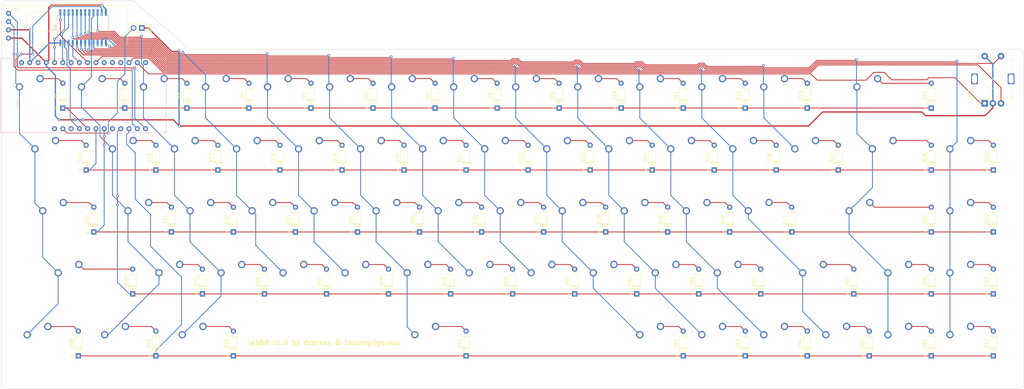
<source format=kicad_pcb>
(kicad_pcb (version 20171130) (host pcbnew 5.1.6)
  (layers (0 F.Cu signal) (31 B.Cu signal) (34 B.Paste user) (35 F.Paste user) (36 B.SilkS user) (37 F.SilkS user) (38 B.Mask user) (39 F.Mask user) (44 Edge.Cuts user))
  (net 0 "")
  (net 1 "Net-(D1-Pad2)")
  (net 2 ROW1)
  (net 3 "Net-(D2-Pad2)")
  (net 4 "Net-(D3-Pad2)")
  (net 5 "Net-(D4-Pad2)")
  (net 6 "Net-(D5-Pad2)")
  (net 7 "Net-(D6-Pad2)")
  (net 8 "Net-(D7-Pad2)")
  (net 9 "Net-(D8-Pad2)")
  (net 10 "Net-(D9-Pad2)")
  (net 11 "Net-(D10-Pad2)")
  (net 12 "Net-(D11-Pad2)")
  (net 13 "Net-(D12-Pad2)")
  (net 14 "Net-(D13-Pad2)")
  (net 15 "Net-(D14-Pad2)")
  (net 16 "Net-(D15-Pad2)")
  (net 17 ROW2)
  (net 18 "Net-(D16-Pad2)")
  (net 19 "Net-(D17-Pad2)")
  (net 20 "Net-(D18-Pad2)")
  (net 21 "Net-(D19-Pad2)")
  (net 22 "Net-(D20-Pad2)")
  (net 23 "Net-(D21-Pad2)")
  (net 24 "Net-(D22-Pad2)")
  (net 25 "Net-(D23-Pad2)")
  (net 26 "Net-(D24-Pad2)")
  (net 27 "Net-(D25-Pad2)")
  (net 28 "Net-(D26-Pad2)")
  (net 29 "Net-(D27-Pad2)")
  (net 30 "Net-(D28-Pad2)")
  (net 31 "Net-(D29-Pad2)")
  (net 32 "Net-(D30-Pad2)")
  (net 33 ROW3)
  (net 34 "Net-(D31-Pad2)")
  (net 35 "Net-(D32-Pad2)")
  (net 36 "Net-(D33-Pad2)")
  (net 37 "Net-(D34-Pad2)")
  (net 38 "Net-(D35-Pad2)")
  (net 39 "Net-(D36-Pad2)")
  (net 40 "Net-(D37-Pad2)")
  (net 41 "Net-(D38-Pad2)")
  (net 42 "Net-(D39-Pad2)")
  (net 43 "Net-(D40-Pad2)")
  (net 44 "Net-(D41-Pad2)")
  (net 45 "Net-(D42-Pad2)")
  (net 46 "Net-(D43-Pad2)")
  (net 47 "Net-(D44-Pad2)")
  (net 48 ROW4)
  (net 49 "Net-(D45-Pad2)")
  (net 50 "Net-(D46-Pad2)")
  (net 51 "Net-(D47-Pad2)")
  (net 52 "Net-(D48-Pad2)")
  (net 53 "Net-(D49-Pad2)")
  (net 54 "Net-(D50-Pad2)")
  (net 55 "Net-(D51-Pad2)")
  (net 56 "Net-(D52-Pad2)")
  (net 57 "Net-(D53-Pad2)")
  (net 58 "Net-(D54-Pad2)")
  (net 59 "Net-(D55-Pad2)")
  (net 60 "Net-(D56-Pad2)")
  (net 61 "Net-(D57-Pad2)")
  (net 62 "Net-(D58-Pad2)")
  (net 63 ROW5)
  (net 64 "Net-(D59-Pad2)")
  (net 65 "Net-(D60-Pad2)")
  (net 66 "Net-(D61-Pad2)")
  (net 67 "Net-(D62-Pad2)")
  (net 68 "Net-(D63-Pad2)")
  (net 69 "Net-(D64-Pad2)")
  (net 70 "Net-(D65-Pad2)")
  (net 71 "Net-(D66-Pad2)")
  (net 72 "Net-(D67-Pad2)")
  (net 73 COL9)
  (net 74 COL10)
  (net 75 COL11)
  (net 76 COL2)
  (net 77 COL3)
  (net 78 COL4)
  (net 79 COL5)
  (net 80 COL6)
  (net 81 COL7)
  (net 82 COL8)
  (net 83 COL12)
  (net 84 COL13)
  (net 85 COL14)
  (net 86 COL1)
  (net 87 COL15)
  (net 88 ENC_2)
  (net 89 GND)
  (net 90 ENC_1)
  (net 91 ENC_SW)
  (net 92 En)
  (net 93 3v3)
  (net 94 E)
  (net 95 CLD4)
  (net 96 CLD3)
  (net 97 "Net-(U2-Pad15)")
  (net 98 CLD2)
  (net 99 CLD1)
  (net 100 LE)
  (net 101 SCL)
  (net 102 SDA)
  (net 103 "Net-(U1-PadVBAT)")
  (net 104 "Net-(U1-PadVBUS)")
  (net 105 "Net-(U1-Pad13)")
  (net 106 "Net-(U1-Pad42)")
  (net 107 "Net-(U1-Pad9)")
  (net 108 "Net-(U1-Pad10)")
  (net 109 "Net-(U1-Pad11)")
  (net 110 "Net-(U1-PadDFU)")
  (net 111 "Net-(U1-Pad29)")
  (module MX_Only:MXOnly-1U-NoLED (layer F.Cu) (at 311.15 102.39375)
    (fp_text reference MX_END1)
    (fp_text value MX-NoLED)
    (pad 2 thru_hole circle (at 2.54 -5.08) (size 2.25 2.25) (drill 1.47) (layers *.Cu B.Mask) (net 61 "Net-(D57-Pad2)"))
    (pad "" np_thru_hole circle (at 0 0) (size 3.9878 3.9878) (drill 3.9878) (layers *.Cu *.Mask))
    (pad 1 thru_hole circle (at -3.81 -2.54) (size 2.25 2.25) (drill 1.47) (layers *.Cu B.Mask) (net 87 COL15))
    (pad "" np_thru_hole circle (at -5.08 0 48.0996) (size 1.75 1.75) (drill 1.75) (layers *.Cu *.Mask))
    (pad "" np_thru_hole circle (at 5.08 0 48.0996) (size 1.75 1.75) (drill 1.75) (layers *.Cu *.Mask))
  )
  (module Diode_THT:D_DO-35_SOD27_P7.62mm_Horizontal (layer F.Cu) (at 320.675 106.3625 90)
    (fp_text reference D57 (at 3.81 -2.12 90) (layer F.SilkS))
    (fp_text value D_Small)
    (fp_text user K (at 0 -1.8 90) (layer F.SilkS))
    (pad 2 thru_hole oval (at 7.62 0 90) (size 1.6 1.6) (drill 0.8) (layers *.Cu *.Mask) (net 61 "Net-(D57-Pad2)"))
    (pad 1 thru_hole rect (at 0 0 90) (size 1.6 1.6) (drill 0.8) (layers *.Cu *.Mask) (net 48 ROW4))
  )
  (module MX_Only:MXOnly-1U-NoLED (layer F.Cu) (at 311.15 64.29375)
    (fp_text reference MX_DEL1)
    (fp_text value MX-NoLED)
    (pad 2 thru_hole circle (at 2.54 -5.08) (size 2.25 2.25) (drill 1.47) (layers *.Cu B.Mask) (net 31 "Net-(D29-Pad2)"))
    (pad "" np_thru_hole circle (at 0 0) (size 3.9878 3.9878) (drill 3.9878) (layers *.Cu *.Mask))
    (pad 1 thru_hole circle (at -3.81 -2.54) (size 2.25 2.25) (drill 1.47) (layers *.Cu B.Mask) (net 87 COL15))
    (pad "" np_thru_hole circle (at -5.08 0 48.0996) (size 1.75 1.75) (drill 1.75) (layers *.Cu *.Mask))
    (pad "" np_thru_hole circle (at 5.08 0 48.0996) (size 1.75 1.75) (drill 1.75) (layers *.Cu *.Mask))
  )
  (module Dissatisfaction65:OLED (layer F.Cu) (at 16.85 17.7)
    (fp_text reference U3 (at 3.75 1.3) (layer F.SilkS))
    (fp_text value SSD1306_I2C)
    (pad 4 thru_hole circle (at 1.4 10.01) (size 1.524 1.524) (drill 0.762) (layers *.Cu *.Mask) (net 89 GND))
    (pad 3 thru_hole circle (at 1.4 7.47) (size 1.524 1.524) (drill 0.762) (layers *.Cu *.Mask) (net 93 3v3))
    (pad 2 thru_hole circle (at 1.4 4.93) (size 1.524 1.524) (drill 0.762) (layers *.Cu *.Mask) (net 101 SCL))
    (pad 1 thru_hole circle (at 1.4 2.39) (size 1.524 1.524) (drill 0.762) (layers *.Cu *.Mask) (net 102 SDA))
  )
  (module Dissatisfaction65:Adafruit_Feather_32u4_Bluefruit_LE (layer B.Cu) (at 15.875 56.8325)
    (fp_text reference U1 (at 26.67 -11.93) (layer B.SilkS) (effects (justify mirror)))
    (fp_text value Adafruit_Feather_32u4_Bluefruit_LE)
    (pad VBAT thru_hole circle (at 16.51 -1.27) (size 1.524 1.524) (drill 0.762) (layers *.Cu *.Mask) (net 103 "Net-(U1-PadVBAT)"))
    (pad En thru_hole circle (at 19.05 -1.27) (size 1.524 1.524) (drill 0.762) (layers *.Cu *.Mask) (net 92 En))
    (pad VBUS thru_hole circle (at 21.59 -1.27) (size 1.524 1.524) (drill 0.762) (layers *.Cu *.Mask) (net 104 "Net-(U1-PadVBUS)"))
    (pad 32 thru_hole circle (at 24.13 -1.27) (size 1.524 1.524) (drill 0.762) (layers *.Cu *.Mask) (net 94 E))
    (pad 26 thru_hole circle (at 26.67 -1.27) (size 1.524 1.524) (drill 0.762) (layers *.Cu *.Mask) (net 2 ROW1))
    (pad 12 thru_hole circle (at 29.21 -1.27) (size 1.524 1.524) (drill 0.762) (layers *.Cu *.Mask) (net 17 ROW2))
    (pad 13 thru_hole circle (at 6.35 -21.59) (size 1.524 1.524) (drill 0.762) (layers *.Cu *.Mask) (net 105 "Net-(U1-Pad13)"))
    (pad 3V3 thru_hole circle (at 8.89 -21.59) (size 1.524 1.524) (drill 0.762) (layers *.Cu *.Mask) (net 93 3v3))
    (pad 42 thru_hole circle (at 11.43 -21.59) (size 1.524 1.524) (drill 0.762) (layers *.Cu *.Mask) (net 106 "Net-(U1-Pad42)"))
    (pad GND thru_hole circle (at 13.97 -21.59) (size 1.524 1.524) (drill 0.762) (layers *.Cu *.Mask) (net 89 GND))
    (pad 36 thru_hole circle (at 16.51 -21.59) (size 1.524 1.524) (drill 0.762) (layers *.Cu *.Mask) (net 99 CLD1))
    (pad 37 thru_hole circle (at 19.05 -21.59) (size 1.524 1.524) (drill 0.762) (layers *.Cu *.Mask) (net 98 CLD2))
    (pad 38 thru_hole circle (at 21.59 -21.59) (size 1.524 1.524) (drill 0.762) (layers *.Cu *.Mask) (net 95 CLD4))
    (pad 39 thru_hole circle (at 24.13 -21.59) (size 1.524 1.524) (drill 0.762) (layers *.Cu *.Mask) (net 96 CLD3))
    (pad 40 thru_hole circle (at 26.67 -21.59) (size 1.524 1.524) (drill 0.762) (layers *.Cu *.Mask) (net 100 LE))
    (pad 41 thru_hole circle (at 29.21 -21.59) (size 1.524 1.524) (drill 0.762) (layers *.Cu *.Mask) (net 91 ENC_SW))
    (pad 9 thru_hole circle (at 31.75 -21.59) (size 1.524 1.524) (drill 0.762) (layers *.Cu *.Mask) (net 107 "Net-(U1-Pad9)"))
    (pad 10 thru_hole circle (at 34.29 -21.59) (size 1.524 1.524) (drill 0.762) (layers *.Cu *.Mask) (net 108 "Net-(U1-Pad10)"))
    (pad 11 thru_hole circle (at 36.83 -21.59) (size 1.524 1.524) (drill 0.762) (layers *.Cu *.Mask) (net 109 "Net-(U1-Pad11)"))
    (pad 20 thru_hole circle (at 39.37 -21.59) (size 1.524 1.524) (drill 0.762) (layers *.Cu *.Mask) (net 90 ENC_1))
    (pad 21 thru_hole circle (at 41.91 -21.59) (size 1.524 1.524) (drill 0.762) (layers *.Cu *.Mask) (net 88 ENC_2))
    (pad DFU thru_hole circle (at 44.45 -21.59) (size 1.524 1.524) (drill 0.762) (layers *.Cu *.Mask) (net 110 "Net-(U1-PadDFU)"))
    (pad 19 thru_hole circle (at 44.45 -1.27) (size 1.524 1.524) (drill 0.762) (layers *.Cu *.Mask) (net 102 SDA))
    (pad 18 thru_hole circle (at 41.91 -1.27) (size 1.524 1.524) (drill 0.762) (layers *.Cu *.Mask) (net 101 SCL))
    (pad 31 thru_hole circle (at 39.37 -1.27) (size 1.524 1.524) (drill 0.762) (layers *.Cu *.Mask) (net 63 ROW5))
    (pad 27 thru_hole circle (at 36.83 -1.27) (size 1.524 1.524) (drill 0.762) (layers *.Cu *.Mask) (net 48 ROW4))
    (pad 29 thru_hole circle (at 34.29 -1.27) (size 1.524 1.524) (drill 0.762) (layers *.Cu *.Mask) (net 111 "Net-(U1-Pad29)"))
    (pad 30 thru_hole circle (at 31.75 -1.27) (size 1.524 1.524) (drill 0.762) (layers *.Cu *.Mask) (net 33 ROW3))
  )
  (module MX_Only:MXOnly-1.25U-NoLED (layer F.Cu) (at 51.59375 121.44375)
    (fp_text reference MX_WIN1)
    (fp_text value MX-NoLED)
    (pad 2 thru_hole circle (at 2.54 -5.08) (size 2.25 2.25) (drill 1.47) (layers *.Cu B.Mask) (net 64 "Net-(D59-Pad2)"))
    (pad "" np_thru_hole circle (at 0 0) (size 3.9878 3.9878) (drill 3.9878) (layers *.Cu *.Mask))
    (pad 1 thru_hole circle (at -3.81 -2.54) (size 2.25 2.25) (drill 1.47) (layers *.Cu B.Mask) (net 76 COL2))
    (pad "" np_thru_hole circle (at -5.08 0 48.0996) (size 1.75 1.75) (drill 1.75) (layers *.Cu *.Mask))
    (pad "" np_thru_hole circle (at 5.08 0 48.0996) (size 1.75 1.75) (drill 1.75) (layers *.Cu *.Mask))
  )
  (module MX_Only:MXOnly-1.25U-NoLED (layer F.Cu) (at 27.78125 121.44375)
    (fp_text reference MX_LCTRL1)
    (fp_text value MX-NoLED)
    (pad 2 thru_hole circle (at 2.54 -5.08) (size 2.25 2.25) (drill 1.47) (layers *.Cu B.Mask) (net 62 "Net-(D58-Pad2)"))
    (pad "" np_thru_hole circle (at 0 0) (size 3.9878 3.9878) (drill 3.9878) (layers *.Cu *.Mask))
    (pad 1 thru_hole circle (at -3.81 -2.54) (size 2.25 2.25) (drill 1.47) (layers *.Cu B.Mask) (net 86 COL1))
    (pad "" np_thru_hole circle (at -5.08 0 48.0996) (size 1.75 1.75) (drill 1.75) (layers *.Cu *.Mask))
    (pad "" np_thru_hole circle (at 5.08 0 48.0996) (size 1.75 1.75) (drill 1.75) (layers *.Cu *.Mask))
  )
  (module MX_Only:MXOnly-1.25U-NoLED (layer F.Cu) (at 75.40625 121.44375)
    (fp_text reference MX_LALT1)
    (fp_text value MX-NoLED)
    (pad 2 thru_hole circle (at 2.54 -5.08) (size 2.25 2.25) (drill 1.47) (layers *.Cu B.Mask) (net 65 "Net-(D60-Pad2)"))
    (pad "" np_thru_hole circle (at 0 0) (size 3.9878 3.9878) (drill 3.9878) (layers *.Cu *.Mask))
    (pad 1 thru_hole circle (at -3.81 -2.54) (size 2.25 2.25) (drill 1.47) (layers *.Cu B.Mask) (net 77 COL3))
    (pad "" np_thru_hole circle (at -5.08 0 48.0996) (size 1.75 1.75) (drill 1.75) (layers *.Cu *.Mask))
    (pad "" np_thru_hole circle (at 5.08 0 48.0996) (size 1.75 1.75) (drill 1.75) (layers *.Cu *.Mask))
  )
  (module MX_Only:MXOnly-1.5U-NoLED (layer F.Cu) (at 30.1625 64.29375)
    (fp_text reference MX_TAB1)
    (fp_text value MX-NoLED)
    (pad 2 thru_hole circle (at 2.54 -5.08) (size 2.25 2.25) (drill 1.47) (layers *.Cu B.Mask) (net 16 "Net-(D15-Pad2)"))
    (pad "" np_thru_hole circle (at 0 0) (size 3.9878 3.9878) (drill 3.9878) (layers *.Cu *.Mask))
    (pad 1 thru_hole circle (at -3.81 -2.54) (size 2.25 2.25) (drill 1.47) (layers *.Cu B.Mask) (net 86 COL1))
    (pad "" np_thru_hole circle (at -5.08 0 48.0996) (size 1.75 1.75) (drill 1.75) (layers *.Cu *.Mask))
    (pad "" np_thru_hole circle (at 5.08 0 48.0996) (size 1.75 1.75) (drill 1.75) (layers *.Cu *.Mask))
  )
  (module MX_Only:MXOnly-1.75U-NoLED (layer F.Cu) (at 265.90625 102.39375)
    (fp_text reference MX_RSHIFT1)
    (fp_text value MX-NoLED)
    (pad 2 thru_hole circle (at 2.54 -5.08) (size 2.25 2.25) (drill 1.47) (layers *.Cu B.Mask) (net 59 "Net-(D55-Pad2)"))
    (pad "" np_thru_hole circle (at 0 0) (size 3.9878 3.9878) (drill 3.9878) (layers *.Cu *.Mask))
    (pad 1 thru_hole circle (at -3.81 -2.54) (size 2.25 2.25) (drill 1.47) (layers *.Cu B.Mask) (net 83 COL12))
    (pad "" np_thru_hole circle (at -5.08 0 48.0996) (size 1.75 1.75) (drill 1.75) (layers *.Cu *.Mask))
    (pad "" np_thru_hole circle (at 5.08 0 48.0996) (size 1.75 1.75) (drill 1.75) (layers *.Cu *.Mask))
  )
  (module MX_Only:MXOnly-2.25U-NoLED (layer F.Cu) (at 37.30625 102.39375)
    (fp_text reference MX_LSHIFT1)
    (fp_text value MX-NoLED)
    (pad 2 thru_hole circle (at 2.54 -5.08) (size 2.25 2.25) (drill 1.47) (layers *.Cu B.Mask) (net 47 "Net-(D44-Pad2)"))
    (pad "" np_thru_hole circle (at 0 0) (size 3.9878 3.9878) (drill 3.9878) (layers *.Cu *.Mask))
    (pad 1 thru_hole circle (at -3.81 -2.54) (size 2.25 2.25) (drill 1.47) (layers *.Cu B.Mask) (net 86 COL1))
    (pad "" np_thru_hole circle (at -5.08 0 48.0996) (size 1.75 1.75) (drill 1.75) (layers *.Cu *.Mask))
    (pad "" np_thru_hole circle (at 5.08 0 48.0996) (size 1.75 1.75) (drill 1.75) (layers *.Cu *.Mask))
    (pad "" np_thru_hole circle (at -11.90625 -6.985) (size 3.048 3.048) (drill 3.048) (layers *.Cu *.Mask))
    (pad "" np_thru_hole circle (at 11.90625 -6.985) (size 3.048 3.048) (drill 3.048) (layers *.Cu *.Mask))
    (pad "" np_thru_hole circle (at -11.90625 8.255) (size 3.9878 3.9878) (drill 3.9878) (layers *.Cu *.Mask))
    (pad "" np_thru_hole circle (at 11.90625 8.255) (size 3.9878 3.9878) (drill 3.9878) (layers *.Cu *.Mask))
  )
  (module MX_Only:MXOnly-2.25U-NoLED (layer F.Cu) (at 280.19375 83.34375)
    (fp_text reference MX_ENTER1)
    (fp_text value MX-NoLED)
    (pad 2 thru_hole circle (at 2.54 -5.08) (size 2.25 2.25) (drill 1.47) (layers *.Cu B.Mask) (net 45 "Net-(D42-Pad2)"))
    (pad "" np_thru_hole circle (at 0 0) (size 3.9878 3.9878) (drill 3.9878) (layers *.Cu *.Mask))
    (pad 1 thru_hole circle (at -3.81 -2.54) (size 2.25 2.25) (drill 1.47) (layers *.Cu B.Mask) (net 85 COL14))
    (pad "" np_thru_hole circle (at -5.08 0 48.0996) (size 1.75 1.75) (drill 1.75) (layers *.Cu *.Mask))
    (pad "" np_thru_hole circle (at 5.08 0 48.0996) (size 1.75 1.75) (drill 1.75) (layers *.Cu *.Mask))
    (pad "" np_thru_hole circle (at -11.90625 -6.985) (size 3.048 3.048) (drill 3.048) (layers *.Cu *.Mask))
    (pad "" np_thru_hole circle (at 11.90625 -6.985) (size 3.048 3.048) (drill 3.048) (layers *.Cu *.Mask))
    (pad "" np_thru_hole circle (at -11.90625 8.255) (size 3.9878 3.9878) (drill 3.9878) (layers *.Cu *.Mask))
    (pad "" np_thru_hole circle (at 11.90625 8.255) (size 3.9878 3.9878) (drill 3.9878) (layers *.Cu *.Mask))
  )
  (module MX_Only:MXOnly-1.75U-NoLED (layer F.Cu) (at 32.54375 83.34375)
    (fp_text reference MX_CLCK1)
    (fp_text value MX-NoLED)
    (pad 2 thru_hole circle (at 2.54 -5.08) (size 2.25 2.25) (drill 1.47) (layers *.Cu B.Mask) (net 32 "Net-(D30-Pad2)"))
    (pad "" np_thru_hole circle (at 0 0) (size 3.9878 3.9878) (drill 3.9878) (layers *.Cu *.Mask))
    (pad 1 thru_hole circle (at -3.81 -2.54) (size 2.25 2.25) (drill 1.47) (layers *.Cu B.Mask) (net 86 COL1))
    (pad "" np_thru_hole circle (at -5.08 0 48.0996) (size 1.75 1.75) (drill 1.75) (layers *.Cu *.Mask))
    (pad "" np_thru_hole circle (at 5.08 0 48.0996) (size 1.75 1.75) (drill 1.75) (layers *.Cu *.Mask))
  )
  (module MX_Only:MXOnly-2U-NoLED (layer F.Cu) (at 282.575 45.24375)
    (fp_text reference MX_BKSP1)
    (fp_text value MX-NoLED)
    (pad 2 thru_hole circle (at 2.54 -5.08) (size 2.25 2.25) (drill 1.47) (layers *.Cu B.Mask) (net 15 "Net-(D14-Pad2)"))
    (pad "" np_thru_hole circle (at 0 0) (size 3.9878 3.9878) (drill 3.9878) (layers *.Cu *.Mask))
    (pad 1 thru_hole circle (at -3.81 -2.54) (size 2.25 2.25) (drill 1.47) (layers *.Cu B.Mask) (net 85 COL14))
    (pad "" np_thru_hole circle (at -5.08 0 48.0996) (size 1.75 1.75) (drill 1.75) (layers *.Cu *.Mask))
    (pad "" np_thru_hole circle (at 5.08 0 48.0996) (size 1.75 1.75) (drill 1.75) (layers *.Cu *.Mask))
    (pad "" np_thru_hole circle (at -11.90625 -6.985) (size 3.048 3.048) (drill 3.048) (layers *.Cu *.Mask))
    (pad "" np_thru_hole circle (at 11.90625 -6.985) (size 3.048 3.048) (drill 3.048) (layers *.Cu *.Mask))
    (pad "" np_thru_hole circle (at -11.90625 8.255) (size 3.9878 3.9878) (drill 3.9878) (layers *.Cu *.Mask))
    (pad "" np_thru_hole circle (at 11.90625 8.255) (size 3.9878 3.9878) (drill 3.9878) (layers *.Cu *.Mask))
  )
  (module MX_Only:MXOnly-1.5U-NoLED (layer F.Cu) (at 287.3375 64.29375)
    (fp_text reference MX_\1)
    (fp_text value MX-NoLED)
    (pad 2 thru_hole circle (at 2.54 -5.08) (size 2.25 2.25) (drill 1.47) (layers *.Cu B.Mask) (net 30 "Net-(D28-Pad2)"))
    (pad "" np_thru_hole circle (at 0 0) (size 3.9878 3.9878) (drill 3.9878) (layers *.Cu *.Mask))
    (pad 1 thru_hole circle (at -3.81 -2.54) (size 2.25 2.25) (drill 1.47) (layers *.Cu B.Mask) (net 85 COL14))
    (pad "" np_thru_hole circle (at -5.08 0 48.0996) (size 1.75 1.75) (drill 1.75) (layers *.Cu *.Mask))
    (pad "" np_thru_hole circle (at 5.08 0 48.0996) (size 1.75 1.75) (drill 1.75) (layers *.Cu *.Mask))
  )
  (module MX_Only:MXOnly-1U-NoLED (layer F.Cu) (at 68.2625 102.39375)
    (fp_text reference MX_Z1)
    (fp_text value MX-NoLED)
    (pad 2 thru_hole circle (at 2.54 -5.08) (size 2.25 2.25) (drill 1.47) (layers *.Cu B.Mask) (net 49 "Net-(D45-Pad2)"))
    (pad "" np_thru_hole circle (at 0 0) (size 3.9878 3.9878) (drill 3.9878) (layers *.Cu *.Mask))
    (pad 1 thru_hole circle (at -3.81 -2.54) (size 2.25 2.25) (drill 1.47) (layers *.Cu B.Mask) (net 76 COL2))
    (pad "" np_thru_hole circle (at -5.08 0 48.0996) (size 1.75 1.75) (drill 1.75) (layers *.Cu *.Mask))
    (pad "" np_thru_hole circle (at 5.08 0 48.0996) (size 1.75 1.75) (drill 1.75) (layers *.Cu *.Mask))
  )
  (module MX_Only:MXOnly-1U-NoLED (layer F.Cu) (at 149.225 64.29375)
    (fp_text reference MX_Y1)
    (fp_text value MX-NoLED)
    (pad 2 thru_hole circle (at 2.54 -5.08) (size 2.25 2.25) (drill 1.47) (layers *.Cu B.Mask) (net 23 "Net-(D21-Pad2)"))
    (pad "" np_thru_hole circle (at 0 0) (size 3.9878 3.9878) (drill 3.9878) (layers *.Cu *.Mask))
    (pad 1 thru_hole circle (at -3.81 -2.54) (size 2.25 2.25) (drill 1.47) (layers *.Cu B.Mask) (net 81 COL7))
    (pad "" np_thru_hole circle (at -5.08 0 48.0996) (size 1.75 1.75) (drill 1.75) (layers *.Cu *.Mask))
    (pad "" np_thru_hole circle (at 5.08 0 48.0996) (size 1.75 1.75) (drill 1.75) (layers *.Cu *.Mask))
  )
  (module MX_Only:MXOnly-1U-NoLED (layer F.Cu) (at 87.3125 102.39375)
    (fp_text reference MX_X1)
    (fp_text value MX-NoLED)
    (pad 2 thru_hole circle (at 2.54 -5.08) (size 2.25 2.25) (drill 1.47) (layers *.Cu B.Mask) (net 50 "Net-(D46-Pad2)"))
    (pad "" np_thru_hole circle (at 0 0) (size 3.9878 3.9878) (drill 3.9878) (layers *.Cu *.Mask))
    (pad 1 thru_hole circle (at -3.81 -2.54) (size 2.25 2.25) (drill 1.47) (layers *.Cu B.Mask) (net 77 COL3))
    (pad "" np_thru_hole circle (at -5.08 0 48.0996) (size 1.75 1.75) (drill 1.75) (layers *.Cu *.Mask))
    (pad "" np_thru_hole circle (at 5.08 0 48.0996) (size 1.75 1.75) (drill 1.75) (layers *.Cu *.Mask))
  )
  (module MX_Only:MXOnly-1U-NoLED (layer F.Cu) (at 73.025 64.29375)
    (fp_text reference MX_W1)
    (fp_text value MX-NoLED)
    (pad 2 thru_hole circle (at 2.54 -5.08) (size 2.25 2.25) (drill 1.47) (layers *.Cu B.Mask) (net 19 "Net-(D17-Pad2)"))
    (pad "" np_thru_hole circle (at 0 0) (size 3.9878 3.9878) (drill 3.9878) (layers *.Cu *.Mask))
    (pad 1 thru_hole circle (at -3.81 -2.54) (size 2.25 2.25) (drill 1.47) (layers *.Cu B.Mask) (net 77 COL3))
    (pad "" np_thru_hole circle (at -5.08 0 48.0996) (size 1.75 1.75) (drill 1.75) (layers *.Cu *.Mask))
    (pad "" np_thru_hole circle (at 5.08 0 48.0996) (size 1.75 1.75) (drill 1.75) (layers *.Cu *.Mask))
  )
  (module MX_Only:MXOnly-1U-NoLED (layer F.Cu) (at 125.4125 102.39375)
    (fp_text reference MX_V1)
    (fp_text value MX-NoLED)
    (pad 2 thru_hole circle (at 2.54 -5.08) (size 2.25 2.25) (drill 1.47) (layers *.Cu B.Mask) (net 52 "Net-(D48-Pad2)"))
    (pad "" np_thru_hole circle (at 0 0) (size 3.9878 3.9878) (drill 3.9878) (layers *.Cu *.Mask))
    (pad 1 thru_hole circle (at -3.81 -2.54) (size 2.25 2.25) (drill 1.47) (layers *.Cu B.Mask) (net 79 COL5))
    (pad "" np_thru_hole circle (at -5.08 0 48.0996) (size 1.75 1.75) (drill 1.75) (layers *.Cu *.Mask))
    (pad "" np_thru_hole circle (at 5.08 0 48.0996) (size 1.75 1.75) (drill 1.75) (layers *.Cu *.Mask))
  )
  (module MX_Only:MXOnly-1U-NoLED (layer F.Cu) (at 292.1 102.39375)
    (fp_text reference MX_UP1)
    (fp_text value MX-NoLED)
    (pad 2 thru_hole circle (at 2.54 -5.08) (size 2.25 2.25) (drill 1.47) (layers *.Cu B.Mask) (net 60 "Net-(D56-Pad2)"))
    (pad "" np_thru_hole circle (at 0 0) (size 3.9878 3.9878) (drill 3.9878) (layers *.Cu *.Mask))
    (pad 1 thru_hole circle (at -3.81 -2.54) (size 2.25 2.25) (drill 1.47) (layers *.Cu B.Mask) (net 85 COL14))
    (pad "" np_thru_hole circle (at -5.08 0 48.0996) (size 1.75 1.75) (drill 1.75) (layers *.Cu *.Mask))
    (pad "" np_thru_hole circle (at 5.08 0 48.0996) (size 1.75 1.75) (drill 1.75) (layers *.Cu *.Mask))
  )
  (module MX_Only:MXOnly-1U-NoLED (layer F.Cu) (at 168.275 64.29375)
    (fp_text reference MX_U1)
    (fp_text value MX-NoLED)
    (pad 2 thru_hole circle (at 2.54 -5.08) (size 2.25 2.25) (drill 1.47) (layers *.Cu B.Mask) (net 24 "Net-(D22-Pad2)"))
    (pad "" np_thru_hole circle (at 0 0) (size 3.9878 3.9878) (drill 3.9878) (layers *.Cu *.Mask))
    (pad 1 thru_hole circle (at -3.81 -2.54) (size 2.25 2.25) (drill 1.47) (layers *.Cu B.Mask) (net 82 COL8))
    (pad "" np_thru_hole circle (at -5.08 0 48.0996) (size 1.75 1.75) (drill 1.75) (layers *.Cu *.Mask))
    (pad "" np_thru_hole circle (at 5.08 0 48.0996) (size 1.75 1.75) (drill 1.75) (layers *.Cu *.Mask))
  )
  (module MX_Only:MXOnly-1U-NoLED (layer F.Cu) (at 130.175 64.29375)
    (fp_text reference MX_T1)
    (fp_text value MX-NoLED)
    (pad 2 thru_hole circle (at 2.54 -5.08) (size 2.25 2.25) (drill 1.47) (layers *.Cu B.Mask) (net 22 "Net-(D20-Pad2)"))
    (pad "" np_thru_hole circle (at 0 0) (size 3.9878 3.9878) (drill 3.9878) (layers *.Cu *.Mask))
    (pad 1 thru_hole circle (at -3.81 -2.54) (size 2.25 2.25) (drill 1.47) (layers *.Cu B.Mask) (net 80 COL6))
    (pad "" np_thru_hole circle (at -5.08 0 48.0996) (size 1.75 1.75) (drill 1.75) (layers *.Cu *.Mask))
    (pad "" np_thru_hole circle (at 5.08 0 48.0996) (size 1.75 1.75) (drill 1.75) (layers *.Cu *.Mask))
  )
  (module MX_Only:MXOnly-1U-NoLED (layer F.Cu) (at 77.7875 83.34375)
    (fp_text reference MX_S1)
    (fp_text value MX-NoLED)
    (pad 2 thru_hole circle (at 2.54 -5.08) (size 2.25 2.25) (drill 1.47) (layers *.Cu B.Mask) (net 35 "Net-(D32-Pad2)"))
    (pad "" np_thru_hole circle (at 0 0) (size 3.9878 3.9878) (drill 3.9878) (layers *.Cu *.Mask))
    (pad 1 thru_hole circle (at -3.81 -2.54) (size 2.25 2.25) (drill 1.47) (layers *.Cu B.Mask) (net 77 COL3))
    (pad "" np_thru_hole circle (at -5.08 0 48.0996) (size 1.75 1.75) (drill 1.75) (layers *.Cu *.Mask))
    (pad "" np_thru_hole circle (at 5.08 0 48.0996) (size 1.75 1.75) (drill 1.75) (layers *.Cu *.Mask))
  )
  (module MX_Only:MXOnly-1U-NoLED (layer F.Cu) (at 311.15 121.44375)
    (fp_text reference MX_RIGHT1)
    (fp_text value MX-NoLED)
    (pad 2 thru_hole circle (at 2.54 -5.08) (size 2.25 2.25) (drill 1.47) (layers *.Cu B.Mask) (net 72 "Net-(D67-Pad2)"))
    (pad "" np_thru_hole circle (at 0 0) (size 3.9878 3.9878) (drill 3.9878) (layers *.Cu *.Mask))
    (pad 1 thru_hole circle (at -3.81 -2.54) (size 2.25 2.25) (drill 1.47) (layers *.Cu B.Mask) (net 87 COL15))
    (pad "" np_thru_hole circle (at -5.08 0 48.0996) (size 1.75 1.75) (drill 1.75) (layers *.Cu *.Mask))
    (pad "" np_thru_hole circle (at 5.08 0 48.0996) (size 1.75 1.75) (drill 1.75) (layers *.Cu *.Mask))
  )
  (module MX_Only:MXOnly-1U-NoLED (layer F.Cu) (at 254 121.44375)
    (fp_text reference MX_RCTRL1)
    (fp_text value MX-NoLED)
    (pad 2 thru_hole circle (at 2.54 -5.08) (size 2.25 2.25) (drill 1.47) (layers *.Cu B.Mask) (net 69 "Net-(D64-Pad2)"))
    (pad "" np_thru_hole circle (at 0 0) (size 3.9878 3.9878) (drill 3.9878) (layers *.Cu *.Mask))
    (pad 1 thru_hole circle (at -3.81 -2.54) (size 2.25 2.25) (drill 1.47) (layers *.Cu B.Mask) (net 75 COL11))
    (pad "" np_thru_hole circle (at -5.08 0 48.0996) (size 1.75 1.75) (drill 1.75) (layers *.Cu *.Mask))
    (pad "" np_thru_hole circle (at 5.08 0 48.0996) (size 1.75 1.75) (drill 1.75) (layers *.Cu *.Mask))
  )
  (module MX_Only:MXOnly-1U-NoLED (layer F.Cu) (at 215.9 121.44375)
    (fp_text reference MX_RALT1)
    (fp_text value MX-NoLED)
    (pad 2 thru_hole circle (at 2.54 -5.08) (size 2.25 2.25) (drill 1.47) (layers *.Cu B.Mask) (net 67 "Net-(D62-Pad2)"))
    (pad "" np_thru_hole circle (at 0 0) (size 3.9878 3.9878) (drill 3.9878) (layers *.Cu *.Mask))
    (pad 1 thru_hole circle (at -3.81 -2.54) (size 2.25 2.25) (drill 1.47) (layers *.Cu B.Mask) (net 73 COL9))
    (pad "" np_thru_hole circle (at -5.08 0 48.0996) (size 1.75 1.75) (drill 1.75) (layers *.Cu *.Mask))
    (pad "" np_thru_hole circle (at 5.08 0 48.0996) (size 1.75 1.75) (drill 1.75) (layers *.Cu *.Mask))
  )
  (module MX_Only:MXOnly-1U-NoLED (layer F.Cu) (at 111.125 64.29375)
    (fp_text reference MX_R1)
    (fp_text value MX-NoLED)
    (pad 2 thru_hole circle (at 2.54 -5.08) (size 2.25 2.25) (drill 1.47) (layers *.Cu B.Mask) (net 21 "Net-(D19-Pad2)"))
    (pad "" np_thru_hole circle (at 0 0) (size 3.9878 3.9878) (drill 3.9878) (layers *.Cu *.Mask))
    (pad 1 thru_hole circle (at -3.81 -2.54) (size 2.25 2.25) (drill 1.47) (layers *.Cu B.Mask) (net 79 COL5))
    (pad "" np_thru_hole circle (at -5.08 0 48.0996) (size 1.75 1.75) (drill 1.75) (layers *.Cu *.Mask))
    (pad "" np_thru_hole circle (at 5.08 0 48.0996) (size 1.75 1.75) (drill 1.75) (layers *.Cu *.Mask))
  )
  (module MX_Only:MXOnly-1U-NoLED (layer F.Cu) (at 53.975 64.29375)
    (fp_text reference MX_Q1)
    (fp_text value MX-NoLED)
    (pad 2 thru_hole circle (at 2.54 -5.08) (size 2.25 2.25) (drill 1.47) (layers *.Cu B.Mask) (net 18 "Net-(D16-Pad2)"))
    (pad "" np_thru_hole circle (at 0 0) (size 3.9878 3.9878) (drill 3.9878) (layers *.Cu *.Mask))
    (pad 1 thru_hole circle (at -3.81 -2.54) (size 2.25 2.25) (drill 1.47) (layers *.Cu B.Mask) (net 76 COL2))
    (pad "" np_thru_hole circle (at -5.08 0 48.0996) (size 1.75 1.75) (drill 1.75) (layers *.Cu *.Mask))
    (pad "" np_thru_hole circle (at 5.08 0 48.0996) (size 1.75 1.75) (drill 1.75) (layers *.Cu *.Mask))
  )
  (module MX_Only:MXOnly-1U-NoLED (layer F.Cu) (at 225.425 64.29375)
    (fp_text reference MX_P1)
    (fp_text value MX-NoLED)
    (pad 2 thru_hole circle (at 2.54 -5.08) (size 2.25 2.25) (drill 1.47) (layers *.Cu B.Mask) (net 27 "Net-(D25-Pad2)"))
    (pad "" np_thru_hole circle (at 0 0) (size 3.9878 3.9878) (drill 3.9878) (layers *.Cu *.Mask))
    (pad 1 thru_hole circle (at -3.81 -2.54) (size 2.25 2.25) (drill 1.47) (layers *.Cu B.Mask) (net 75 COL11))
    (pad "" np_thru_hole circle (at -5.08 0 48.0996) (size 1.75 1.75) (drill 1.75) (layers *.Cu *.Mask))
    (pad "" np_thru_hole circle (at 5.08 0 48.0996) (size 1.75 1.75) (drill 1.75) (layers *.Cu *.Mask))
  )
  (module MX_Only:MXOnly-1U-NoLED (layer F.Cu) (at 206.375 64.29375)
    (fp_text reference MX_O1)
    (fp_text value MX-NoLED)
    (pad 2 thru_hole circle (at 2.54 -5.08) (size 2.25 2.25) (drill 1.47) (layers *.Cu B.Mask) (net 26 "Net-(D24-Pad2)"))
    (pad "" np_thru_hole circle (at 0 0) (size 3.9878 3.9878) (drill 3.9878) (layers *.Cu *.Mask))
    (pad 1 thru_hole circle (at -3.81 -2.54) (size 2.25 2.25) (drill 1.47) (layers *.Cu B.Mask) (net 74 COL10))
    (pad "" np_thru_hole circle (at -5.08 0 48.0996) (size 1.75 1.75) (drill 1.75) (layers *.Cu *.Mask))
    (pad "" np_thru_hole circle (at 5.08 0 48.0996) (size 1.75 1.75) (drill 1.75) (layers *.Cu *.Mask))
  )
  (module MX_Only:MXOnly-1U-NoLED (layer F.Cu) (at 163.5125 102.39375)
    (fp_text reference MX_N1)
    (fp_text value MX-NoLED)
    (pad 2 thru_hole circle (at 2.54 -5.08) (size 2.25 2.25) (drill 1.47) (layers *.Cu B.Mask) (net 54 "Net-(D50-Pad2)"))
    (pad "" np_thru_hole circle (at 0 0) (size 3.9878 3.9878) (drill 3.9878) (layers *.Cu *.Mask))
    (pad 1 thru_hole circle (at -3.81 -2.54) (size 2.25 2.25) (drill 1.47) (layers *.Cu B.Mask) (net 81 COL7))
    (pad "" np_thru_hole circle (at -5.08 0 48.0996) (size 1.75 1.75) (drill 1.75) (layers *.Cu *.Mask))
    (pad "" np_thru_hole circle (at 5.08 0 48.0996) (size 1.75 1.75) (drill 1.75) (layers *.Cu *.Mask))
  )
  (module MX_Only:MXOnly-1U-NoLED (layer F.Cu) (at 182.5625 102.39375)
    (fp_text reference MX_M1)
    (fp_text value MX-NoLED)
    (pad 2 thru_hole circle (at 2.54 -5.08) (size 2.25 2.25) (drill 1.47) (layers *.Cu B.Mask) (net 55 "Net-(D51-Pad2)"))
    (pad "" np_thru_hole circle (at 0 0) (size 3.9878 3.9878) (drill 3.9878) (layers *.Cu *.Mask))
    (pad 1 thru_hole circle (at -3.81 -2.54) (size 2.25 2.25) (drill 1.47) (layers *.Cu B.Mask) (net 82 COL8))
    (pad "" np_thru_hole circle (at -5.08 0 48.0996) (size 1.75 1.75) (drill 1.75) (layers *.Cu *.Mask))
    (pad "" np_thru_hole circle (at 5.08 0 48.0996) (size 1.75 1.75) (drill 1.75) (layers *.Cu *.Mask))
  )
  (module MX_Only:MXOnly-1U-NoLED (layer F.Cu) (at 273.05 121.44375)
    (fp_text reference MX_LEFT1)
    (fp_text value MX-NoLED)
    (pad 2 thru_hole circle (at 2.54 -5.08) (size 2.25 2.25) (drill 1.47) (layers *.Cu B.Mask) (net 70 "Net-(D65-Pad2)"))
    (pad "" np_thru_hole circle (at 0 0) (size 3.9878 3.9878) (drill 3.9878) (layers *.Cu *.Mask))
    (pad 1 thru_hole circle (at -3.81 -2.54) (size 2.25 2.25) (drill 1.47) (layers *.Cu B.Mask) (net 83 COL12))
    (pad "" np_thru_hole circle (at -5.08 0 48.0996) (size 1.75 1.75) (drill 1.75) (layers *.Cu *.Mask))
    (pad "" np_thru_hole circle (at 5.08 0 48.0996) (size 1.75 1.75) (drill 1.75) (layers *.Cu *.Mask))
  )
  (module MX_Only:MXOnly-1U-NoLED (layer F.Cu) (at 211.1375 83.34375)
    (fp_text reference MX_L1)
    (fp_text value MX-NoLED)
    (pad 2 thru_hole circle (at 2.54 -5.08) (size 2.25 2.25) (drill 1.47) (layers *.Cu B.Mask) (net 42 "Net-(D39-Pad2)"))
    (pad "" np_thru_hole circle (at 0 0) (size 3.9878 3.9878) (drill 3.9878) (layers *.Cu *.Mask))
    (pad 1 thru_hole circle (at -3.81 -2.54) (size 2.25 2.25) (drill 1.47) (layers *.Cu B.Mask) (net 74 COL10))
    (pad "" np_thru_hole circle (at -5.08 0 48.0996) (size 1.75 1.75) (drill 1.75) (layers *.Cu *.Mask))
    (pad "" np_thru_hole circle (at 5.08 0 48.0996) (size 1.75 1.75) (drill 1.75) (layers *.Cu *.Mask))
  )
  (module MX_Only:MXOnly-1U-NoLED (layer F.Cu) (at 192.0875 83.34375)
    (fp_text reference MX_K1)
    (fp_text value MX-NoLED)
    (pad 2 thru_hole circle (at 2.54 -5.08) (size 2.25 2.25) (drill 1.47) (layers *.Cu B.Mask) (net 41 "Net-(D38-Pad2)"))
    (pad "" np_thru_hole circle (at 0 0) (size 3.9878 3.9878) (drill 3.9878) (layers *.Cu *.Mask))
    (pad 1 thru_hole circle (at -3.81 -2.54) (size 2.25 2.25) (drill 1.47) (layers *.Cu B.Mask) (net 73 COL9))
    (pad "" np_thru_hole circle (at -5.08 0 48.0996) (size 1.75 1.75) (drill 1.75) (layers *.Cu *.Mask))
    (pad "" np_thru_hole circle (at 5.08 0 48.0996) (size 1.75 1.75) (drill 1.75) (layers *.Cu *.Mask))
  )
  (module MX_Only:MXOnly-1U-NoLED (layer F.Cu) (at 173.0375 83.34375)
    (fp_text reference MX_J1)
    (fp_text value MX-NoLED)
    (pad 2 thru_hole circle (at 2.54 -5.08) (size 2.25 2.25) (drill 1.47) (layers *.Cu B.Mask) (net 40 "Net-(D37-Pad2)"))
    (pad "" np_thru_hole circle (at 0 0) (size 3.9878 3.9878) (drill 3.9878) (layers *.Cu *.Mask))
    (pad 1 thru_hole circle (at -3.81 -2.54) (size 2.25 2.25) (drill 1.47) (layers *.Cu B.Mask) (net 82 COL8))
    (pad "" np_thru_hole circle (at -5.08 0 48.0996) (size 1.75 1.75) (drill 1.75) (layers *.Cu *.Mask))
    (pad "" np_thru_hole circle (at 5.08 0 48.0996) (size 1.75 1.75) (drill 1.75) (layers *.Cu *.Mask))
  )
  (module MX_Only:MXOnly-1U-NoLED (layer F.Cu) (at 187.325 64.29375)
    (fp_text reference MX_I1)
    (fp_text value MX-NoLED)
    (pad 2 thru_hole circle (at 2.54 -5.08) (size 2.25 2.25) (drill 1.47) (layers *.Cu B.Mask) (net 25 "Net-(D23-Pad2)"))
    (pad "" np_thru_hole circle (at 0 0) (size 3.9878 3.9878) (drill 3.9878) (layers *.Cu *.Mask))
    (pad 1 thru_hole circle (at -3.81 -2.54) (size 2.25 2.25) (drill 1.47) (layers *.Cu B.Mask) (net 73 COL9))
    (pad "" np_thru_hole circle (at -5.08 0 48.0996) (size 1.75 1.75) (drill 1.75) (layers *.Cu *.Mask))
    (pad "" np_thru_hole circle (at 5.08 0 48.0996) (size 1.75 1.75) (drill 1.75) (layers *.Cu *.Mask))
  )
  (module MX_Only:MXOnly-1U-NoLED (layer F.Cu) (at 311.15 83.34375)
    (fp_text reference MX_HOME1)
    (fp_text value MX-NoLED)
    (pad 2 thru_hole circle (at 2.54 -5.08) (size 2.25 2.25) (drill 1.47) (layers *.Cu B.Mask) (net 46 "Net-(D43-Pad2)"))
    (pad "" np_thru_hole circle (at 0 0) (size 3.9878 3.9878) (drill 3.9878) (layers *.Cu *.Mask))
    (pad 1 thru_hole circle (at -3.81 -2.54) (size 2.25 2.25) (drill 1.47) (layers *.Cu B.Mask) (net 87 COL15))
    (pad "" np_thru_hole circle (at -5.08 0 48.0996) (size 1.75 1.75) (drill 1.75) (layers *.Cu *.Mask))
    (pad "" np_thru_hole circle (at 5.08 0 48.0996) (size 1.75 1.75) (drill 1.75) (layers *.Cu *.Mask))
  )
  (module MX_Only:MXOnly-1U-NoLED (layer F.Cu) (at 153.9875 83.34375)
    (fp_text reference MX_H1)
    (fp_text value MX-NoLED)
    (pad 2 thru_hole circle (at 2.54 -5.08) (size 2.25 2.25) (drill 1.47) (layers *.Cu B.Mask) (net 39 "Net-(D36-Pad2)"))
    (pad "" np_thru_hole circle (at 0 0) (size 3.9878 3.9878) (drill 3.9878) (layers *.Cu *.Mask))
    (pad 1 thru_hole circle (at -3.81 -2.54) (size 2.25 2.25) (drill 1.47) (layers *.Cu B.Mask) (net 81 COL7))
    (pad "" np_thru_hole circle (at -5.08 0 48.0996) (size 1.75 1.75) (drill 1.75) (layers *.Cu *.Mask))
    (pad "" np_thru_hole circle (at 5.08 0 48.0996) (size 1.75 1.75) (drill 1.75) (layers *.Cu *.Mask))
  )
  (module MX_Only:MXOnly-1U-NoLED (layer F.Cu) (at 134.9375 83.34375)
    (fp_text reference MX_G1)
    (fp_text value MX-NoLED)
    (pad 2 thru_hole circle (at 2.54 -5.08) (size 2.25 2.25) (drill 1.47) (layers *.Cu B.Mask) (net 38 "Net-(D35-Pad2)"))
    (pad "" np_thru_hole circle (at 0 0) (size 3.9878 3.9878) (drill 3.9878) (layers *.Cu *.Mask))
    (pad 1 thru_hole circle (at -3.81 -2.54) (size 2.25 2.25) (drill 1.47) (layers *.Cu B.Mask) (net 80 COL6))
    (pad "" np_thru_hole circle (at -5.08 0 48.0996) (size 1.75 1.75) (drill 1.75) (layers *.Cu *.Mask))
    (pad "" np_thru_hole circle (at 5.08 0 48.0996) (size 1.75 1.75) (drill 1.75) (layers *.Cu *.Mask))
  )
  (module MX_Only:MXOnly-1U-NoLED (layer F.Cu) (at 234.95 121.44375)
    (fp_text reference MX_FN1)
    (fp_text value MX-NoLED)
    (pad 2 thru_hole circle (at 2.54 -5.08) (size 2.25 2.25) (drill 1.47) (layers *.Cu B.Mask) (net 68 "Net-(D63-Pad2)"))
    (pad "" np_thru_hole circle (at 0 0) (size 3.9878 3.9878) (drill 3.9878) (layers *.Cu *.Mask))
    (pad 1 thru_hole circle (at -3.81 -2.54) (size 2.25 2.25) (drill 1.47) (layers *.Cu B.Mask) (net 74 COL10))
    (pad "" np_thru_hole circle (at -5.08 0 48.0996) (size 1.75 1.75) (drill 1.75) (layers *.Cu *.Mask))
    (pad "" np_thru_hole circle (at 5.08 0 48.0996) (size 1.75 1.75) (drill 1.75) (layers *.Cu *.Mask))
  )
  (module MX_Only:MXOnly-1U-NoLED (layer F.Cu) (at 115.8875 83.34375)
    (fp_text reference MX_F1)
    (fp_text value MX-NoLED)
    (pad 2 thru_hole circle (at 2.54 -5.08) (size 2.25 2.25) (drill 1.47) (layers *.Cu B.Mask) (net 37 "Net-(D34-Pad2)"))
    (pad "" np_thru_hole circle (at 0 0) (size 3.9878 3.9878) (drill 3.9878) (layers *.Cu *.Mask))
    (pad 1 thru_hole circle (at -3.81 -2.54) (size 2.25 2.25) (drill 1.47) (layers *.Cu B.Mask) (net 79 COL5))
    (pad "" np_thru_hole circle (at -5.08 0 48.0996) (size 1.75 1.75) (drill 1.75) (layers *.Cu *.Mask))
    (pad "" np_thru_hole circle (at 5.08 0 48.0996) (size 1.75 1.75) (drill 1.75) (layers *.Cu *.Mask))
  )
  (module MX_Only:MXOnly-1U-NoLED (layer F.Cu) (at 25.4 45.24375)
    (fp_text reference MX_ESC1)
    (fp_text value MX-NoLED)
    (pad 2 thru_hole circle (at 2.54 -5.08) (size 2.25 2.25) (drill 1.47) (layers *.Cu B.Mask) (net 1 "Net-(D1-Pad2)"))
    (pad "" np_thru_hole circle (at 0 0) (size 3.9878 3.9878) (drill 3.9878) (layers *.Cu *.Mask))
    (pad 1 thru_hole circle (at -3.81 -2.54) (size 2.25 2.25) (drill 1.47) (layers *.Cu B.Mask) (net 86 COL1))
    (pad "" np_thru_hole circle (at -5.08 0 48.0996) (size 1.75 1.75) (drill 1.75) (layers *.Cu *.Mask))
    (pad "" np_thru_hole circle (at 5.08 0 48.0996) (size 1.75 1.75) (drill 1.75) (layers *.Cu *.Mask))
  )
  (module MX_Only:MXOnly-1U-NoLED (layer F.Cu) (at 92.075 64.29375)
    (fp_text reference MX_E1)
    (fp_text value MX-NoLED)
    (pad 2 thru_hole circle (at 2.54 -5.08) (size 2.25 2.25) (drill 1.47) (layers *.Cu B.Mask) (net 20 "Net-(D18-Pad2)"))
    (pad "" np_thru_hole circle (at 0 0) (size 3.9878 3.9878) (drill 3.9878) (layers *.Cu *.Mask))
    (pad 1 thru_hole circle (at -3.81 -2.54) (size 2.25 2.25) (drill 1.47) (layers *.Cu B.Mask) (net 78 COL4))
    (pad "" np_thru_hole circle (at -5.08 0 48.0996) (size 1.75 1.75) (drill 1.75) (layers *.Cu *.Mask))
    (pad "" np_thru_hole circle (at 5.08 0 48.0996) (size 1.75 1.75) (drill 1.75) (layers *.Cu *.Mask))
  )
  (module MX_Only:MXOnly-1U-NoLED (layer F.Cu) (at 292.1 121.44375)
    (fp_text reference MX_DOWN1)
    (fp_text value MX-NoLED)
    (pad 2 thru_hole circle (at 2.54 -5.08) (size 2.25 2.25) (drill 1.47) (layers *.Cu B.Mask) (net 71 "Net-(D66-Pad2)"))
    (pad "" np_thru_hole circle (at 0 0) (size 3.9878 3.9878) (drill 3.9878) (layers *.Cu *.Mask))
    (pad 1 thru_hole circle (at -3.81 -2.54) (size 2.25 2.25) (drill 1.47) (layers *.Cu B.Mask) (net 85 COL14))
    (pad "" np_thru_hole circle (at -5.08 0 48.0996) (size 1.75 1.75) (drill 1.75) (layers *.Cu *.Mask))
    (pad "" np_thru_hole circle (at 5.08 0 48.0996) (size 1.75 1.75) (drill 1.75) (layers *.Cu *.Mask))
  )
  (module MX_Only:MXOnly-1U-NoLED (layer F.Cu) (at 96.8375 83.34375)
    (fp_text reference MX_D1)
    (fp_text value MX-NoLED)
    (pad 2 thru_hole circle (at 2.54 -5.08) (size 2.25 2.25) (drill 1.47) (layers *.Cu B.Mask) (net 36 "Net-(D33-Pad2)"))
    (pad "" np_thru_hole circle (at 0 0) (size 3.9878 3.9878) (drill 3.9878) (layers *.Cu *.Mask))
    (pad 1 thru_hole circle (at -3.81 -2.54) (size 2.25 2.25) (drill 1.47) (layers *.Cu B.Mask) (net 78 COL4))
    (pad "" np_thru_hole circle (at -5.08 0 48.0996) (size 1.75 1.75) (drill 1.75) (layers *.Cu *.Mask))
    (pad "" np_thru_hole circle (at 5.08 0 48.0996) (size 1.75 1.75) (drill 1.75) (layers *.Cu *.Mask))
  )
  (module MX_Only:MXOnly-1U-NoLED (layer F.Cu) (at 106.3625 102.39375)
    (fp_text reference MX_C1)
    (fp_text value MX-NoLED)
    (pad 2 thru_hole circle (at 2.54 -5.08) (size 2.25 2.25) (drill 1.47) (layers *.Cu B.Mask) (net 51 "Net-(D47-Pad2)"))
    (pad "" np_thru_hole circle (at 0 0) (size 3.9878 3.9878) (drill 3.9878) (layers *.Cu *.Mask))
    (pad 1 thru_hole circle (at -3.81 -2.54) (size 2.25 2.25) (drill 1.47) (layers *.Cu B.Mask) (net 78 COL4))
    (pad "" np_thru_hole circle (at -5.08 0 48.0996) (size 1.75 1.75) (drill 1.75) (layers *.Cu *.Mask))
    (pad "" np_thru_hole circle (at 5.08 0 48.0996) (size 1.75 1.75) (drill 1.75) (layers *.Cu *.Mask))
  )
  (module MX_Only:MXOnly-1U-NoLED (layer F.Cu) (at 144.4625 102.39375)
    (fp_text reference MX_B1)
    (fp_text value MX-NoLED)
    (pad 2 thru_hole circle (at 2.54 -5.08) (size 2.25 2.25) (drill 1.47) (layers *.Cu B.Mask) (net 53 "Net-(D49-Pad2)"))
    (pad "" np_thru_hole circle (at 0 0) (size 3.9878 3.9878) (drill 3.9878) (layers *.Cu *.Mask))
    (pad 1 thru_hole circle (at -3.81 -2.54) (size 2.25 2.25) (drill 1.47) (layers *.Cu B.Mask) (net 80 COL6))
    (pad "" np_thru_hole circle (at -5.08 0 48.0996) (size 1.75 1.75) (drill 1.75) (layers *.Cu *.Mask))
    (pad "" np_thru_hole circle (at 5.08 0 48.0996) (size 1.75 1.75) (drill 1.75) (layers *.Cu *.Mask))
  )
  (module MX_Only:MXOnly-1U-NoLED (layer F.Cu) (at 58.7375 83.34375)
    (fp_text reference MX_A1)
    (fp_text value MX-NoLED)
    (pad 2 thru_hole circle (at 2.54 -5.08) (size 2.25 2.25) (drill 1.47) (layers *.Cu B.Mask) (net 34 "Net-(D31-Pad2)"))
    (pad "" np_thru_hole circle (at 0 0) (size 3.9878 3.9878) (drill 3.9878) (layers *.Cu *.Mask))
    (pad 1 thru_hole circle (at -3.81 -2.54) (size 2.25 2.25) (drill 1.47) (layers *.Cu B.Mask) (net 76 COL2))
    (pad "" np_thru_hole circle (at -5.08 0 48.0996) (size 1.75 1.75) (drill 1.75) (layers *.Cu *.Mask))
    (pad "" np_thru_hole circle (at 5.08 0 48.0996) (size 1.75 1.75) (drill 1.75) (layers *.Cu *.Mask))
  )
  (module MX_Only:MXOnly-1U-NoLED (layer F.Cu) (at 263.525 64.29375)
    (fp_text reference MX_]1)
    (fp_text value MX-NoLED)
    (pad 2 thru_hole circle (at 2.54 -5.08) (size 2.25 2.25) (drill 1.47) (layers *.Cu B.Mask) (net 29 "Net-(D27-Pad2)"))
    (pad "" np_thru_hole circle (at 0 0) (size 3.9878 3.9878) (drill 3.9878) (layers *.Cu *.Mask))
    (pad 1 thru_hole circle (at -3.81 -2.54) (size 2.25 2.25) (drill 1.47) (layers *.Cu B.Mask) (net 84 COL13))
    (pad "" np_thru_hole circle (at -5.08 0 48.0996) (size 1.75 1.75) (drill 1.75) (layers *.Cu *.Mask))
    (pad "" np_thru_hole circle (at 5.08 0 48.0996) (size 1.75 1.75) (drill 1.75) (layers *.Cu *.Mask))
  )
  (module MX_Only:MXOnly-1U-NoLED (layer F.Cu) (at 244.475 64.29375)
    (fp_text reference MX_[1)
    (fp_text value MX-NoLED)
    (pad 2 thru_hole circle (at 2.54 -5.08) (size 2.25 2.25) (drill 1.47) (layers *.Cu B.Mask) (net 28 "Net-(D26-Pad2)"))
    (pad "" np_thru_hole circle (at 0 0) (size 3.9878 3.9878) (drill 3.9878) (layers *.Cu *.Mask))
    (pad 1 thru_hole circle (at -3.81 -2.54) (size 2.25 2.25) (drill 1.47) (layers *.Cu B.Mask) (net 83 COL12))
    (pad "" np_thru_hole circle (at -5.08 0 48.0996) (size 1.75 1.75) (drill 1.75) (layers *.Cu *.Mask))
    (pad "" np_thru_hole circle (at 5.08 0 48.0996) (size 1.75 1.75) (drill 1.75) (layers *.Cu *.Mask))
  )
  (module MX_Only:MXOnly-1U-NoLED (layer F.Cu) (at 254 45.24375)
    (fp_text reference MX_=1)
    (fp_text value MX-NoLED)
    (pad 2 thru_hole circle (at 2.54 -5.08) (size 2.25 2.25) (drill 1.47) (layers *.Cu B.Mask) (net 14 "Net-(D13-Pad2)"))
    (pad "" np_thru_hole circle (at 0 0) (size 3.9878 3.9878) (drill 3.9878) (layers *.Cu *.Mask))
    (pad 1 thru_hole circle (at -3.81 -2.54) (size 2.25 2.25) (drill 1.47) (layers *.Cu B.Mask) (net 84 COL13))
    (pad "" np_thru_hole circle (at -5.08 0 48.0996) (size 1.75 1.75) (drill 1.75) (layers *.Cu *.Mask))
    (pad "" np_thru_hole circle (at 5.08 0 48.0996) (size 1.75 1.75) (drill 1.75) (layers *.Cu *.Mask))
  )
  (module MX_Only:MXOnly-1U-NoLED (layer F.Cu) (at 230.1875 83.34375)
    (fp_text reference MX_;1)
    (fp_text value MX-NoLED)
    (pad 2 thru_hole circle (at 2.54 -5.08) (size 2.25 2.25) (drill 1.47) (layers *.Cu B.Mask) (net 43 "Net-(D40-Pad2)"))
    (pad "" np_thru_hole circle (at 0 0) (size 3.9878 3.9878) (drill 3.9878) (layers *.Cu *.Mask))
    (pad 1 thru_hole circle (at -3.81 -2.54) (size 2.25 2.25) (drill 1.47) (layers *.Cu B.Mask) (net 75 COL11))
    (pad "" np_thru_hole circle (at -5.08 0 48.0996) (size 1.75 1.75) (drill 1.75) (layers *.Cu *.Mask))
    (pad "" np_thru_hole circle (at 5.08 0 48.0996) (size 1.75 1.75) (drill 1.75) (layers *.Cu *.Mask))
  )
  (module MX_Only:MXOnly-1U-NoLED (layer F.Cu) (at 239.7125 102.39375)
    (fp_text reference MX_/1)
    (fp_text value MX-NoLED)
    (pad 2 thru_hole circle (at 2.54 -5.08) (size 2.25 2.25) (drill 1.47) (layers *.Cu B.Mask) (net 58 "Net-(D54-Pad2)"))
    (pad "" np_thru_hole circle (at 0 0) (size 3.9878 3.9878) (drill 3.9878) (layers *.Cu *.Mask))
    (pad 1 thru_hole circle (at -3.81 -2.54) (size 2.25 2.25) (drill 1.47) (layers *.Cu B.Mask) (net 75 COL11))
    (pad "" np_thru_hole circle (at -5.08 0 48.0996) (size 1.75 1.75) (drill 1.75) (layers *.Cu *.Mask))
    (pad "" np_thru_hole circle (at 5.08 0 48.0996) (size 1.75 1.75) (drill 1.75) (layers *.Cu *.Mask))
  )
  (module MX_Only:MXOnly-1U-NoLED (layer F.Cu) (at 234.95 45.24375)
    (fp_text reference MX_-1)
    (fp_text value MX-NoLED)
    (pad 2 thru_hole circle (at 2.54 -5.08) (size 2.25 2.25) (drill 1.47) (layers *.Cu B.Mask) (net 13 "Net-(D12-Pad2)"))
    (pad "" np_thru_hole circle (at 0 0) (size 3.9878 3.9878) (drill 3.9878) (layers *.Cu *.Mask))
    (pad 1 thru_hole circle (at -3.81 -2.54) (size 2.25 2.25) (drill 1.47) (layers *.Cu B.Mask) (net 83 COL12))
    (pad "" np_thru_hole circle (at -5.08 0 48.0996) (size 1.75 1.75) (drill 1.75) (layers *.Cu *.Mask))
    (pad "" np_thru_hole circle (at 5.08 0 48.0996) (size 1.75 1.75) (drill 1.75) (layers *.Cu *.Mask))
  )
  (module MX_Only:MXOnly-1U-NoLED (layer F.Cu) (at 249.2375 83.34375)
    (fp_text reference MX_'1)
    (fp_text value MX-NoLED)
    (pad 2 thru_hole circle (at 2.54 -5.08) (size 2.25 2.25) (drill 1.47) (layers *.Cu B.Mask) (net 44 "Net-(D41-Pad2)"))
    (pad "" np_thru_hole circle (at 0 0) (size 3.9878 3.9878) (drill 3.9878) (layers *.Cu *.Mask))
    (pad 1 thru_hole circle (at -3.81 -2.54) (size 2.25 2.25) (drill 1.47) (layers *.Cu B.Mask) (net 83 COL12))
    (pad "" np_thru_hole circle (at -5.08 0 48.0996) (size 1.75 1.75) (drill 1.75) (layers *.Cu *.Mask))
    (pad "" np_thru_hole circle (at 5.08 0 48.0996) (size 1.75 1.75) (drill 1.75) (layers *.Cu *.Mask))
  )
  (module MX_Only:MXOnly-1U-NoLED (layer F.Cu) (at 196.85 45.24375)
    (fp_text reference MX_9)
    (fp_text value MX-NoLED)
    (pad 2 thru_hole circle (at 2.54 -5.08) (size 2.25 2.25) (drill 1.47) (layers *.Cu B.Mask) (net 11 "Net-(D10-Pad2)"))
    (pad "" np_thru_hole circle (at 0 0) (size 3.9878 3.9878) (drill 3.9878) (layers *.Cu *.Mask))
    (pad 1 thru_hole circle (at -3.81 -2.54) (size 2.25 2.25) (drill 1.47) (layers *.Cu B.Mask) (net 74 COL10))
    (pad "" np_thru_hole circle (at -5.08 0 48.0996) (size 1.75 1.75) (drill 1.75) (layers *.Cu *.Mask))
    (pad "" np_thru_hole circle (at 5.08 0 48.0996) (size 1.75 1.75) (drill 1.75) (layers *.Cu *.Mask))
  )
  (module MX_Only:MXOnly-1U-NoLED (layer F.Cu) (at 177.8 45.24375)
    (fp_text reference MX_8)
    (fp_text value MX-NoLED)
    (pad 2 thru_hole circle (at 2.54 -5.08) (size 2.25 2.25) (drill 1.47) (layers *.Cu B.Mask) (net 10 "Net-(D9-Pad2)"))
    (pad "" np_thru_hole circle (at 0 0) (size 3.9878 3.9878) (drill 3.9878) (layers *.Cu *.Mask))
    (pad 1 thru_hole circle (at -3.81 -2.54) (size 2.25 2.25) (drill 1.47) (layers *.Cu B.Mask) (net 73 COL9))
    (pad "" np_thru_hole circle (at -5.08 0 48.0996) (size 1.75 1.75) (drill 1.75) (layers *.Cu *.Mask))
    (pad "" np_thru_hole circle (at 5.08 0 48.0996) (size 1.75 1.75) (drill 1.75) (layers *.Cu *.Mask))
  )
  (module MX_Only:MXOnly-1U-NoLED (layer F.Cu) (at 158.75 45.24375)
    (fp_text reference MX_7)
    (fp_text value MX-NoLED)
    (pad 2 thru_hole circle (at 2.54 -5.08) (size 2.25 2.25) (drill 1.47) (layers *.Cu B.Mask) (net 9 "Net-(D8-Pad2)"))
    (pad "" np_thru_hole circle (at 0 0) (size 3.9878 3.9878) (drill 3.9878) (layers *.Cu *.Mask))
    (pad 1 thru_hole circle (at -3.81 -2.54) (size 2.25 2.25) (drill 1.47) (layers *.Cu B.Mask) (net 82 COL8))
    (pad "" np_thru_hole circle (at -5.08 0 48.0996) (size 1.75 1.75) (drill 1.75) (layers *.Cu *.Mask))
    (pad "" np_thru_hole circle (at 5.08 0 48.0996) (size 1.75 1.75) (drill 1.75) (layers *.Cu *.Mask))
  )
  (module MX_Only:MXOnly-1U-NoLED (layer F.Cu) (at 139.7 45.24375)
    (fp_text reference MX_6)
    (fp_text value MX-NoLED)
    (pad 2 thru_hole circle (at 2.54 -5.08) (size 2.25 2.25) (drill 1.47) (layers *.Cu B.Mask) (net 8 "Net-(D7-Pad2)"))
    (pad "" np_thru_hole circle (at 0 0) (size 3.9878 3.9878) (drill 3.9878) (layers *.Cu *.Mask))
    (pad 1 thru_hole circle (at -3.81 -2.54) (size 2.25 2.25) (drill 1.47) (layers *.Cu B.Mask) (net 81 COL7))
    (pad "" np_thru_hole circle (at -5.08 0 48.0996) (size 1.75 1.75) (drill 1.75) (layers *.Cu *.Mask))
    (pad "" np_thru_hole circle (at 5.08 0 48.0996) (size 1.75 1.75) (drill 1.75) (layers *.Cu *.Mask))
  )
  (module MX_Only:MXOnly-1U-NoLED (layer F.Cu) (at 120.65 45.24375)
    (fp_text reference MX_5)
    (fp_text value MX-NoLED)
    (pad 2 thru_hole circle (at 2.54 -5.08) (size 2.25 2.25) (drill 1.47) (layers *.Cu B.Mask) (net 7 "Net-(D6-Pad2)"))
    (pad "" np_thru_hole circle (at 0 0) (size 3.9878 3.9878) (drill 3.9878) (layers *.Cu *.Mask))
    (pad 1 thru_hole circle (at -3.81 -2.54) (size 2.25 2.25) (drill 1.47) (layers *.Cu B.Mask) (net 80 COL6))
    (pad "" np_thru_hole circle (at -5.08 0 48.0996) (size 1.75 1.75) (drill 1.75) (layers *.Cu *.Mask))
    (pad "" np_thru_hole circle (at 5.08 0 48.0996) (size 1.75 1.75) (drill 1.75) (layers *.Cu *.Mask))
  )
  (module MX_Only:MXOnly-1U-NoLED (layer F.Cu) (at 101.6 45.24375)
    (fp_text reference MX_4)
    (fp_text value MX-NoLED)
    (pad 2 thru_hole circle (at 2.54 -5.08) (size 2.25 2.25) (drill 1.47) (layers *.Cu B.Mask) (net 6 "Net-(D5-Pad2)"))
    (pad "" np_thru_hole circle (at 0 0) (size 3.9878 3.9878) (drill 3.9878) (layers *.Cu *.Mask))
    (pad 1 thru_hole circle (at -3.81 -2.54) (size 2.25 2.25) (drill 1.47) (layers *.Cu B.Mask) (net 79 COL5))
    (pad "" np_thru_hole circle (at -5.08 0 48.0996) (size 1.75 1.75) (drill 1.75) (layers *.Cu *.Mask))
    (pad "" np_thru_hole circle (at 5.08 0 48.0996) (size 1.75 1.75) (drill 1.75) (layers *.Cu *.Mask))
  )
  (module MX_Only:MXOnly-1U-NoLED (layer F.Cu) (at 82.55 45.24375)
    (fp_text reference MX_3)
    (fp_text value MX-NoLED)
    (pad 2 thru_hole circle (at 2.54 -5.08) (size 2.25 2.25) (drill 1.47) (layers *.Cu B.Mask) (net 5 "Net-(D4-Pad2)"))
    (pad "" np_thru_hole circle (at 0 0) (size 3.9878 3.9878) (drill 3.9878) (layers *.Cu *.Mask))
    (pad 1 thru_hole circle (at -3.81 -2.54) (size 2.25 2.25) (drill 1.47) (layers *.Cu B.Mask) (net 78 COL4))
    (pad "" np_thru_hole circle (at -5.08 0 48.0996) (size 1.75 1.75) (drill 1.75) (layers *.Cu *.Mask))
    (pad "" np_thru_hole circle (at 5.08 0 48.0996) (size 1.75 1.75) (drill 1.75) (layers *.Cu *.Mask))
  )
  (module MX_Only:MXOnly-1U-NoLED (layer F.Cu) (at 63.5 45.24375)
    (fp_text reference MX_2)
    (fp_text value MX-NoLED)
    (pad 2 thru_hole circle (at 2.54 -5.08) (size 2.25 2.25) (drill 1.47) (layers *.Cu B.Mask) (net 4 "Net-(D3-Pad2)"))
    (pad "" np_thru_hole circle (at 0 0) (size 3.9878 3.9878) (drill 3.9878) (layers *.Cu *.Mask))
    (pad 1 thru_hole circle (at -3.81 -2.54) (size 2.25 2.25) (drill 1.47) (layers *.Cu B.Mask) (net 77 COL3))
    (pad "" np_thru_hole circle (at -5.08 0 48.0996) (size 1.75 1.75) (drill 1.75) (layers *.Cu *.Mask))
    (pad "" np_thru_hole circle (at 5.08 0 48.0996) (size 1.75 1.75) (drill 1.75) (layers *.Cu *.Mask))
  )
  (module MX_Only:MXOnly-1U-NoLED (layer F.Cu) (at 44.45 45.24375)
    (fp_text reference MX_1)
    (fp_text value MX-NoLED)
    (pad 2 thru_hole circle (at 2.54 -5.08) (size 2.25 2.25) (drill 1.47) (layers *.Cu B.Mask) (net 3 "Net-(D2-Pad2)"))
    (pad "" np_thru_hole circle (at 0 0) (size 3.9878 3.9878) (drill 3.9878) (layers *.Cu *.Mask))
    (pad 1 thru_hole circle (at -3.81 -2.54) (size 2.25 2.25) (drill 1.47) (layers *.Cu B.Mask) (net 76 COL2))
    (pad "" np_thru_hole circle (at -5.08 0 48.0996) (size 1.75 1.75) (drill 1.75) (layers *.Cu *.Mask))
    (pad "" np_thru_hole circle (at 5.08 0 48.0996) (size 1.75 1.75) (drill 1.75) (layers *.Cu *.Mask))
  )
  (module MX_Only:MXOnly-1U-NoLED (layer F.Cu) (at 215.9 45.24375)
    (fp_text reference MX_0)
    (fp_text value MX-NoLED)
    (pad 2 thru_hole circle (at 2.54 -5.08) (size 2.25 2.25) (drill 1.47) (layers *.Cu B.Mask) (net 12 "Net-(D11-Pad2)"))
    (pad "" np_thru_hole circle (at 0 0) (size 3.9878 3.9878) (drill 3.9878) (layers *.Cu *.Mask))
    (pad 1 thru_hole circle (at -3.81 -2.54) (size 2.25 2.25) (drill 1.47) (layers *.Cu B.Mask) (net 75 COL11))
    (pad "" np_thru_hole circle (at -5.08 0 48.0996) (size 1.75 1.75) (drill 1.75) (layers *.Cu *.Mask))
    (pad "" np_thru_hole circle (at 5.08 0 48.0996) (size 1.75 1.75) (drill 1.75) (layers *.Cu *.Mask))
  )
  (module MX_Only:MXOnly-1U-NoLED (layer F.Cu) (at 220.6625 102.39375)
    (fp_text reference MX_.1)
    (fp_text value MX-NoLED)
    (pad 2 thru_hole circle (at 2.54 -5.08) (size 2.25 2.25) (drill 1.47) (layers *.Cu B.Mask) (net 57 "Net-(D53-Pad2)"))
    (pad "" np_thru_hole circle (at 0 0) (size 3.9878 3.9878) (drill 3.9878) (layers *.Cu *.Mask))
    (pad 1 thru_hole circle (at -3.81 -2.54) (size 2.25 2.25) (drill 1.47) (layers *.Cu B.Mask) (net 74 COL10))
    (pad "" np_thru_hole circle (at -5.08 0 48.0996) (size 1.75 1.75) (drill 1.75) (layers *.Cu *.Mask))
    (pad "" np_thru_hole circle (at 5.08 0 48.0996) (size 1.75 1.75) (drill 1.75) (layers *.Cu *.Mask))
  )
  (module MX_Only:MXOnly-1U-NoLED (layer F.Cu) (at 201.6125 102.39375)
    (fp_text reference MX_,1)
    (fp_text value MX-NoLED)
    (pad 2 thru_hole circle (at 2.54 -5.08) (size 2.25 2.25) (drill 1.47) (layers *.Cu B.Mask) (net 56 "Net-(D52-Pad2)"))
    (pad "" np_thru_hole circle (at 0 0) (size 3.9878 3.9878) (drill 3.9878) (layers *.Cu *.Mask))
    (pad 1 thru_hole circle (at -3.81 -2.54) (size 2.25 2.25) (drill 1.47) (layers *.Cu B.Mask) (net 73 COL9))
    (pad "" np_thru_hole circle (at -5.08 0 48.0996) (size 1.75 1.75) (drill 1.75) (layers *.Cu *.Mask))
    (pad "" np_thru_hole circle (at 5.08 0 48.0996) (size 1.75 1.75) (drill 1.75) (layers *.Cu *.Mask))
  )
  (module MX_Only:MXOnly-6.25U-ReversedStabilizers-NoLED (layer F.Cu) (at 146.84375 121.44375)
    (fp_text reference MX_SPC1)
    (fp_text value MX-NoLED)
    (pad 2 thru_hole circle (at 2.54 -5.08) (size 2.25 2.25) (drill 1.47) (layers *.Cu B.Mask) (net 66 "Net-(D61-Pad2)"))
    (pad "" np_thru_hole circle (at 0 0) (size 3.9878 3.9878) (drill 3.9878) (layers *.Cu *.Mask))
    (pad 1 thru_hole circle (at -3.81 -2.54) (size 2.25 2.25) (drill 1.47) (layers *.Cu B.Mask) (net 80 COL6))
    (pad "" np_thru_hole circle (at -5.08 0 48.0996) (size 1.75 1.75) (drill 1.75) (layers *.Cu *.Mask))
    (pad "" np_thru_hole circle (at 5.08 0 48.0996) (size 1.75 1.75) (drill 1.75) (layers *.Cu *.Mask))
    (pad "" np_thru_hole circle (at -49.9999 6.985) (size 3.048 3.048) (drill 3.048) (layers *.Cu *.Mask))
    (pad "" np_thru_hole circle (at 49.9999 6.985) (size 3.048 3.048) (drill 3.048) (layers *.Cu *.Mask))
    (pad "" np_thru_hole circle (at -49.9999 -8.255) (size 3.9878 3.9878) (drill 3.9878) (layers *.Cu *.Mask))
    (pad "" np_thru_hole circle (at 49.9999 -8.255) (size 3.9878 3.9878) (drill 3.9878) (layers *.Cu *.Mask))
  )
  (module Package_SO:SOIC-24W_7.5x15.4mm_P1.27mm (layer B.Cu) (at 41.148 24.512 270)
    (fp_text reference U2 (at 0 8.8 270) (layer B.SilkS) (effects (justify mirror)))
    (fp_text value 74HC4514)
    (pad 24 smd rect (at 4.7 6.985 270) (size 2 0.6) (layers B.Cu B.Paste B.Mask) (net 93 3v3))
    (pad 23 smd rect (at 4.7 5.715 270) (size 2 0.6) (layers B.Cu B.Paste B.Mask) (net 94 E))
    (pad 22 smd rect (at 4.7 4.445 270) (size 2 0.6) (layers B.Cu B.Paste B.Mask) (net 95 CLD4))
    (pad 21 smd rect (at 4.7 3.175 270) (size 2 0.6) (layers B.Cu B.Paste B.Mask) (net 96 CLD3))
    (pad 20 smd rect (at 4.7 1.905 270) (size 2 0.6) (layers B.Cu B.Paste B.Mask) (net 75 COL11))
    (pad 19 smd rect (at 4.7 0.635 270) (size 2 0.6) (layers B.Cu B.Paste B.Mask) (net 83 COL12))
    (pad 18 smd rect (at 4.7 -0.635 270) (size 2 0.6) (layers B.Cu B.Paste B.Mask) (net 73 COL9))
    (pad 17 smd rect (at 4.7 -1.905 270) (size 2 0.6) (layers B.Cu B.Paste B.Mask) (net 74 COL10))
    (pad 16 smd rect (at 4.7 -3.175 270) (size 2 0.6) (layers B.Cu B.Paste B.Mask) (net 87 COL15))
    (pad 15 smd rect (at 4.7 -4.445 270) (size 2 0.6) (layers B.Cu B.Paste B.Mask) (net 97 "Net-(U2-Pad15)"))
    (pad 14 smd rect (at 4.7 -5.715 270) (size 2 0.6) (layers B.Cu B.Paste B.Mask) (net 84 COL13))
    (pad 13 smd rect (at 4.7 -6.985 270) (size 2 0.6) (layers B.Cu B.Paste B.Mask) (net 85 COL14))
    (pad 12 smd rect (at -4.7 -6.985 270) (size 2 0.6) (layers B.Cu B.Paste B.Mask) (net 89 GND))
    (pad 11 smd rect (at -4.7 -5.715 270) (size 2 0.6) (layers B.Cu B.Paste B.Mask) (net 86 COL1))
    (pad 10 smd rect (at -4.7 -4.445 270) (size 2 0.6) (layers B.Cu B.Paste B.Mask) (net 77 COL3))
    (pad 9 smd rect (at -4.7 -3.175 270) (size 2 0.6) (layers B.Cu B.Paste B.Mask) (net 76 COL2))
    (pad 8 smd rect (at -4.7 -1.905 270) (size 2 0.6) (layers B.Cu B.Paste B.Mask) (net 78 COL4))
    (pad 7 smd rect (at -4.7 -0.635 270) (size 2 0.6) (layers B.Cu B.Paste B.Mask) (net 79 COL5))
    (pad 6 smd rect (at -4.7 0.635 270) (size 2 0.6) (layers B.Cu B.Paste B.Mask) (net 80 COL6))
    (pad 5 smd rect (at -4.7 1.905 270) (size 2 0.6) (layers B.Cu B.Paste B.Mask) (net 81 COL7))
    (pad 4 smd rect (at -4.7 3.175 270) (size 2 0.6) (layers B.Cu B.Paste B.Mask) (net 82 COL8))
    (pad 3 smd rect (at -4.7 4.445 270) (size 2 0.6) (layers B.Cu B.Paste B.Mask) (net 98 CLD2))
    (pad 2 smd rect (at -4.7 5.715 270) (size 2 0.6) (layers B.Cu B.Paste B.Mask) (net 99 CLD1))
    (pad 1 smd rect (at -4.7 6.985 270) (size 2 0.6) (layers B.Cu B.Paste B.Mask) (net 100 LE))
  )
  (module Connector_PinHeader_2.54mm:PinHeader_1x02_P2.54mm_Vertical (layer F.Cu) (at 59.2 24.6 270)
    (fp_text reference SW2 (at 0 -2.33 270) (layer F.SilkS))
    (fp_text value SW_SPST)
    (pad 2 thru_hole oval (at 0 2.54 270) (size 1.7 1.7) (drill 1) (layers *.Cu *.Mask) (net 92 En))
    (pad 1 thru_hole rect (at 0 0 270) (size 1.7 1.7) (drill 1) (layers *.Cu *.Mask) (net 89 GND))
  )
  (module Rotary_Encoder:RotaryEncoder_Alps_EC11E-Switch_Vertical_H20mm (layer F.Cu) (at 318.008 47.752 90)
    (fp_text reference SW1 (at 2.8 -4.7 90) (layer F.SilkS))
    (fp_text value Rotary_Encoder_Switch)
    (pad A thru_hole rect (at 0 0 90) (size 2 2) (drill 1) (layers *.Cu *.Mask) (net 88 ENC_2))
    (pad C thru_hole circle (at 0 2.5 90) (size 2 2) (drill 1) (layers *.Cu *.Mask) (net 89 GND))
    (pad B thru_hole circle (at 0 5 90) (size 2 2) (drill 1) (layers *.Cu *.Mask) (net 90 ENC_1))
    (pad MP thru_hole rect (at 7.5 -3.1 90) (size 3.2 2) (drill oval 2.8 1.5) (layers *.Cu *.Mask))
    (pad MP thru_hole rect (at 7.5 8.1 90) (size 3.2 2) (drill oval 2.8 1.5) (layers *.Cu *.Mask))
    (pad S2 thru_hole circle (at 14.5 0 90) (size 2 2) (drill 1) (layers *.Cu *.Mask) (net 89 GND))
    (pad S1 thru_hole circle (at 14.5 5 90) (size 2 2) (drill 1) (layers *.Cu *.Mask) (net 91 ENC_SW))
  )
  (module Diode_THT:D_DO-35_SOD27_P7.62mm_Horizontal (layer F.Cu) (at 320.675 125.4125 90)
    (fp_text reference D67 (at 3.81 -2.12 90) (layer F.SilkS))
    (fp_text value D_Small)
    (fp_text user K (at 0 -1.8 90) (layer F.SilkS))
    (pad 2 thru_hole oval (at 7.62 0 90) (size 1.6 1.6) (drill 0.8) (layers *.Cu *.Mask) (net 72 "Net-(D67-Pad2)"))
    (pad 1 thru_hole rect (at 0 0 90) (size 1.6 1.6) (drill 0.8) (layers *.Cu *.Mask) (net 63 ROW5))
  )
  (module Diode_THT:D_DO-35_SOD27_P7.62mm_Horizontal (layer F.Cu) (at 301.625 125.4125 90)
    (fp_text reference D66 (at 3.81 -2.12 90) (layer F.SilkS))
    (fp_text value D_Small)
    (fp_text user K (at 0 -1.8 90) (layer F.SilkS))
    (pad 2 thru_hole oval (at 7.62 0 90) (size 1.6 1.6) (drill 0.8) (layers *.Cu *.Mask) (net 71 "Net-(D66-Pad2)"))
    (pad 1 thru_hole rect (at 0 0 90) (size 1.6 1.6) (drill 0.8) (layers *.Cu *.Mask) (net 63 ROW5))
  )
  (module Diode_THT:D_DO-35_SOD27_P7.62mm_Horizontal (layer F.Cu) (at 282.575 125.4125 90)
    (fp_text reference D65 (at 3.81 -2.12 90) (layer F.SilkS))
    (fp_text value D_Small)
    (fp_text user K (at 0 -1.8 90) (layer F.SilkS))
    (pad 2 thru_hole oval (at 7.62 0 90) (size 1.6 1.6) (drill 0.8) (layers *.Cu *.Mask) (net 70 "Net-(D65-Pad2)"))
    (pad 1 thru_hole rect (at 0 0 90) (size 1.6 1.6) (drill 0.8) (layers *.Cu *.Mask) (net 63 ROW5))
  )
  (module Diode_THT:D_DO-35_SOD27_P7.62mm_Horizontal (layer F.Cu) (at 263.525 125.4125 90)
    (fp_text reference D64 (at 3.81 -2.12 90) (layer F.SilkS))
    (fp_text value D_Small)
    (fp_text user K (at 0 -1.8 90) (layer F.SilkS))
    (pad 2 thru_hole oval (at 7.62 0 90) (size 1.6 1.6) (drill 0.8) (layers *.Cu *.Mask) (net 69 "Net-(D64-Pad2)"))
    (pad 1 thru_hole rect (at 0 0 90) (size 1.6 1.6) (drill 0.8) (layers *.Cu *.Mask) (net 63 ROW5))
  )
  (module Diode_THT:D_DO-35_SOD27_P7.62mm_Horizontal (layer F.Cu) (at 244.475 125.4125 90)
    (fp_text reference D63 (at 3.81 -2.12 90) (layer F.SilkS))
    (fp_text value D_Small)
    (fp_text user K (at 0 -1.8 90) (layer F.SilkS))
    (pad 2 thru_hole oval (at 7.62 0 90) (size 1.6 1.6) (drill 0.8) (layers *.Cu *.Mask) (net 68 "Net-(D63-Pad2)"))
    (pad 1 thru_hole rect (at 0 0 90) (size 1.6 1.6) (drill 0.8) (layers *.Cu *.Mask) (net 63 ROW5))
  )
  (module Diode_THT:D_DO-35_SOD27_P7.62mm_Horizontal (layer F.Cu) (at 225.425 125.4125 90)
    (fp_text reference D62 (at 3.81 -2.12 90) (layer F.SilkS))
    (fp_text value D_Small)
    (fp_text user K (at 0 -1.8 90) (layer F.SilkS))
    (pad 2 thru_hole oval (at 7.62 0 90) (size 1.6 1.6) (drill 0.8) (layers *.Cu *.Mask) (net 67 "Net-(D62-Pad2)"))
    (pad 1 thru_hole rect (at 0 0 90) (size 1.6 1.6) (drill 0.8) (layers *.Cu *.Mask) (net 63 ROW5))
  )
  (module Diode_THT:D_DO-35_SOD27_P7.62mm_Horizontal (layer F.Cu) (at 158.75 125.4125 90)
    (fp_text reference D61 (at 3.81 -2.12 90) (layer F.SilkS))
    (fp_text value D_Small)
    (fp_text user K (at 0 -1.8 90) (layer F.SilkS))
    (pad 2 thru_hole oval (at 7.62 0 90) (size 1.6 1.6) (drill 0.8) (layers *.Cu *.Mask) (net 66 "Net-(D61-Pad2)"))
    (pad 1 thru_hole rect (at 0 0 90) (size 1.6 1.6) (drill 0.8) (layers *.Cu *.Mask) (net 63 ROW5))
  )
  (module Diode_THT:D_DO-35_SOD27_P7.62mm_Horizontal (layer F.Cu) (at 87.3125 125.4125 90)
    (fp_text reference D60 (at 3.81 -2.12 90) (layer F.SilkS))
    (fp_text value D_Small)
    (fp_text user K (at 0 -1.8 90) (layer F.SilkS))
    (pad 2 thru_hole oval (at 7.62 0 90) (size 1.6 1.6) (drill 0.8) (layers *.Cu *.Mask) (net 65 "Net-(D60-Pad2)"))
    (pad 1 thru_hole rect (at 0 0 90) (size 1.6 1.6) (drill 0.8) (layers *.Cu *.Mask) (net 63 ROW5))
  )
  (module Diode_THT:D_DO-35_SOD27_P7.62mm_Horizontal (layer F.Cu) (at 63.5 125.4125 90)
    (fp_text reference D59 (at 3.81 -2.12 90) (layer F.SilkS))
    (fp_text value D_Small)
    (fp_text user K (at 0 -1.8 90) (layer F.SilkS))
    (pad 2 thru_hole oval (at 7.62 0 90) (size 1.6 1.6) (drill 0.8) (layers *.Cu *.Mask) (net 64 "Net-(D59-Pad2)"))
    (pad 1 thru_hole rect (at 0 0 90) (size 1.6 1.6) (drill 0.8) (layers *.Cu *.Mask) (net 63 ROW5))
  )
  (module Diode_THT:D_DO-35_SOD27_P7.62mm_Horizontal (layer F.Cu) (at 39.6875 125.4125 90)
    (fp_text reference D58 (at 3.81 -2.12 90) (layer F.SilkS))
    (fp_text value D_Small)
    (fp_text user K (at 0 -1.8 90) (layer F.SilkS))
    (pad 2 thru_hole oval (at 7.62 0 90) (size 1.6 1.6) (drill 0.8) (layers *.Cu *.Mask) (net 62 "Net-(D58-Pad2)"))
    (pad 1 thru_hole rect (at 0 0 90) (size 1.6 1.6) (drill 0.8) (layers *.Cu *.Mask) (net 63 ROW5))
  )
  (module Diode_THT:D_DO-35_SOD27_P7.62mm_Horizontal (layer F.Cu) (at 301.625 106.3625 90)
    (fp_text reference D56 (at 3.81 -2.12 90) (layer F.SilkS))
    (fp_text value D_Small)
    (fp_text user K (at 0 -1.8 90) (layer F.SilkS))
    (pad 2 thru_hole oval (at 7.62 0 90) (size 1.6 1.6) (drill 0.8) (layers *.Cu *.Mask) (net 60 "Net-(D56-Pad2)"))
    (pad 1 thru_hole rect (at 0 0 90) (size 1.6 1.6) (drill 0.8) (layers *.Cu *.Mask) (net 48 ROW4))
  )
  (module Diode_THT:D_DO-35_SOD27_P7.62mm_Horizontal (layer F.Cu) (at 277.8125 106.3625 90)
    (fp_text reference D55 (at 3.81 -2.12 90) (layer F.SilkS))
    (fp_text value D_Small)
    (fp_text user K (at 0 -1.8 90) (layer F.SilkS))
    (pad 2 thru_hole oval (at 7.62 0 90) (size 1.6 1.6) (drill 0.8) (layers *.Cu *.Mask) (net 59 "Net-(D55-Pad2)"))
    (pad 1 thru_hole rect (at 0 0 90) (size 1.6 1.6) (drill 0.8) (layers *.Cu *.Mask) (net 48 ROW4))
  )
  (module Diode_THT:D_DO-35_SOD27_P7.62mm_Horizontal (layer F.Cu) (at 249.2375 106.3625 90)
    (fp_text reference D54 (at 3.81 -2.12 90) (layer F.SilkS))
    (fp_text value D_Small)
    (fp_text user K (at 0 -1.8 90) (layer F.SilkS))
    (pad 2 thru_hole oval (at 7.62 0 90) (size 1.6 1.6) (drill 0.8) (layers *.Cu *.Mask) (net 58 "Net-(D54-Pad2)"))
    (pad 1 thru_hole rect (at 0 0 90) (size 1.6 1.6) (drill 0.8) (layers *.Cu *.Mask) (net 48 ROW4))
  )
  (module Diode_THT:D_DO-35_SOD27_P7.62mm_Horizontal (layer F.Cu) (at 230.1875 106.3625 90)
    (fp_text reference D53 (at 3.81 -2.12 90) (layer F.SilkS))
    (fp_text value D_Small)
    (fp_text user K (at 0 -1.8 90) (layer F.SilkS))
    (pad 2 thru_hole oval (at 7.62 0 90) (size 1.6 1.6) (drill 0.8) (layers *.Cu *.Mask) (net 57 "Net-(D53-Pad2)"))
    (pad 1 thru_hole rect (at 0 0 90) (size 1.6 1.6) (drill 0.8) (layers *.Cu *.Mask) (net 48 ROW4))
  )
  (module Diode_THT:D_DO-35_SOD27_P7.62mm_Horizontal (layer F.Cu) (at 211.1375 106.3625 90)
    (fp_text reference D52 (at 3.81 -2.12 90) (layer F.SilkS))
    (fp_text value D_Small)
    (fp_text user K (at 0 -1.8 90) (layer F.SilkS))
    (pad 2 thru_hole oval (at 7.62 0 90) (size 1.6 1.6) (drill 0.8) (layers *.Cu *.Mask) (net 56 "Net-(D52-Pad2)"))
    (pad 1 thru_hole rect (at 0 0 90) (size 1.6 1.6) (drill 0.8) (layers *.Cu *.Mask) (net 48 ROW4))
  )
  (module Diode_THT:D_DO-35_SOD27_P7.62mm_Horizontal (layer F.Cu) (at 192.0875 106.3625 90)
    (fp_text reference D51 (at 3.81 -2.12 90) (layer F.SilkS))
    (fp_text value D_Small)
    (fp_text user K (at 0 -1.8 90) (layer F.SilkS))
    (pad 2 thru_hole oval (at 7.62 0 90) (size 1.6 1.6) (drill 0.8) (layers *.Cu *.Mask) (net 55 "Net-(D51-Pad2)"))
    (pad 1 thru_hole rect (at 0 0 90) (size 1.6 1.6) (drill 0.8) (layers *.Cu *.Mask) (net 48 ROW4))
  )
  (module Diode_THT:D_DO-35_SOD27_P7.62mm_Horizontal (layer F.Cu) (at 173.0375 106.3625 90)
    (fp_text reference D50 (at 3.81 -2.12 90) (layer F.SilkS))
    (fp_text value D_Small)
    (fp_text user K (at 0 -1.8 90) (layer F.SilkS))
    (pad 2 thru_hole oval (at 7.62 0 90) (size 1.6 1.6) (drill 0.8) (layers *.Cu *.Mask) (net 54 "Net-(D50-Pad2)"))
    (pad 1 thru_hole rect (at 0 0 90) (size 1.6 1.6) (drill 0.8) (layers *.Cu *.Mask) (net 48 ROW4))
  )
  (module Diode_THT:D_DO-35_SOD27_P7.62mm_Horizontal (layer F.Cu) (at 153.9875 106.3625 90)
    (fp_text reference D49 (at 3.81 -2.12 90) (layer F.SilkS))
    (fp_text value D_Small)
    (fp_text user K (at 0 -1.8 90) (layer F.SilkS))
    (pad 2 thru_hole oval (at 7.62 0 90) (size 1.6 1.6) (drill 0.8) (layers *.Cu *.Mask) (net 53 "Net-(D49-Pad2)"))
    (pad 1 thru_hole rect (at 0 0 90) (size 1.6 1.6) (drill 0.8) (layers *.Cu *.Mask) (net 48 ROW4))
  )
  (module Diode_THT:D_DO-35_SOD27_P7.62mm_Horizontal (layer F.Cu) (at 134.9375 106.3625 90)
    (fp_text reference D48 (at 3.81 -2.12 90) (layer F.SilkS))
    (fp_text value D_Small)
    (fp_text user K (at 0 -1.8 90) (layer F.SilkS))
    (pad 2 thru_hole oval (at 7.62 0 90) (size 1.6 1.6) (drill 0.8) (layers *.Cu *.Mask) (net 52 "Net-(D48-Pad2)"))
    (pad 1 thru_hole rect (at 0 0 90) (size 1.6 1.6) (drill 0.8) (layers *.Cu *.Mask) (net 48 ROW4))
  )
  (module Diode_THT:D_DO-35_SOD27_P7.62mm_Horizontal (layer F.Cu) (at 115.8875 106.3625 90)
    (fp_text reference D47 (at 3.81 -2.12 90) (layer F.SilkS))
    (fp_text value D_Small)
    (fp_text user K (at 0 -1.8 90) (layer F.SilkS))
    (pad 2 thru_hole oval (at 7.62 0 90) (size 1.6 1.6) (drill 0.8) (layers *.Cu *.Mask) (net 51 "Net-(D47-Pad2)"))
    (pad 1 thru_hole rect (at 0 0 90) (size 1.6 1.6) (drill 0.8) (layers *.Cu *.Mask) (net 48 ROW4))
  )
  (module Diode_THT:D_DO-35_SOD27_P7.62mm_Horizontal (layer F.Cu) (at 96.8375 106.3625 90)
    (fp_text reference D46 (at 3.81 -2.12 90) (layer F.SilkS))
    (fp_text value D_Small)
    (fp_text user K (at 0 -1.8 90) (layer F.SilkS))
    (pad 2 thru_hole oval (at 7.62 0 90) (size 1.6 1.6) (drill 0.8) (layers *.Cu *.Mask) (net 50 "Net-(D46-Pad2)"))
    (pad 1 thru_hole rect (at 0 0 90) (size 1.6 1.6) (drill 0.8) (layers *.Cu *.Mask) (net 48 ROW4))
  )
  (module Diode_THT:D_DO-35_SOD27_P7.62mm_Horizontal (layer F.Cu) (at 77.7875 106.3625 90)
    (fp_text reference D45 (at 3.81 -2.12 90) (layer F.SilkS))
    (fp_text value D_Small)
    (fp_text user K (at 0 -1.8 90) (layer F.SilkS))
    (pad 2 thru_hole oval (at 7.62 0 90) (size 1.6 1.6) (drill 0.8) (layers *.Cu *.Mask) (net 49 "Net-(D45-Pad2)"))
    (pad 1 thru_hole rect (at 0 0 90) (size 1.6 1.6) (drill 0.8) (layers *.Cu *.Mask) (net 48 ROW4))
  )
  (module Diode_THT:D_DO-35_SOD27_P7.62mm_Horizontal (layer F.Cu) (at 56.35625 106.3625 90)
    (fp_text reference D44 (at 3.81 -2.12 90) (layer F.SilkS))
    (fp_text value D_Small)
    (fp_text user K (at 0 -1.8 90) (layer F.SilkS))
    (pad 2 thru_hole oval (at 7.62 0 90) (size 1.6 1.6) (drill 0.8) (layers *.Cu *.Mask) (net 47 "Net-(D44-Pad2)"))
    (pad 1 thru_hole rect (at 0 0 90) (size 1.6 1.6) (drill 0.8) (layers *.Cu *.Mask) (net 48 ROW4))
  )
  (module Diode_THT:D_DO-35_SOD27_P7.62mm_Horizontal (layer F.Cu) (at 320.675 87.3125 90)
    (fp_text reference D43 (at 3.81 -2.12 90) (layer F.SilkS))
    (fp_text value D_Small)
    (fp_text user K (at 0 -1.8 90) (layer F.SilkS))
    (pad 2 thru_hole oval (at 7.62 0 90) (size 1.6 1.6) (drill 0.8) (layers *.Cu *.Mask) (net 46 "Net-(D43-Pad2)"))
    (pad 1 thru_hole rect (at 0 0 90) (size 1.6 1.6) (drill 0.8) (layers *.Cu *.Mask) (net 33 ROW3))
  )
  (module Diode_THT:D_DO-35_SOD27_P7.62mm_Horizontal (layer F.Cu) (at 301.625 87.3125 90)
    (fp_text reference D42 (at 3.81 -2.12 90) (layer F.SilkS))
    (fp_text value D_Small)
    (fp_text user K (at 0 -1.8 90) (layer F.SilkS))
    (pad 2 thru_hole oval (at 7.62 0 90) (size 1.6 1.6) (drill 0.8) (layers *.Cu *.Mask) (net 45 "Net-(D42-Pad2)"))
    (pad 1 thru_hole rect (at 0 0 90) (size 1.6 1.6) (drill 0.8) (layers *.Cu *.Mask) (net 33 ROW3))
  )
  (module Diode_THT:D_DO-35_SOD27_P7.62mm_Horizontal (layer F.Cu) (at 258.7625 87.3125 90)
    (fp_text reference D41 (at 3.81 -2.12 90) (layer F.SilkS))
    (fp_text value D_Small)
    (fp_text user K (at 0 -1.8 90) (layer F.SilkS))
    (pad 2 thru_hole oval (at 7.62 0 90) (size 1.6 1.6) (drill 0.8) (layers *.Cu *.Mask) (net 44 "Net-(D41-Pad2)"))
    (pad 1 thru_hole rect (at 0 0 90) (size 1.6 1.6) (drill 0.8) (layers *.Cu *.Mask) (net 33 ROW3))
  )
  (module Diode_THT:D_DO-35_SOD27_P7.62mm_Horizontal (layer F.Cu) (at 239.7125 87.3125 90)
    (fp_text reference D40 (at 3.81 -2.12 90) (layer F.SilkS))
    (fp_text value D_Small)
    (fp_text user K (at 0 -1.8 90) (layer F.SilkS))
    (pad 2 thru_hole oval (at 7.62 0 90) (size 1.6 1.6) (drill 0.8) (layers *.Cu *.Mask) (net 43 "Net-(D40-Pad2)"))
    (pad 1 thru_hole rect (at 0 0 90) (size 1.6 1.6) (drill 0.8) (layers *.Cu *.Mask) (net 33 ROW3))
  )
  (module Diode_THT:D_DO-35_SOD27_P7.62mm_Horizontal (layer F.Cu) (at 220.6625 87.3125 90)
    (fp_text reference D39 (at 3.81 -2.12 90) (layer F.SilkS))
    (fp_text value D_Small)
    (fp_text user K (at 0 -1.8 90) (layer F.SilkS))
    (pad 2 thru_hole oval (at 7.62 0 90) (size 1.6 1.6) (drill 0.8) (layers *.Cu *.Mask) (net 42 "Net-(D39-Pad2)"))
    (pad 1 thru_hole rect (at 0 0 90) (size 1.6 1.6) (drill 0.8) (layers *.Cu *.Mask) (net 33 ROW3))
  )
  (module Diode_THT:D_DO-35_SOD27_P7.62mm_Horizontal (layer F.Cu) (at 201.6125 87.3125 90)
    (fp_text reference D38 (at 3.81 -2.12 90) (layer F.SilkS))
    (fp_text value D_Small)
    (fp_text user K (at 0 -1.8 90) (layer F.SilkS))
    (pad 2 thru_hole oval (at 7.62 0 90) (size 1.6 1.6) (drill 0.8) (layers *.Cu *.Mask) (net 41 "Net-(D38-Pad2)"))
    (pad 1 thru_hole rect (at 0 0 90) (size 1.6 1.6) (drill 0.8) (layers *.Cu *.Mask) (net 33 ROW3))
  )
  (module Diode_THT:D_DO-35_SOD27_P7.62mm_Horizontal (layer F.Cu) (at 182.5625 87.3125 90)
    (fp_text reference D37 (at 3.81 -2.12 90) (layer F.SilkS))
    (fp_text value D_Small)
    (fp_text user K (at 0 -1.8 90) (layer F.SilkS))
    (pad 2 thru_hole oval (at 7.62 0 90) (size 1.6 1.6) (drill 0.8) (layers *.Cu *.Mask) (net 40 "Net-(D37-Pad2)"))
    (pad 1 thru_hole rect (at 0 0 90) (size 1.6 1.6) (drill 0.8) (layers *.Cu *.Mask) (net 33 ROW3))
  )
  (module Diode_THT:D_DO-35_SOD27_P7.62mm_Horizontal (layer F.Cu) (at 163.5125 87.3125 90)
    (fp_text reference D36 (at 3.81 -2.12 90) (layer F.SilkS))
    (fp_text value D_Small)
    (fp_text user K (at 0 -1.8 90) (layer F.SilkS))
    (pad 2 thru_hole oval (at 7.62 0 90) (size 1.6 1.6) (drill 0.8) (layers *.Cu *.Mask) (net 39 "Net-(D36-Pad2)"))
    (pad 1 thru_hole rect (at 0 0 90) (size 1.6 1.6) (drill 0.8) (layers *.Cu *.Mask) (net 33 ROW3))
  )
  (module Diode_THT:D_DO-35_SOD27_P7.62mm_Horizontal (layer F.Cu) (at 144.4625 87.3125 90)
    (fp_text reference D35 (at 3.81 -2.12 90) (layer F.SilkS))
    (fp_text value D_Small)
    (fp_text user K (at 0 -1.8 90) (layer F.SilkS))
    (pad 2 thru_hole oval (at 7.62 0 90) (size 1.6 1.6) (drill 0.8) (layers *.Cu *.Mask) (net 38 "Net-(D35-Pad2)"))
    (pad 1 thru_hole rect (at 0 0 90) (size 1.6 1.6) (drill 0.8) (layers *.Cu *.Mask) (net 33 ROW3))
  )
  (module Diode_THT:D_DO-35_SOD27_P7.62mm_Horizontal (layer F.Cu) (at 125.4125 87.3125 90)
    (fp_text reference D34 (at 3.81 -2.12 90) (layer F.SilkS))
    (fp_text value D_Small)
    (fp_text user K (at 0 -1.8 90) (layer F.SilkS))
    (pad 2 thru_hole oval (at 7.62 0 90) (size 1.6 1.6) (drill 0.8) (layers *.Cu *.Mask) (net 37 "Net-(D34-Pad2)"))
    (pad 1 thru_hole rect (at 0 0 90) (size 1.6 1.6) (drill 0.8) (layers *.Cu *.Mask) (net 33 ROW3))
  )
  (module Diode_THT:D_DO-35_SOD27_P7.62mm_Horizontal (layer F.Cu) (at 106.3625 87.3125 90)
    (fp_text reference D33 (at 3.81 -2.12 90) (layer F.SilkS))
    (fp_text value D_Small)
    (fp_text user K (at 0 -1.8 90) (layer F.SilkS))
    (pad 2 thru_hole oval (at 7.62 0 90) (size 1.6 1.6) (drill 0.8) (layers *.Cu *.Mask) (net 36 "Net-(D33-Pad2)"))
    (pad 1 thru_hole rect (at 0 0 90) (size 1.6 1.6) (drill 0.8) (layers *.Cu *.Mask) (net 33 ROW3))
  )
  (module Diode_THT:D_DO-35_SOD27_P7.62mm_Horizontal (layer F.Cu) (at 87.3125 87.3125 90)
    (fp_text reference D32 (at 3.81 -2.12 90) (layer F.SilkS))
    (fp_text value D_Small)
    (fp_text user K (at 0 -1.8 90) (layer F.SilkS))
    (pad 2 thru_hole oval (at 7.62 0 90) (size 1.6 1.6) (drill 0.8) (layers *.Cu *.Mask) (net 35 "Net-(D32-Pad2)"))
    (pad 1 thru_hole rect (at 0 0 90) (size 1.6 1.6) (drill 0.8) (layers *.Cu *.Mask) (net 33 ROW3))
  )
  (module Diode_THT:D_DO-35_SOD27_P7.62mm_Horizontal (layer F.Cu) (at 68.2625 87.3125 90)
    (fp_text reference D31 (at 3.81 -2.12 90) (layer F.SilkS))
    (fp_text value D_Small)
    (fp_text user K (at 0 -1.8 90) (layer F.SilkS))
    (pad 2 thru_hole oval (at 7.62 0 90) (size 1.6 1.6) (drill 0.8) (layers *.Cu *.Mask) (net 34 "Net-(D31-Pad2)"))
    (pad 1 thru_hole rect (at 0 0 90) (size 1.6 1.6) (drill 0.8) (layers *.Cu *.Mask) (net 33 ROW3))
  )
  (module Diode_THT:D_DO-35_SOD27_P7.62mm_Horizontal (layer F.Cu) (at 44.45 87.3125 90)
    (fp_text reference D30 (at 3.81 -2.12 90) (layer F.SilkS))
    (fp_text value D_Small)
    (fp_text user K (at 0 -1.8 90) (layer F.SilkS))
    (pad 2 thru_hole oval (at 7.62 0 90) (size 1.6 1.6) (drill 0.8) (layers *.Cu *.Mask) (net 32 "Net-(D30-Pad2)"))
    (pad 1 thru_hole rect (at 0 0 90) (size 1.6 1.6) (drill 0.8) (layers *.Cu *.Mask) (net 33 ROW3))
  )
  (module Diode_THT:D_DO-35_SOD27_P7.62mm_Horizontal (layer F.Cu) (at 320.675 68.2625 90)
    (fp_text reference D29 (at 3.81 -2.12 90) (layer F.SilkS))
    (fp_text value D_Small)
    (fp_text user K (at 0 -1.8 90) (layer F.SilkS))
    (pad 2 thru_hole oval (at 7.62 0 90) (size 1.6 1.6) (drill 0.8) (layers *.Cu *.Mask) (net 31 "Net-(D29-Pad2)"))
    (pad 1 thru_hole rect (at 0 0 90) (size 1.6 1.6) (drill 0.8) (layers *.Cu *.Mask) (net 17 ROW2))
  )
  (module Diode_THT:D_DO-35_SOD27_P7.62mm_Horizontal (layer F.Cu) (at 301.625 68.2625 90)
    (fp_text reference D28 (at 3.81 -2.12 90) (layer F.SilkS))
    (fp_text value D_Small)
    (fp_text user K (at 0 -1.8 90) (layer F.SilkS))
    (pad 2 thru_hole oval (at 7.62 0 90) (size 1.6 1.6) (drill 0.8) (layers *.Cu *.Mask) (net 30 "Net-(D28-Pad2)"))
    (pad 1 thru_hole rect (at 0 0 90) (size 1.6 1.6) (drill 0.8) (layers *.Cu *.Mask) (net 17 ROW2))
  )
  (module Diode_THT:D_DO-35_SOD27_P7.62mm_Horizontal (layer F.Cu) (at 273.05 68.2625 90)
    (fp_text reference D27 (at 3.81 -2.12 90) (layer F.SilkS))
    (fp_text value D_Small)
    (fp_text user K (at 0 -1.8 90) (layer F.SilkS))
    (pad 2 thru_hole oval (at 7.62 0 90) (size 1.6 1.6) (drill 0.8) (layers *.Cu *.Mask) (net 29 "Net-(D27-Pad2)"))
    (pad 1 thru_hole rect (at 0 0 90) (size 1.6 1.6) (drill 0.8) (layers *.Cu *.Mask) (net 17 ROW2))
  )
  (module Diode_THT:D_DO-35_SOD27_P7.62mm_Horizontal (layer F.Cu) (at 254 68.2625 90)
    (fp_text reference D26 (at 3.81 -2.12 90) (layer F.SilkS))
    (fp_text value D_Small)
    (fp_text user K (at 0 -1.8 90) (layer F.SilkS))
    (pad 2 thru_hole oval (at 7.62 0 90) (size 1.6 1.6) (drill 0.8) (layers *.Cu *.Mask) (net 28 "Net-(D26-Pad2)"))
    (pad 1 thru_hole rect (at 0 0 90) (size 1.6 1.6) (drill 0.8) (layers *.Cu *.Mask) (net 17 ROW2))
  )
  (module Diode_THT:D_DO-35_SOD27_P7.62mm_Horizontal (layer F.Cu) (at 234.95 68.2625 90)
    (fp_text reference D25 (at 3.81 -2.12 90) (layer F.SilkS))
    (fp_text value D_Small)
    (fp_text user K (at 0 -1.8 90) (layer F.SilkS))
    (pad 2 thru_hole oval (at 7.62 0 90) (size 1.6 1.6) (drill 0.8) (layers *.Cu *.Mask) (net 27 "Net-(D25-Pad2)"))
    (pad 1 thru_hole rect (at 0 0 90) (size 1.6 1.6) (drill 0.8) (layers *.Cu *.Mask) (net 17 ROW2))
  )
  (module Diode_THT:D_DO-35_SOD27_P7.62mm_Horizontal (layer F.Cu) (at 215.9 68.2625 90)
    (fp_text reference D24 (at 3.81 -2.12 90) (layer F.SilkS))
    (fp_text value D_Small)
    (fp_text user K (at 0 -1.8 90) (layer F.SilkS))
    (pad 2 thru_hole oval (at 7.62 0 90) (size 1.6 1.6) (drill 0.8) (layers *.Cu *.Mask) (net 26 "Net-(D24-Pad2)"))
    (pad 1 thru_hole rect (at 0 0 90) (size 1.6 1.6) (drill 0.8) (layers *.Cu *.Mask) (net 17 ROW2))
  )
  (module Diode_THT:D_DO-35_SOD27_P7.62mm_Horizontal (layer F.Cu) (at 196.85 68.2625 90)
    (fp_text reference D23 (at 3.81 -2.12 90) (layer F.SilkS))
    (fp_text value D_Small)
    (fp_text user K (at 0 -1.8 90) (layer F.SilkS))
    (pad 2 thru_hole oval (at 7.62 0 90) (size 1.6 1.6) (drill 0.8) (layers *.Cu *.Mask) (net 25 "Net-(D23-Pad2)"))
    (pad 1 thru_hole rect (at 0 0 90) (size 1.6 1.6) (drill 0.8) (layers *.Cu *.Mask) (net 17 ROW2))
  )
  (module Diode_THT:D_DO-35_SOD27_P7.62mm_Horizontal (layer F.Cu) (at 177.8 68.2625 90)
    (fp_text reference D22 (at 3.81 -2.12 90) (layer F.SilkS))
    (fp_text value D_Small)
    (fp_text user K (at 0 -1.8 90) (layer F.SilkS))
    (pad 2 thru_hole oval (at 7.62 0 90) (size 1.6 1.6) (drill 0.8) (layers *.Cu *.Mask) (net 24 "Net-(D22-Pad2)"))
    (pad 1 thru_hole rect (at 0 0 90) (size 1.6 1.6) (drill 0.8) (layers *.Cu *.Mask) (net 17 ROW2))
  )
  (module Diode_THT:D_DO-35_SOD27_P7.62mm_Horizontal (layer F.Cu) (at 158.75 68.2625 90)
    (fp_text reference D21 (at 3.81 -2.12 90) (layer F.SilkS))
    (fp_text value D_Small)
    (fp_text user K (at 0 -1.8 90) (layer F.SilkS))
    (pad 2 thru_hole oval (at 7.62 0 90) (size 1.6 1.6) (drill 0.8) (layers *.Cu *.Mask) (net 23 "Net-(D21-Pad2)"))
    (pad 1 thru_hole rect (at 0 0 90) (size 1.6 1.6) (drill 0.8) (layers *.Cu *.Mask) (net 17 ROW2))
  )
  (module Diode_THT:D_DO-35_SOD27_P7.62mm_Horizontal (layer F.Cu) (at 139.7 68.2625 90)
    (fp_text reference D20 (at 3.81 -2.12 90) (layer F.SilkS))
    (fp_text value D_Small)
    (fp_text user K (at 0 -1.8 90) (layer F.SilkS))
    (pad 2 thru_hole oval (at 7.62 0 90) (size 1.6 1.6) (drill 0.8) (layers *.Cu *.Mask) (net 22 "Net-(D20-Pad2)"))
    (pad 1 thru_hole rect (at 0 0 90) (size 1.6 1.6) (drill 0.8) (layers *.Cu *.Mask) (net 17 ROW2))
  )
  (module Diode_THT:D_DO-35_SOD27_P7.62mm_Horizontal (layer F.Cu) (at 120.65 68.2625 90)
    (fp_text reference D19 (at 3.81 -2.12 90) (layer F.SilkS))
    (fp_text value D_Small)
    (fp_text user K (at 0 -1.8 90) (layer F.SilkS))
    (pad 2 thru_hole oval (at 7.62 0 90) (size 1.6 1.6) (drill 0.8) (layers *.Cu *.Mask) (net 21 "Net-(D19-Pad2)"))
    (pad 1 thru_hole rect (at 0 0 90) (size 1.6 1.6) (drill 0.8) (layers *.Cu *.Mask) (net 17 ROW2))
  )
  (module Diode_THT:D_DO-35_SOD27_P7.62mm_Horizontal (layer F.Cu) (at 101.6 68.2625 90)
    (fp_text reference D18 (at 3.81 -2.12 90) (layer F.SilkS))
    (fp_text value D_Small)
    (fp_text user K (at 0 -1.8 90) (layer F.SilkS))
    (pad 2 thru_hole oval (at 7.62 0 90) (size 1.6 1.6) (drill 0.8) (layers *.Cu *.Mask) (net 20 "Net-(D18-Pad2)"))
    (pad 1 thru_hole rect (at 0 0 90) (size 1.6 1.6) (drill 0.8) (layers *.Cu *.Mask) (net 17 ROW2))
  )
  (module Diode_THT:D_DO-35_SOD27_P7.62mm_Horizontal (layer F.Cu) (at 82.55 68.2625 90)
    (fp_text reference D17 (at 3.81 -2.12 90) (layer F.SilkS))
    (fp_text value D_Small)
    (fp_text user K (at 0 -1.8 90) (layer F.SilkS))
    (pad 2 thru_hole oval (at 7.62 0 90) (size 1.6 1.6) (drill 0.8) (layers *.Cu *.Mask) (net 19 "Net-(D17-Pad2)"))
    (pad 1 thru_hole rect (at 0 0 90) (size 1.6 1.6) (drill 0.8) (layers *.Cu *.Mask) (net 17 ROW2))
  )
  (module Diode_THT:D_DO-35_SOD27_P7.62mm_Horizontal (layer F.Cu) (at 63.5 68.2625 90)
    (fp_text reference D16 (at 3.81 -2.12 90) (layer F.SilkS))
    (fp_text value D_Small)
    (fp_text user K (at 0 -1.8 90) (layer F.SilkS))
    (pad 2 thru_hole oval (at 7.62 0 90) (size 1.6 1.6) (drill 0.8) (layers *.Cu *.Mask) (net 18 "Net-(D16-Pad2)"))
    (pad 1 thru_hole rect (at 0 0 90) (size 1.6 1.6) (drill 0.8) (layers *.Cu *.Mask) (net 17 ROW2))
  )
  (module Diode_THT:D_DO-35_SOD27_P7.62mm_Horizontal (layer F.Cu) (at 42.06875 68.2625 90)
    (fp_text reference D15 (at 3.81 -2.12 90) (layer F.SilkS))
    (fp_text value D_Small)
    (fp_text user K (at 0 -1.8 90) (layer F.SilkS))
    (pad 2 thru_hole oval (at 7.62 0 90) (size 1.6 1.6) (drill 0.8) (layers *.Cu *.Mask) (net 16 "Net-(D15-Pad2)"))
    (pad 1 thru_hole rect (at 0 0 90) (size 1.6 1.6) (drill 0.8) (layers *.Cu *.Mask) (net 17 ROW2))
  )
  (module Diode_THT:D_DO-35_SOD27_P7.62mm_Horizontal (layer F.Cu) (at 301.625 49.2125 90)
    (fp_text reference D14 (at 3.81 -2.12 90) (layer F.SilkS))
    (fp_text value D_Small)
    (fp_text user K (at 0 -1.8 90) (layer F.SilkS))
    (pad 2 thru_hole oval (at 7.62 0 90) (size 1.6 1.6) (drill 0.8) (layers *.Cu *.Mask) (net 15 "Net-(D14-Pad2)"))
    (pad 1 thru_hole rect (at 0 0 90) (size 1.6 1.6) (drill 0.8) (layers *.Cu *.Mask) (net 2 ROW1))
  )
  (module Diode_THT:D_DO-35_SOD27_P7.62mm_Horizontal (layer F.Cu) (at 263.525 49.2125 90)
    (fp_text reference D13 (at 3.81 -2.12 90) (layer F.SilkS))
    (fp_text value D_Small)
    (fp_text user K (at 0 -1.8 90) (layer F.SilkS))
    (pad 2 thru_hole oval (at 7.62 0 90) (size 1.6 1.6) (drill 0.8) (layers *.Cu *.Mask) (net 14 "Net-(D13-Pad2)"))
    (pad 1 thru_hole rect (at 0 0 90) (size 1.6 1.6) (drill 0.8) (layers *.Cu *.Mask) (net 2 ROW1))
  )
  (module Diode_THT:D_DO-35_SOD27_P7.62mm_Horizontal (layer F.Cu) (at 244.475 49.2125 90)
    (fp_text reference D12 (at 3.81 -2.12 90) (layer F.SilkS))
    (fp_text value D_Small)
    (fp_text user K (at 0 -1.8 90) (layer F.SilkS))
    (pad 2 thru_hole oval (at 7.62 0 90) (size 1.6 1.6) (drill 0.8) (layers *.Cu *.Mask) (net 13 "Net-(D12-Pad2)"))
    (pad 1 thru_hole rect (at 0 0 90) (size 1.6 1.6) (drill 0.8) (layers *.Cu *.Mask) (net 2 ROW1))
  )
  (module Diode_THT:D_DO-35_SOD27_P7.62mm_Horizontal (layer F.Cu) (at 225.425 49.2125 90)
    (fp_text reference D11 (at 3.81 -2.12 90) (layer F.SilkS))
    (fp_text value D_Small)
    (fp_text user K (at 0 -1.8 90) (layer F.SilkS))
    (pad 2 thru_hole oval (at 7.62 0 90) (size 1.6 1.6) (drill 0.8) (layers *.Cu *.Mask) (net 12 "Net-(D11-Pad2)"))
    (pad 1 thru_hole rect (at 0 0 90) (size 1.6 1.6) (drill 0.8) (layers *.Cu *.Mask) (net 2 ROW1))
  )
  (module Diode_THT:D_DO-35_SOD27_P7.62mm_Horizontal (layer F.Cu) (at 206.375 49.2125 90)
    (fp_text reference D10 (at 3.81 -2.12 90) (layer F.SilkS))
    (fp_text value D_Small)
    (fp_text user K (at 0 -1.8 90) (layer F.SilkS))
    (pad 2 thru_hole oval (at 7.62 0 90) (size 1.6 1.6) (drill 0.8) (layers *.Cu *.Mask) (net 11 "Net-(D10-Pad2)"))
    (pad 1 thru_hole rect (at 0 0 90) (size 1.6 1.6) (drill 0.8) (layers *.Cu *.Mask) (net 2 ROW1))
  )
  (module Diode_THT:D_DO-35_SOD27_P7.62mm_Horizontal (layer F.Cu) (at 187.325 49.2125 90)
    (fp_text reference D9 (at 3.81 -2.12 90) (layer F.SilkS))
    (fp_text value D_Small)
    (fp_text user K (at 0 -1.8 90) (layer F.SilkS))
    (pad 2 thru_hole oval (at 7.62 0 90) (size 1.6 1.6) (drill 0.8) (layers *.Cu *.Mask) (net 10 "Net-(D9-Pad2)"))
    (pad 1 thru_hole rect (at 0 0 90) (size 1.6 1.6) (drill 0.8) (layers *.Cu *.Mask) (net 2 ROW1))
  )
  (module Diode_THT:D_DO-35_SOD27_P7.62mm_Horizontal (layer F.Cu) (at 168.275 49.2125 90)
    (fp_text reference D8 (at 3.81 -2.12 90) (layer F.SilkS))
    (fp_text value D_Small)
    (fp_text user K (at 0 -1.8 90) (layer F.SilkS))
    (pad 2 thru_hole oval (at 7.62 0 90) (size 1.6 1.6) (drill 0.8) (layers *.Cu *.Mask) (net 9 "Net-(D8-Pad2)"))
    (pad 1 thru_hole rect (at 0 0 90) (size 1.6 1.6) (drill 0.8) (layers *.Cu *.Mask) (net 2 ROW1))
  )
  (module Diode_THT:D_DO-35_SOD27_P7.62mm_Horizontal (layer F.Cu) (at 149.225 49.2125 90)
    (fp_text reference D7 (at 3.81 -2.12 90) (layer F.SilkS))
    (fp_text value D_Small)
    (fp_text user K (at 0 -1.8 90) (layer F.SilkS))
    (pad 2 thru_hole oval (at 7.62 0 90) (size 1.6 1.6) (drill 0.8) (layers *.Cu *.Mask) (net 8 "Net-(D7-Pad2)"))
    (pad 1 thru_hole rect (at 0 0 90) (size 1.6 1.6) (drill 0.8) (layers *.Cu *.Mask) (net 2 ROW1))
  )
  (module Diode_THT:D_DO-35_SOD27_P7.62mm_Horizontal (layer F.Cu) (at 130.175 49.2125 90)
    (fp_text reference D6 (at 3.81 -2.12 90) (layer F.SilkS))
    (fp_text value D_Small)
    (fp_text user K (at 0 -1.8 90) (layer F.SilkS))
    (pad 2 thru_hole oval (at 7.62 0 90) (size 1.6 1.6) (drill 0.8) (layers *.Cu *.Mask) (net 7 "Net-(D6-Pad2)"))
    (pad 1 thru_hole rect (at 0 0 90) (size 1.6 1.6) (drill 0.8) (layers *.Cu *.Mask) (net 2 ROW1))
  )
  (module Diode_THT:D_DO-35_SOD27_P7.62mm_Horizontal (layer F.Cu) (at 111.125 49.2125 90)
    (fp_text reference D5 (at 3.81 -2.12 90) (layer F.SilkS))
    (fp_text value D_Small)
    (fp_text user K (at 0 -1.8 90) (layer F.SilkS))
    (pad 2 thru_hole oval (at 7.62 0 90) (size 1.6 1.6) (drill 0.8) (layers *.Cu *.Mask) (net 6 "Net-(D5-Pad2)"))
    (pad 1 thru_hole rect (at 0 0 90) (size 1.6 1.6) (drill 0.8) (layers *.Cu *.Mask) (net 2 ROW1))
  )
  (module Diode_THT:D_DO-35_SOD27_P7.62mm_Horizontal (layer F.Cu) (at 92.075 49.2125 90)
    (fp_text reference D4 (at 3.81 -2.12 90) (layer F.SilkS))
    (fp_text value D_Small)
    (fp_text user K (at 0 -1.8 90) (layer F.SilkS))
    (pad 2 thru_hole oval (at 7.62 0 90) (size 1.6 1.6) (drill 0.8) (layers *.Cu *.Mask) (net 5 "Net-(D4-Pad2)"))
    (pad 1 thru_hole rect (at 0 0 90) (size 1.6 1.6) (drill 0.8) (layers *.Cu *.Mask) (net 2 ROW1))
  )
  (module Diode_THT:D_DO-35_SOD27_P7.62mm_Horizontal (layer F.Cu) (at 73.025 49.2125 90)
    (fp_text reference D3 (at 3.81 -2.12 90) (layer F.SilkS))
    (fp_text value D_Small)
    (fp_text user K (at 0 -1.8 90) (layer F.SilkS))
    (pad 2 thru_hole oval (at 7.62 0 90) (size 1.6 1.6) (drill 0.8) (layers *.Cu *.Mask) (net 4 "Net-(D3-Pad2)"))
    (pad 1 thru_hole rect (at 0 0 90) (size 1.6 1.6) (drill 0.8) (layers *.Cu *.Mask) (net 2 ROW1))
  )
  (module Diode_THT:D_DO-35_SOD27_P7.62mm_Horizontal (layer F.Cu) (at 53.975 49.2125 90)
    (fp_text reference D2 (at 3.81 -2.12 90) (layer F.SilkS))
    (fp_text value D_Small)
    (fp_text user K (at 0 -1.8 90) (layer F.SilkS))
    (pad 2 thru_hole oval (at 7.62 0 90) (size 1.6 1.6) (drill 0.8) (layers *.Cu *.Mask) (net 3 "Net-(D2-Pad2)"))
    (pad 1 thru_hole rect (at 0 0 90) (size 1.6 1.6) (drill 0.8) (layers *.Cu *.Mask) (net 2 ROW1))
  )
  (module Diode_THT:D_DO-35_SOD27_P7.62mm_Horizontal (layer F.Cu) (at 34.925 49.2125 90)
    (fp_text reference D1 (at 3.81 -2.12 90) (layer F.SilkS))
    (fp_text value D_Small)
    (fp_text user K (at 0 -1.8 90) (layer F.SilkS))
    (pad 2 thru_hole oval (at 7.62 0 90) (size 1.6 1.6) (drill 0.8) (layers *.Cu *.Mask) (net 1 "Net-(D1-Pad2)"))
    (pad 1 thru_hole rect (at 0 0 90) (size 1.6 1.6) (drill 0.8) (layers *.Cu *.Mask) (net 2 ROW1))
  )
  (gr_text "lab68 v1.0 by dzervas & looselyrigorous" (at 115.2525 121.285) (layer F.SilkS) (effects (font (size 1.5 1.5) (thickness 0.3))))
  (gr_line (start 17.889508 135.472503) (end 324.992722 135.473032) (layer Edge.Cuts) (width 0.1))
  (gr_line (start 30.422593 16.047752) (end 20.520355 16.03845) (layer Edge.Cuts) (width 0.1))
  (gr_line (start 44.954523 16.04) (end 30.422593 16.047752) (layer Edge.Cuts) (width 0.1))
  (gr_line (start 324.992722 135.473032) (end 328.294854 135.472503) (layer Edge.Cuts) (width 0.1))
  (gr_curve (pts (xy 328.294854 135.472503) (xy 329.26307 135.472503) (xy 330.042559 134.693014) (xy 330.042559 133.724806)) (layer Edge.Cuts) (width 0.1))
  (gr_line (start 16.142328 17.786147) (end 16.142328 131.133233) (layer Edge.Cuts) (width 0.1))
  (gr_line (start 330.045205 37.415956) (end 330.042559 32.844659) (layer Edge.Cuts) (width 0.1))
  (gr_curve (pts (xy 16.142328 133.72429) (xy 16.142328 134.692482) (xy 16.92225 135.472495) (xy 17.889508 135.472503)) (layer Edge.Cuts) (width 0.1))
  (gr_curve (pts (xy 327.104732 31.097994) (xy 327.104732 31.097994) (xy 74.019415 31.097994) (xy 74.019415 31.097994)) (layer Edge.Cuts) (width 0.1))
  (gr_line (start 328.294854 31.096962) (end 327.104732 31.097994) (layer Edge.Cuts) (width 0.1))
  (gr_line (start 16.142328 131.133233) (end 16.142328 133.72429) (layer Edge.Cuts) (width 0.1))
  (gr_curve (pts (xy 74.019415 31.097994) (xy 73.959112 31.097956) (xy 73.900816 31.076324) (xy 73.855085 31.037016)) (layer Edge.Cuts) (width 0.1))
  (gr_line (start 20.520355 16.03845) (end 17.890025 16.03845) (layer Edge.Cuts) (width 0.1))
  (gr_line (start 73.855085 31.037016) (end 56.39 16.04) (layer Edge.Cuts) (width 0.1))
  (gr_curve (pts (xy 330.042559 32.844659) (xy 330.042559 31.876427) (xy 329.26307 31.096962) (xy 328.294854 31.096962)) (layer Edge.Cuts) (width 0.1))
  (gr_curve (pts (xy 17.890025 16.03845) (xy 16.921805 16.03845) (xy 16.142328 16.817927) (xy 16.142328 17.786147)) (layer Edge.Cuts) (width 0.1))
  (gr_line (start 330.042559 133.724806) (end 330.045205 37.415956) (layer Edge.Cuts) (width 0.1))
  (gr_line (start 56.39 16.04) (end 44.954523 16.04) (layer Edge.Cuts) (width 0.1))
  (segment (start 33.49625 40.16375) (end 34.925 41.5925) (width 0.254) (layer F.Cu) (net 1))
  (segment (start 27.94 40.16375) (end 33.49625 40.16375) (width 0.254) (layer F.Cu) (net 1))
  (segment (start 35.979 49.2125) (end 301.625 49.2125) (width 0.254) (layer F.Cu) (net 2))
  (segment (start 34.925 49.2125) (end 35.979 49.2125) (width 0.254) (layer F.Cu) (net 2))
  (segment (start 41.783001 54.800501) (end 42.545 55.5625) (width 0.254) (layer F.Cu) (net 2))
  (segment (start 36.195 49.2125) (end 41.783001 54.800501) (width 0.254) (layer F.Cu) (net 2))
  (segment (start 34.925 49.2125) (end 36.195 49.2125) (width 0.254) (layer F.Cu) (net 2))
  (segment (start 52.54625 40.16375) (end 53.975 41.5925) (width 0.254) (layer F.Cu) (net 3))
  (segment (start 46.99 40.16375) (end 52.54625 40.16375) (width 0.254) (layer F.Cu) (net 3))
  (segment (start 71.59625 40.16375) (end 73.025 41.5925) (width 0.254) (layer F.Cu) (net 4))
  (segment (start 66.04 40.16375) (end 71.59625 40.16375) (width 0.254) (layer F.Cu) (net 4))
  (segment (start 90.64625 40.16375) (end 92.075 41.5925) (width 0.254) (layer F.Cu) (net 5))
  (segment (start 85.09 40.16375) (end 90.64625 40.16375) (width 0.254) (layer F.Cu) (net 5))
  (segment (start 109.69625 40.16375) (end 111.125 41.5925) (width 0.254) (layer F.Cu) (net 6))
  (segment (start 104.14 40.16375) (end 109.69625 40.16375) (width 0.254) (layer F.Cu) (net 6))
  (segment (start 128.74625 40.16375) (end 130.175 41.5925) (width 0.254) (layer F.Cu) (net 7))
  (segment (start 123.19 40.16375) (end 128.74625 40.16375) (width 0.254) (layer F.Cu) (net 7))
  (segment (start 147.79625 40.16375) (end 149.225 41.5925) (width 0.254) (layer F.Cu) (net 8))
  (segment (start 142.24 40.16375) (end 147.79625 40.16375) (width 0.254) (layer F.Cu) (net 8))
  (segment (start 166.84625 40.16375) (end 168.275 41.5925) (width 0.254) (layer F.Cu) (net 9))
  (segment (start 161.29 40.16375) (end 166.84625 40.16375) (width 0.254) (layer F.Cu) (net 9))
  (segment (start 185.89625 40.16375) (end 187.325 41.5925) (width 0.254) (layer F.Cu) (net 10))
  (segment (start 180.34 40.16375) (end 185.89625 40.16375) (width 0.254) (layer F.Cu) (net 10))
  (segment (start 204.94625 40.16375) (end 206.375 41.5925) (width 0.254) (layer F.Cu) (net 11))
  (segment (start 199.39 40.16375) (end 204.94625 40.16375) (width 0.254) (layer F.Cu) (net 11))
  (segment (start 223.99625 40.16375) (end 225.425 41.5925) (width 0.254) (layer F.Cu) (net 12))
  (segment (start 218.44 40.16375) (end 223.99625 40.16375) (width 0.254) (layer F.Cu) (net 12))
  (segment (start 243.04625 40.16375) (end 244.475 41.5925) (width 0.254) (layer F.Cu) (net 13))
  (segment (start 237.49 40.16375) (end 243.04625 40.16375) (width 0.254) (layer F.Cu) (net 13))
  (segment (start 262.09625 40.16375) (end 263.525 41.5925) (width 0.254) (layer F.Cu) (net 14))
  (segment (start 256.54 40.16375) (end 262.09625 40.16375) (width 0.254) (layer F.Cu) (net 14))
  (segment (start 286.54375 41.5925) (end 301.625 41.5925) (width 0.254) (layer F.Cu) (net 15))
  (segment (start 285.115 40.16375) (end 286.54375 41.5925) (width 0.254) (layer F.Cu) (net 15))
  (segment (start 40.64 59.21375) (end 42.06875 60.6425) (width 0.254) (layer F.Cu) (net 16))
  (segment (start 32.7025 59.21375) (end 40.64 59.21375) (width 0.254) (layer F.Cu) (net 16))
  (segment (start 43.12275 68.2625) (end 42.06875 68.2625) (width 0.254) (layer B.Cu) (net 17))
  (segment (start 45.085 66.30025) (end 43.12275 68.2625) (width 0.254) (layer B.Cu) (net 17))
  (segment (start 45.085 55.5625) (end 45.085 66.30025) (width 0.254) (layer B.Cu) (net 17))
  (segment (start 42.06875 68.2625) (end 311.15 68.2625) (width 0.254) (layer F.Cu) (net 17))
  (segment (start 311.15 68.2625) (end 320.675 68.2625) (width 0.254) (layer F.Cu) (net 17))
  (segment (start 62.07125 59.21375) (end 63.5 60.6425) (width 0.254) (layer F.Cu) (net 18))
  (segment (start 56.515 59.21375) (end 62.07125 59.21375) (width 0.254) (layer F.Cu) (net 18))
  (segment (start 81.12125 59.21375) (end 82.55 60.6425) (width 0.254) (layer F.Cu) (net 19))
  (segment (start 75.565 59.21375) (end 81.12125 59.21375) (width 0.254) (layer F.Cu) (net 19))
  (segment (start 100.17125 59.21375) (end 101.6 60.6425) (width 0.254) (layer F.Cu) (net 20))
  (segment (start 94.615 59.21375) (end 100.17125 59.21375) (width 0.254) (layer F.Cu) (net 20))
  (segment (start 119.22125 59.21375) (end 120.65 60.6425) (width 0.254) (layer F.Cu) (net 21))
  (segment (start 113.665 59.21375) (end 119.22125 59.21375) (width 0.254) (layer F.Cu) (net 21))
  (segment (start 138.27125 59.21375) (end 139.7 60.6425) (width 0.254) (layer F.Cu) (net 22))
  (segment (start 132.715 59.21375) (end 138.27125 59.21375) (width 0.254) (layer F.Cu) (net 22))
  (segment (start 157.32125 59.21375) (end 158.75 60.6425) (width 0.254) (layer F.Cu) (net 23))
  (segment (start 151.765 59.21375) (end 157.32125 59.21375) (width 0.254) (layer F.Cu) (net 23))
  (segment (start 176.37125 59.21375) (end 177.8 60.6425) (width 0.254) (layer F.Cu) (net 24))
  (segment (start 170.815 59.21375) (end 176.37125 59.21375) (width 0.254) (layer F.Cu) (net 24))
  (segment (start 195.42125 59.21375) (end 196.85 60.6425) (width 0.254) (layer F.Cu) (net 25))
  (segment (start 189.865 59.21375) (end 195.42125 59.21375) (width 0.254) (layer F.Cu) (net 25))
  (segment (start 214.47125 59.21375) (end 215.9 60.6425) (width 0.254) (layer F.Cu) (net 26))
  (segment (start 208.915 59.21375) (end 214.47125 59.21375) (width 0.254) (layer F.Cu) (net 26))
  (segment (start 233.52125 59.21375) (end 234.95 60.6425) (width 0.254) (layer F.Cu) (net 27))
  (segment (start 227.965 59.21375) (end 233.52125 59.21375) (width 0.254) (layer F.Cu) (net 27))
  (segment (start 252.57125 59.21375) (end 254 60.6425) (width 0.254) (layer F.Cu) (net 28))
  (segment (start 247.015 59.21375) (end 252.57125 59.21375) (width 0.254) (layer F.Cu) (net 28))
  (segment (start 271.62125 59.21375) (end 273.05 60.6425) (width 0.254) (layer F.Cu) (net 29))
  (segment (start 266.065 59.21375) (end 271.62125 59.21375) (width 0.254) (layer F.Cu) (net 29))
  (segment (start 300.19625 59.21375) (end 301.625 60.6425) (width 0.254) (layer F.Cu) (net 30))
  (segment (start 289.8775 59.21375) (end 300.19625 59.21375) (width 0.254) (layer F.Cu) (net 30))
  (segment (start 319.24625 59.21375) (end 320.675 60.6425) (width 0.254) (layer F.Cu) (net 31))
  (segment (start 313.69 59.21375) (end 319.24625 59.21375) (width 0.254) (layer F.Cu) (net 31))
  (segment (start 43.02125 78.26375) (end 44.45 79.6925) (width 0.254) (layer F.Cu) (net 32))
  (segment (start 35.08375 78.26375) (end 43.02125 78.26375) (width 0.254) (layer F.Cu) (net 32))
  (via (at 47.625 57.912) (size 0.8) (drill 0.4) (layers F.Cu B.Cu) (net 33))
  (segment (start 47.625 55.5625) (end 47.625 57.912) (width 0.254) (layer B.Cu) (net 33))
  (via (at 47.625 60.579) (size 0.8) (drill 0.4) (layers F.Cu B.Cu) (net 33))
  (segment (start 47.625 57.912) (end 47.625 60.579) (width 0.254) (layer F.Cu) (net 33))
  (segment (start 45.504 87.3125) (end 44.45 87.3125) (width 0.254) (layer B.Cu) (net 33))
  (segment (start 47.625 85.1915) (end 45.504 87.3125) (width 0.254) (layer B.Cu) (net 33))
  (segment (start 47.625 60.579) (end 47.625 85.1915) (width 0.254) (layer B.Cu) (net 33))
  (segment (start 311.15 87.3125) (end 320.675 87.3125) (width 0.254) (layer F.Cu) (net 33))
  (segment (start 44.45 87.3125) (end 311.15 87.3125) (width 0.254) (layer F.Cu) (net 33))
  (segment (start 66.83375 78.26375) (end 68.2625 79.6925) (width 0.254) (layer F.Cu) (net 34))
  (segment (start 61.2775 78.26375) (end 66.83375 78.26375) (width 0.254) (layer F.Cu) (net 34))
  (segment (start 85.88375 78.26375) (end 87.3125 79.6925) (width 0.254) (layer F.Cu) (net 35))
  (segment (start 80.3275 78.26375) (end 85.88375 78.26375) (width 0.254) (layer F.Cu) (net 35))
  (segment (start 104.93375 78.26375) (end 106.3625 79.6925) (width 0.254) (layer F.Cu) (net 36))
  (segment (start 99.3775 78.26375) (end 104.93375 78.26375) (width 0.254) (layer F.Cu) (net 36))
  (segment (start 123.98375 78.26375) (end 125.4125 79.6925) (width 0.254) (layer F.Cu) (net 37))
  (segment (start 118.4275 78.26375) (end 123.98375 78.26375) (width 0.254) (layer F.Cu) (net 37))
  (segment (start 143.03375 78.26375) (end 144.4625 79.6925) (width 0.254) (layer F.Cu) (net 38))
  (segment (start 137.4775 78.26375) (end 143.03375 78.26375) (width 0.254) (layer F.Cu) (net 38))
  (segment (start 162.08375 78.26375) (end 163.5125 79.6925) (width 0.254) (layer F.Cu) (net 39))
  (segment (start 156.5275 78.26375) (end 162.08375 78.26375) (width 0.254) (layer F.Cu) (net 39))
  (segment (start 181.13375 78.26375) (end 182.5625 79.6925) (width 0.254) (layer F.Cu) (net 40))
  (segment (start 175.5775 78.26375) (end 181.13375 78.26375) (width 0.254) (layer F.Cu) (net 40))
  (segment (start 200.18375 78.26375) (end 201.6125 79.6925) (width 0.254) (layer F.Cu) (net 41))
  (segment (start 194.6275 78.26375) (end 200.18375 78.26375) (width 0.254) (layer F.Cu) (net 41))
  (segment (start 219.23375 78.26375) (end 220.6625 79.6925) (width 0.254) (layer F.Cu) (net 42))
  (segment (start 213.6775 78.26375) (end 219.23375 78.26375) (width 0.254) (layer F.Cu) (net 42))
  (segment (start 238.28375 78.26375) (end 239.7125 79.6925) (width 0.254) (layer F.Cu) (net 43))
  (segment (start 232.7275 78.26375) (end 238.28375 78.26375) (width 0.254) (layer F.Cu) (net 43))
  (segment (start 257.33375 78.26375) (end 258.7625 79.6925) (width 0.254) (layer F.Cu) (net 44))
  (segment (start 251.7775 78.26375) (end 257.33375 78.26375) (width 0.254) (layer F.Cu) (net 44))
  (segment (start 284.1625 79.6925) (end 301.625 79.6925) (width 0.254) (layer F.Cu) (net 45))
  (segment (start 282.73375 78.26375) (end 284.1625 79.6925) (width 0.254) (layer F.Cu) (net 45))
  (segment (start 319.24625 78.26375) (end 320.675 79.6925) (width 0.254) (layer F.Cu) (net 46))
  (segment (start 313.69 78.26375) (end 319.24625 78.26375) (width 0.254) (layer F.Cu) (net 46))
  (segment (start 41.275 98.7425) (end 56.35625 98.7425) (width 0.254) (layer F.Cu) (net 47))
  (segment (start 39.84625 97.31375) (end 41.275 98.7425) (width 0.254) (layer F.Cu) (net 47))
  (segment (start 57.41025 106.3625) (end 277.8125 106.3625) (width 0.254) (layer F.Cu) (net 48))
  (segment (start 56.35625 106.3625) (end 57.41025 106.3625) (width 0.254) (layer F.Cu) (net 48))
  (via (at 51.689 76.2) (size 0.8) (drill 0.4) (layers F.Cu B.Cu) (net 48))
  (segment (start 51.654099 76.165099) (end 51.689 76.2) (width 0.254) (layer B.Cu) (net 48))
  (segment (start 52.705 55.5625) (end 51.654099 56.613401) (width 0.254) (layer B.Cu) (net 48))
  (segment (start 51.654099 56.613401) (end 51.654099 76.165099) (width 0.254) (layer B.Cu) (net 48))
  (via (at 51.689 78.994) (size 0.8) (drill 0.4) (layers F.Cu B.Cu) (net 48))
  (segment (start 51.689 76.2) (end 51.689 78.994) (width 0.254) (layer F.Cu) (net 48))
  (segment (start 55.30225 106.3625) (end 56.35625 106.3625) (width 0.254) (layer B.Cu) (net 48))
  (segment (start 51.689 102.74925) (end 55.30225 106.3625) (width 0.254) (layer B.Cu) (net 48))
  (segment (start 51.689 78.994) (end 51.689 102.74925) (width 0.254) (layer B.Cu) (net 48))
  (segment (start 277.8125 106.3625) (end 301.625 106.3625) (width 0.254) (layer F.Cu) (net 48))
  (segment (start 301.625 106.3625) (end 320.675 106.3625) (width 0.254) (layer F.Cu) (net 48))
  (segment (start 76.35875 97.31375) (end 77.7875 98.7425) (width 0.254) (layer F.Cu) (net 49))
  (segment (start 70.8025 97.31375) (end 76.35875 97.31375) (width 0.254) (layer F.Cu) (net 49))
  (segment (start 95.40875 97.31375) (end 96.8375 98.7425) (width 0.254) (layer F.Cu) (net 50))
  (segment (start 89.8525 97.31375) (end 95.40875 97.31375) (width 0.254) (layer F.Cu) (net 50))
  (segment (start 114.45875 97.31375) (end 115.8875 98.7425) (width 0.254) (layer F.Cu) (net 51))
  (segment (start 108.9025 97.31375) (end 114.45875 97.31375) (width 0.254) (layer F.Cu) (net 51))
  (segment (start 133.50875 97.31375) (end 134.9375 98.7425) (width 0.254) (layer F.Cu) (net 52))
  (segment (start 127.9525 97.31375) (end 133.50875 97.31375) (width 0.254) (layer F.Cu) (net 52))
  (segment (start 152.55875 97.31375) (end 153.9875 98.7425) (width 0.254) (layer F.Cu) (net 53))
  (segment (start 147.0025 97.31375) (end 152.55875 97.31375) (width 0.254) (layer F.Cu) (net 53))
  (segment (start 171.60875 97.31375) (end 173.0375 98.7425) (width 0.254) (layer F.Cu) (net 54))
  (segment (start 166.0525 97.31375) (end 171.60875 97.31375) (width 0.254) (layer F.Cu) (net 54))
  (segment (start 190.65875 97.31375) (end 192.0875 98.7425) (width 0.254) (layer F.Cu) (net 55))
  (segment (start 185.1025 97.31375) (end 190.65875 97.31375) (width 0.254) (layer F.Cu) (net 55))
  (segment (start 209.70875 97.31375) (end 211.1375 98.7425) (width 0.254) (layer F.Cu) (net 56))
  (segment (start 204.1525 97.31375) (end 209.70875 97.31375) (width 0.254) (layer F.Cu) (net 56))
  (segment (start 228.75875 97.31375) (end 230.1875 98.7425) (width 0.254) (layer F.Cu) (net 57))
  (segment (start 223.2025 97.31375) (end 228.75875 97.31375) (width 0.254) (layer F.Cu) (net 57))
  (segment (start 247.80875 97.31375) (end 249.2375 98.7425) (width 0.254) (layer F.Cu) (net 58))
  (segment (start 242.2525 97.31375) (end 247.80875 97.31375) (width 0.254) (layer F.Cu) (net 58))
  (segment (start 276.38375 97.31375) (end 277.8125 98.7425) (width 0.254) (layer F.Cu) (net 59))
  (segment (start 268.44625 97.31375) (end 276.38375 97.31375) (width 0.254) (layer F.Cu) (net 59))
  (segment (start 300.19625 97.31375) (end 301.625 98.7425) (width 0.254) (layer F.Cu) (net 60))
  (segment (start 294.64 97.31375) (end 300.19625 97.31375) (width 0.254) (layer F.Cu) (net 60))
  (segment (start 319.24625 97.31375) (end 320.675 98.7425) (width 0.254) (layer F.Cu) (net 61))
  (segment (start 313.69 97.31375) (end 319.24625 97.31375) (width 0.254) (layer F.Cu) (net 61))
  (segment (start 38.25875 116.36375) (end 39.6875 117.7925) (width 0.254) (layer F.Cu) (net 62))
  (segment (start 30.32125 116.36375) (end 38.25875 116.36375) (width 0.254) (layer F.Cu) (net 62))
  (segment (start 39.6875 125.4125) (end 263.525 125.4125) (width 0.254) (layer F.Cu) (net 63))
  (segment (start 55.245 56.64013) (end 54.483 57.40213) (width 0.254) (layer B.Cu) (net 63))
  (segment (start 55.245 55.5625) (end 55.245 56.64013) (width 0.254) (layer B.Cu) (net 63))
  (segment (start 54.483 57.40213) (end 54.483 60.325) (width 0.254) (layer B.Cu) (net 63))
  (segment (start 54.483 60.325) (end 57.15 62.992) (width 0.254) (layer B.Cu) (net 63))
  (segment (start 57.15 62.992) (end 57.15 77.216) (width 0.254) (layer B.Cu) (net 63))
  (segment (start 57.15 77.216) (end 61.849 81.915) (width 0.254) (layer B.Cu) (net 63))
  (segment (start 61.849 81.915) (end 61.849 91.694) (width 0.254) (layer B.Cu) (net 63))
  (segment (start 61.849 91.694) (end 71.374 101.219) (width 0.254) (layer B.Cu) (net 63))
  (segment (start 71.374 101.219) (end 71.374 115.824) (width 0.254) (layer B.Cu) (net 63))
  (segment (start 63.5 123.698) (end 63.5 125.4125) (width 0.254) (layer B.Cu) (net 63))
  (segment (start 71.374 115.824) (end 63.5 123.698) (width 0.254) (layer B.Cu) (net 63))
  (segment (start 263.525 125.4125) (end 282.575 125.4125) (width 0.254) (layer F.Cu) (net 63))
  (segment (start 282.575 125.4125) (end 301.625 125.4125) (width 0.254) (layer F.Cu) (net 63))
  (segment (start 301.625 125.4125) (end 320.675 125.4125) (width 0.254) (layer F.Cu) (net 63))
  (segment (start 62.07125 116.36375) (end 63.5 117.7925) (width 0.254) (layer F.Cu) (net 64))
  (segment (start 54.13375 116.36375) (end 62.07125 116.36375) (width 0.254) (layer F.Cu) (net 64))
  (segment (start 85.88375 116.36375) (end 87.3125 117.7925) (width 0.254) (layer F.Cu) (net 65))
  (segment (start 77.94625 116.36375) (end 85.88375 116.36375) (width 0.254) (layer F.Cu) (net 65))
  (segment (start 157.32125 116.36375) (end 158.75 117.7925) (width 0.254) (layer F.Cu) (net 66))
  (segment (start 149.38375 116.36375) (end 157.32125 116.36375) (width 0.254) (layer F.Cu) (net 66))
  (segment (start 223.99625 116.36375) (end 225.425 117.7925) (width 0.254) (layer F.Cu) (net 67))
  (segment (start 218.44 116.36375) (end 223.99625 116.36375) (width 0.254) (layer F.Cu) (net 67))
  (segment (start 243.04625 116.36375) (end 244.475 117.7925) (width 0.254) (layer F.Cu) (net 68))
  (segment (start 237.49 116.36375) (end 243.04625 116.36375) (width 0.254) (layer F.Cu) (net 68))
  (segment (start 262.09625 116.36375) (end 263.525 117.7925) (width 0.254) (layer F.Cu) (net 69))
  (segment (start 256.54 116.36375) (end 262.09625 116.36375) (width 0.254) (layer F.Cu) (net 69))
  (segment (start 281.14625 116.36375) (end 282.575 117.7925) (width 0.254) (layer F.Cu) (net 70))
  (segment (start 275.59 116.36375) (end 281.14625 116.36375) (width 0.254) (layer F.Cu) (net 70))
  (segment (start 300.19625 116.36375) (end 301.625 117.7925) (width 0.254) (layer F.Cu) (net 71))
  (segment (start 294.64 116.36375) (end 300.19625 116.36375) (width 0.254) (layer F.Cu) (net 71))
  (segment (start 319.24625 116.36375) (end 320.675 117.7925) (width 0.254) (layer F.Cu) (net 72))
  (segment (start 313.69 116.36375) (end 319.24625 116.36375) (width 0.254) (layer F.Cu) (net 72))
  (segment (start 173.99 52.22875) (end 183.515 61.75375) (width 0.254) (layer B.Cu) (net 73))
  (segment (start 173.99 42.70375) (end 173.99 52.22875) (width 0.254) (layer B.Cu) (net 73))
  (segment (start 183.515 76.04125) (end 188.2775 80.80375) (width 0.254) (layer B.Cu) (net 73))
  (segment (start 183.515 61.75375) (end 183.515 76.04125) (width 0.254) (layer B.Cu) (net 73))
  (segment (start 188.2775 90.32875) (end 197.8025 99.85375) (width 0.254) (layer B.Cu) (net 73))
  (segment (start 188.2775 80.80375) (end 188.2775 90.32875) (width 0.254) (layer B.Cu) (net 73))
  (segment (start 197.8025 104.61625) (end 212.09 118.90375) (width 0.254) (layer B.Cu) (net 73))
  (segment (start 197.8025 99.85375) (end 197.8025 104.61625) (width 0.254) (layer B.Cu) (net 73))
  (via (at 41.668134 31.229866) (size 0.8) (drill 0.4) (layers F.Cu B.Cu) (net 73))
  (segment (start 41.783 29.212) (end 41.783 31.115) (width 0.254) (layer B.Cu) (net 73))
  (segment (start 41.783 31.115) (end 41.668134 31.229866) (width 0.254) (layer B.Cu) (net 73))
  (segment (start 42.404228 31.96596) (end 46.435339 31.96596) (width 0.254) (layer F.Cu) (net 73))
  (segment (start 41.668134 31.229866) (end 42.404228 31.96596) (width 0.254) (layer F.Cu) (net 73))
  (segment (start 61.981168 31.96596) (end 62.247121 32.231914) (width 0.254) (layer F.Cu) (net 73))
  (segment (start 46.435339 31.96596) (end 61.981168 31.96596) (width 0.254) (layer F.Cu) (net 73))
  (segment (start 66.426167 36.41096) (end 166.435943 36.41096) (width 0.254) (layer F.Cu) (net 73))
  (segment (start 62.247121 32.231914) (end 66.426167 36.41096) (width 0.254) (layer F.Cu) (net 73))
  (via (at 173.863 36.13797) (size 0.8) (drill 0.4) (layers F.Cu B.Cu) (net 73))
  (segment (start 166.435943 36.41096) (end 173.59001 36.41096) (width 0.254) (layer F.Cu) (net 73))
  (segment (start 173.59001 36.41096) (end 173.863 36.13797) (width 0.254) (layer F.Cu) (net 73))
  (segment (start 173.863 42.57675) (end 173.99 42.70375) (width 0.254) (layer B.Cu) (net 73))
  (segment (start 173.863 36.13797) (end 173.863 42.57675) (width 0.254) (layer B.Cu) (net 73))
  (segment (start 193.04 52.22875) (end 202.565 61.75375) (width 0.254) (layer B.Cu) (net 74))
  (segment (start 193.04 42.70375) (end 193.04 52.22875) (width 0.254) (layer B.Cu) (net 74))
  (segment (start 202.565 76.04125) (end 207.3275 80.80375) (width 0.254) (layer B.Cu) (net 74))
  (segment (start 202.565 61.75375) (end 202.565 76.04125) (width 0.254) (layer B.Cu) (net 74))
  (segment (start 207.3275 90.32875) (end 216.8525 99.85375) (width 0.254) (layer B.Cu) (net 74))
  (segment (start 207.3275 80.80375) (end 207.3275 90.32875) (width 0.254) (layer B.Cu) (net 74))
  (segment (start 216.8525 104.61625) (end 231.14 118.90375) (width 0.254) (layer B.Cu) (net 74))
  (segment (start 216.8525 99.85375) (end 216.8525 104.61625) (width 0.254) (layer B.Cu) (net 74))
  (via (at 42.799 31.23896) (size 0.8) (drill 0.4) (layers F.Cu B.Cu) (net 74))
  (segment (start 43.053 29.212) (end 43.053 30.98496) (width 0.254) (layer B.Cu) (net 74))
  (segment (start 43.053 30.98496) (end 42.799 31.23896) (width 0.254) (layer B.Cu) (net 74))
  (segment (start 42.94195 31.51195) (end 46.247282 31.51195) (width 0.254) (layer F.Cu) (net 74))
  (segment (start 42.799 31.23896) (end 42.799 31.369) (width 0.254) (layer F.Cu) (net 74))
  (segment (start 42.799 31.369) (end 42.94195 31.51195) (width 0.254) (layer F.Cu) (net 74))
  (segment (start 62.169226 31.511952) (end 66.548 35.890727) (width 0.254) (layer F.Cu) (net 74))
  (segment (start 46.247282 31.51195) (end 61.793112 31.51195) (width 0.254) (layer F.Cu) (net 74))
  (segment (start 61.793112 31.51195) (end 62.169226 31.511952) (width 0.254) (layer F.Cu) (net 74))
  (segment (start 66.548 35.890727) (end 66.614223 35.95695) (width 0.254) (layer F.Cu) (net 74))
  (segment (start 174.211961 35.410969) (end 175.211952 36.41096) (width 0.254) (layer F.Cu) (net 74))
  (segment (start 173.514039 35.410969) (end 174.211961 35.410969) (width 0.254) (layer F.Cu) (net 74))
  (segment (start 66.614223 35.95695) (end 172.968058 35.95695) (width 0.254) (layer F.Cu) (net 74))
  (segment (start 172.968058 35.95695) (end 173.514039 35.410969) (width 0.254) (layer F.Cu) (net 74))
  (via (at 192.913 36.13797) (size 0.8) (drill 0.4) (layers F.Cu B.Cu) (net 74))
  (segment (start 175.211952 36.41096) (end 192.64001 36.41096) (width 0.254) (layer F.Cu) (net 74))
  (segment (start 192.64001 36.41096) (end 192.913 36.13797) (width 0.254) (layer F.Cu) (net 74))
  (segment (start 192.913 42.57675) (end 193.04 42.70375) (width 0.254) (layer B.Cu) (net 74))
  (segment (start 192.913 36.13797) (end 192.913 42.57675) (width 0.254) (layer B.Cu) (net 74))
  (segment (start 212.09 52.22875) (end 221.615 61.75375) (width 0.254) (layer B.Cu) (net 75))
  (segment (start 212.09 42.70375) (end 212.09 52.22875) (width 0.254) (layer B.Cu) (net 75))
  (segment (start 221.615 76.04125) (end 226.3775 80.80375) (width 0.254) (layer B.Cu) (net 75))
  (segment (start 221.615 61.75375) (end 221.615 76.04125) (width 0.254) (layer B.Cu) (net 75))
  (segment (start 226.3775 90.32875) (end 235.9025 99.85375) (width 0.254) (layer B.Cu) (net 75))
  (segment (start 226.3775 80.80375) (end 226.3775 90.32875) (width 0.254) (layer B.Cu) (net 75))
  (segment (start 235.9025 104.61625) (end 250.19 118.90375) (width 0.254) (layer B.Cu) (net 75))
  (segment (start 235.9025 99.85375) (end 235.9025 104.61625) (width 0.254) (layer B.Cu) (net 75))
  (via (at 39.37 30.988) (size 0.8) (drill 0.4) (layers F.Cu B.Cu) (net 75))
  (segment (start 39.243 29.212) (end 39.243 30.861) (width 0.254) (layer B.Cu) (net 75))
  (segment (start 39.243 30.861) (end 39.37 30.988) (width 0.254) (layer B.Cu) (net 75))
  (segment (start 41.25598 32.87398) (end 46.811453 32.87398) (width 0.254) (layer F.Cu) (net 75))
  (segment (start 39.37 30.988) (end 41.25598 32.87398) (width 0.254) (layer F.Cu) (net 75))
  (segment (start 46.811453 32.87398) (end 61.605054 32.87398) (width 0.254) (layer F.Cu) (net 75))
  (segment (start 61.605054 32.87398) (end 66.050054 37.31898) (width 0.254) (layer F.Cu) (net 75))
  (via (at 211.836 37.04599) (size 0.8) (drill 0.4) (layers F.Cu B.Cu) (net 75))
  (segment (start 66.050054 37.31898) (end 211.56301 37.31898) (width 0.254) (layer F.Cu) (net 75))
  (segment (start 211.56301 37.31898) (end 211.836 37.04599) (width 0.254) (layer F.Cu) (net 75))
  (segment (start 211.836 42.44975) (end 212.09 42.70375) (width 0.254) (layer B.Cu) (net 75))
  (segment (start 211.836 37.04599) (end 211.836 42.44975) (width 0.254) (layer B.Cu) (net 75))
  (segment (start 48.86325 118.90375) (end 47.78375 118.90375) (width 0.254) (layer B.Cu) (net 76))
  (segment (start 64.4525 99.85375) (end 64.4525 103.3145) (width 0.254) (layer B.Cu) (net 76))
  (segment (start 64.4525 103.3145) (end 48.86325 118.90375) (width 0.254) (layer B.Cu) (net 76))
  (segment (start 50.165 76.04125) (end 54.991 80.86725) (width 0.254) (layer B.Cu) (net 76))
  (segment (start 50.165 61.75375) (end 50.165 76.04125) (width 0.254) (layer B.Cu) (net 76))
  (segment (start 54.9275 90.32875) (end 64.4525 99.85375) (width 0.254) (layer B.Cu) (net 76))
  (segment (start 54.9275 80.80375) (end 54.9275 90.32875) (width 0.254) (layer B.Cu) (net 76))
  (segment (start 40.64 42.70375) (end 40.64 48.895) (width 0.254) (layer B.Cu) (net 76))
  (segment (start 40.64 48.895) (end 46.355 54.61) (width 0.254) (layer B.Cu) (net 76))
  (segment (start 46.355 57.94375) (end 49.276 60.86475) (width 0.254) (layer B.Cu) (net 76))
  (segment (start 46.355 54.61) (end 46.355 57.94375) (width 0.254) (layer B.Cu) (net 76))
  (segment (start 49.276 60.86475) (end 50.165 61.75375) (width 0.254) (layer B.Cu) (net 76))
  (segment (start 44.323 21.066) (end 44.323 19.812) (width 0.254) (layer B.Cu) (net 76))
  (segment (start 43.695999 21.693001) (end 44.323 21.066) (width 0.254) (layer B.Cu) (net 76))
  (segment (start 43.695999 39.647751) (end 43.695999 21.693001) (width 0.254) (layer B.Cu) (net 76))
  (segment (start 40.64 42.70375) (end 43.695999 39.647751) (width 0.254) (layer B.Cu) (net 76))
  (segment (start 69.215 76.04125) (end 73.9775 80.80375) (width 0.254) (layer B.Cu) (net 77))
  (segment (start 69.215 61.75375) (end 69.215 76.04125) (width 0.254) (layer B.Cu) (net 77))
  (segment (start 73.9775 90.32875) (end 83.5025 99.85375) (width 0.254) (layer B.Cu) (net 77))
  (segment (start 73.9775 80.80375) (end 73.9775 90.32875) (width 0.254) (layer B.Cu) (net 77))
  (segment (start 83.5025 106.9975) (end 71.59625 118.90375) (width 0.254) (layer B.Cu) (net 77))
  (segment (start 83.5025 99.85375) (end 83.5025 106.9975) (width 0.254) (layer B.Cu) (net 77))
  (segment (start 59.69 52.22875) (end 69.215 61.75375) (width 0.254) (layer B.Cu) (net 77))
  (segment (start 59.69 42.70375) (end 59.69 52.22875) (width 0.254) (layer B.Cu) (net 77))
  (via (at 45.593 25.415959) (size 0.8) (drill 0.4) (layers F.Cu B.Cu) (net 77))
  (segment (start 45.593 19.812) (end 45.593 25.415959) (width 0.254) (layer B.Cu) (net 77))
  (segment (start 45.593 25.527) (end 45.754949 25.688949) (width 0.254) (layer F.Cu) (net 77))
  (segment (start 45.593 25.415959) (end 45.593 25.527) (width 0.254) (layer F.Cu) (net 77))
  (segment (start 50.807306 25.688949) (end 52.544217 27.42586) (width 0.254) (layer F.Cu) (net 77))
  (segment (start 45.754949 25.688949) (end 50.807306 25.688949) (width 0.254) (layer F.Cu) (net 77))
  (via (at 59.055 27.15287) (size 0.8) (drill 0.4) (layers F.Cu B.Cu) (net 77))
  (segment (start 59.055 35.584222) (end 59.055 27.15287) (width 0.254) (layer B.Cu) (net 77))
  (segment (start 59.69 42.70375) (end 59.69 36.219222) (width 0.254) (layer B.Cu) (net 77))
  (segment (start 59.69 36.219222) (end 59.055 35.584222) (width 0.254) (layer B.Cu) (net 77))
  (segment (start 59.055 27.178) (end 58.80714 27.42586) (width 0.254) (layer F.Cu) (net 77))
  (segment (start 59.055 27.15287) (end 59.055 27.178) (width 0.254) (layer F.Cu) (net 77))
  (segment (start 58.80714 27.42586) (end 52.544217 27.42586) (width 0.254) (layer F.Cu) (net 77))
  (segment (start 78.74 52.22875) (end 88.265 61.75375) (width 0.254) (layer B.Cu) (net 78))
  (segment (start 78.74 42.70375) (end 78.74 52.22875) (width 0.254) (layer B.Cu) (net 78))
  (segment (start 88.265 76.04125) (end 93.0275 80.80375) (width 0.254) (layer B.Cu) (net 78))
  (segment (start 88.265 61.75375) (end 88.265 76.04125) (width 0.254) (layer B.Cu) (net 78))
  (segment (start 101.427501 98.728751) (end 102.5525 99.85375) (width 0.254) (layer B.Cu) (net 78))
  (segment (start 94.152499 91.453749) (end 101.427501 98.728751) (width 0.254) (layer B.Cu) (net 78))
  (segment (start 94.152499 81.928749) (end 94.152499 91.453749) (width 0.254) (layer B.Cu) (net 78))
  (segment (start 93.0275 80.80375) (end 94.152499 81.928749) (width 0.254) (layer B.Cu) (net 78))
  (segment (start 42.968999 19.896001) (end 43.053 19.812) (width 0.254) (layer B.Cu) (net 78))
  (via (at 42.968999 25.869969) (size 0.8) (drill 0.4) (layers F.Cu B.Cu) (net 78))
  (segment (start 43.053 19.812) (end 43.053 25.785968) (width 0.254) (layer B.Cu) (net 78))
  (segment (start 43.053 25.785968) (end 42.968999 25.869969) (width 0.254) (layer B.Cu) (net 78))
  (segment (start 42.968999 25.869969) (end 43.241989 26.142959) (width 0.254) (layer F.Cu) (net 78))
  (segment (start 50.619251 26.142961) (end 52.35616 27.87987) (width 0.254) (layer F.Cu) (net 78))
  (segment (start 43.241989 26.142959) (end 50.243137 26.142959) (width 0.254) (layer F.Cu) (net 78))
  (segment (start 50.243137 26.142959) (end 50.619251 26.142961) (width 0.254) (layer F.Cu) (net 78))
  (segment (start 52.35616 27.87987) (end 63.680403 27.87987) (width 0.254) (layer F.Cu) (net 78))
  (segment (start 63.680403 27.87987) (end 68.125403 32.32487) (width 0.254) (layer F.Cu) (net 78))
  (segment (start 78.613 42.57675) (end 78.74 42.70375) (width 0.254) (layer B.Cu) (net 78))
  (via (at 71.755 32.05188) (size 0.8) (drill 0.4) (layers F.Cu B.Cu) (net 78))
  (segment (start 68.125403 32.32487) (end 71.48201 32.32487) (width 0.254) (layer F.Cu) (net 78))
  (segment (start 71.48201 32.32487) (end 71.755 32.05188) (width 0.254) (layer F.Cu) (net 78))
  (segment (start 78.74 39.03688) (end 78.74 42.70375) (width 0.254) (layer B.Cu) (net 78))
  (segment (start 71.755 32.05188) (end 78.74 39.03688) (width 0.254) (layer B.Cu) (net 78))
  (segment (start 97.79 52.22875) (end 107.315 61.75375) (width 0.254) (layer B.Cu) (net 79))
  (segment (start 97.79 42.70375) (end 97.79 52.22875) (width 0.254) (layer B.Cu) (net 79))
  (segment (start 107.315 76.04125) (end 112.0775 80.80375) (width 0.254) (layer B.Cu) (net 79))
  (segment (start 107.315 61.75375) (end 107.315 76.04125) (width 0.254) (layer B.Cu) (net 79))
  (segment (start 112.0775 90.32875) (end 121.6025 99.85375) (width 0.254) (layer B.Cu) (net 79))
  (segment (start 112.0775 80.80375) (end 112.0775 90.32875) (width 0.254) (layer B.Cu) (net 79))
  (via (at 41.783 26.323979) (size 0.8) (drill 0.4) (layers F.Cu B.Cu) (net 79))
  (segment (start 41.783 19.812) (end 41.783 26.323979) (width 0.254) (layer B.Cu) (net 79))
  (segment (start 41.783 26.543) (end 41.836969 26.596969) (width 0.254) (layer F.Cu) (net 79))
  (segment (start 41.783 26.323979) (end 41.783 26.543) (width 0.254) (layer F.Cu) (net 79))
  (segment (start 50.431193 26.596969) (end 50.697146 26.862923) (width 0.254) (layer F.Cu) (net 79))
  (segment (start 41.836969 26.596969) (end 50.431193 26.596969) (width 0.254) (layer F.Cu) (net 79))
  (segment (start 50.697146 26.862923) (end 52.168103 28.33388) (width 0.254) (layer F.Cu) (net 79))
  (segment (start 63.48562 28.33388) (end 67.93062 32.77888) (width 0.254) (layer F.Cu) (net 79))
  (segment (start 52.168103 28.33388) (end 63.48562 28.33388) (width 0.254) (layer F.Cu) (net 79))
  (segment (start 67.93062 32.77888) (end 76.327 32.77888) (width 0.254) (layer F.Cu) (net 79))
  (via (at 97.663 32.50589) (size 0.8) (drill 0.4) (layers F.Cu B.Cu) (net 79))
  (segment (start 76.327 32.77888) (end 97.39001 32.77888) (width 0.254) (layer F.Cu) (net 79))
  (segment (start 97.39001 32.77888) (end 97.663 32.50589) (width 0.254) (layer F.Cu) (net 79))
  (segment (start 97.663 42.57675) (end 97.79 42.70375) (width 0.254) (layer B.Cu) (net 79))
  (segment (start 97.663 32.50589) (end 97.663 42.57675) (width 0.254) (layer B.Cu) (net 79))
  (segment (start 116.84 52.22875) (end 126.365 61.75375) (width 0.254) (layer B.Cu) (net 80))
  (segment (start 116.84 42.70375) (end 116.84 52.22875) (width 0.254) (layer B.Cu) (net 80))
  (segment (start 126.365 76.04125) (end 131.1275 80.80375) (width 0.254) (layer B.Cu) (net 80))
  (segment (start 126.365 61.75375) (end 126.365 76.04125) (width 0.254) (layer B.Cu) (net 80))
  (segment (start 131.1275 90.32875) (end 140.6525 99.85375) (width 0.254) (layer B.Cu) (net 80))
  (segment (start 131.1275 80.80375) (end 131.1275 90.32875) (width 0.254) (layer B.Cu) (net 80))
  (segment (start 140.6525 116.5225) (end 143.03375 118.90375) (width 0.254) (layer B.Cu) (net 80))
  (segment (start 140.6525 99.85375) (end 140.6525 116.5225) (width 0.254) (layer B.Cu) (net 80))
  (via (at 40.513 26.777989) (size 0.8) (drill 0.4) (layers F.Cu B.Cu) (net 80))
  (segment (start 40.513 19.812) (end 40.513 26.777989) (width 0.254) (layer B.Cu) (net 80))
  (segment (start 40.513 26.924) (end 40.639979 27.050979) (width 0.254) (layer F.Cu) (net 80))
  (segment (start 40.513 26.777989) (end 40.513 26.924) (width 0.254) (layer F.Cu) (net 80))
  (segment (start 40.639979 27.050979) (end 50.243136 27.050979) (width 0.254) (layer F.Cu) (net 80))
  (segment (start 51.943 28.750843) (end 51.943 28.754905) (width 0.254) (layer F.Cu) (net 80))
  (segment (start 50.243136 27.050979) (end 51.943 28.750843) (width 0.254) (layer F.Cu) (net 80))
  (segment (start 51.943 28.754905) (end 51.975985 28.78789) (width 0.254) (layer F.Cu) (net 80))
  (segment (start 63.297563 28.78789) (end 65.659 31.149328) (width 0.254) (layer F.Cu) (net 80))
  (segment (start 51.975985 28.78789) (end 63.297563 28.78789) (width 0.254) (layer F.Cu) (net 80))
  (segment (start 65.659 31.149328) (end 67.742562 33.23289) (width 0.254) (layer F.Cu) (net 80))
  (segment (start 67.742562 33.23289) (end 78.105 33.23289) (width 0.254) (layer F.Cu) (net 80))
  (via (at 116.586 32.9599) (size 0.8) (drill 0.4) (layers F.Cu B.Cu) (net 80))
  (segment (start 78.105 33.23289) (end 116.31301 33.23289) (width 0.254) (layer F.Cu) (net 80))
  (segment (start 116.31301 33.23289) (end 116.586 32.9599) (width 0.254) (layer F.Cu) (net 80))
  (segment (start 116.586 42.44975) (end 116.84 42.70375) (width 0.254) (layer B.Cu) (net 80))
  (segment (start 116.586 32.9599) (end 116.586 42.44975) (width 0.254) (layer B.Cu) (net 80))
  (segment (start 135.89 52.22875) (end 145.415 61.75375) (width 0.254) (layer B.Cu) (net 81))
  (segment (start 135.89 42.70375) (end 135.89 52.22875) (width 0.254) (layer B.Cu) (net 81))
  (segment (start 145.415 76.04125) (end 150.1775 80.80375) (width 0.254) (layer B.Cu) (net 81))
  (segment (start 145.415 61.75375) (end 145.415 76.04125) (width 0.254) (layer B.Cu) (net 81))
  (segment (start 150.1775 90.32875) (end 159.7025 99.85375) (width 0.254) (layer B.Cu) (net 81))
  (segment (start 150.1775 80.80375) (end 150.1775 90.32875) (width 0.254) (layer B.Cu) (net 81))
  (via (at 39.243 27.231999) (size 0.8) (drill 0.4) (layers F.Cu B.Cu) (net 81))
  (segment (start 39.243 19.812) (end 39.243 27.231999) (width 0.254) (layer B.Cu) (net 81))
  (segment (start 39.243 27.305) (end 39.442989 27.504989) (width 0.254) (layer F.Cu) (net 81))
  (segment (start 39.243 27.231999) (end 39.243 27.305) (width 0.254) (layer F.Cu) (net 81))
  (segment (start 50.051018 27.504989) (end 51.787929 29.2419) (width 0.254) (layer F.Cu) (net 81))
  (segment (start 39.442989 27.504989) (end 50.051018 27.504989) (width 0.254) (layer F.Cu) (net 81))
  (segment (start 63.109508 29.241902) (end 67.554506 33.6869) (width 0.254) (layer F.Cu) (net 81))
  (segment (start 51.787929 29.2419) (end 62.733394 29.2419) (width 0.254) (layer F.Cu) (net 81))
  (segment (start 62.733394 29.2419) (end 63.109508 29.241902) (width 0.254) (layer F.Cu) (net 81))
  (segment (start 67.554506 33.6869) (end 83.316886 33.6869) (width 0.254) (layer F.Cu) (net 81))
  (via (at 135.763 33.41391) (size 0.8) (drill 0.4) (layers F.Cu B.Cu) (net 81))
  (segment (start 83.316886 33.6869) (end 135.49001 33.6869) (width 0.254) (layer F.Cu) (net 81))
  (segment (start 135.49001 33.6869) (end 135.763 33.41391) (width 0.254) (layer F.Cu) (net 81))
  (segment (start 135.763 42.57675) (end 135.89 42.70375) (width 0.254) (layer B.Cu) (net 81))
  (segment (start 135.763 33.41391) (end 135.763 42.57675) (width 0.254) (layer B.Cu) (net 81))
  (segment (start 154.94 52.22875) (end 164.465 61.75375) (width 0.254) (layer B.Cu) (net 82))
  (segment (start 154.94 42.70375) (end 154.94 52.22875) (width 0.254) (layer B.Cu) (net 82))
  (segment (start 164.465 76.04125) (end 169.2275 80.80375) (width 0.254) (layer B.Cu) (net 82))
  (segment (start 164.465 61.75375) (end 164.465 76.04125) (width 0.254) (layer B.Cu) (net 82))
  (segment (start 169.2275 90.32875) (end 178.7525 99.85375) (width 0.254) (layer B.Cu) (net 82))
  (segment (start 169.2275 80.80375) (end 169.2275 90.32875) (width 0.254) (layer B.Cu) (net 82))
  (via (at 37.973 27.559) (size 0.8) (drill 0.4) (layers F.Cu B.Cu) (net 82))
  (segment (start 37.973 19.812) (end 37.973 27.559) (width 0.254) (layer B.Cu) (net 82))
  (segment (start 49.862961 27.958999) (end 51.599872 29.69591) (width 0.254) (layer F.Cu) (net 82))
  (segment (start 37.973 27.559) (end 38.372999 27.958999) (width 0.254) (layer F.Cu) (net 82))
  (segment (start 38.372999 27.958999) (end 49.862961 27.958999) (width 0.254) (layer F.Cu) (net 82))
  (segment (start 62.92145 29.69591) (end 63.187403 29.961864) (width 0.254) (layer F.Cu) (net 82))
  (segment (start 51.599872 29.69591) (end 62.92145 29.69591) (width 0.254) (layer F.Cu) (net 82))
  (segment (start 67.366449 34.14091) (end 83.504943 34.14091) (width 0.254) (layer F.Cu) (net 82))
  (segment (start 63.187403 29.961864) (end 67.366449 34.14091) (width 0.254) (layer F.Cu) (net 82))
  (via (at 154.813 33.86792) (size 0.8) (drill 0.4) (layers F.Cu B.Cu) (net 82))
  (segment (start 83.504943 34.14091) (end 154.54001 34.14091) (width 0.254) (layer F.Cu) (net 82))
  (segment (start 154.54001 34.14091) (end 154.813 33.86792) (width 0.254) (layer F.Cu) (net 82))
  (segment (start 154.813 42.57675) (end 154.94 42.70375) (width 0.254) (layer B.Cu) (net 82))
  (segment (start 154.813 33.86792) (end 154.813 42.57675) (width 0.254) (layer B.Cu) (net 82))
  (segment (start 231.14 52.22875) (end 240.665 61.75375) (width 0.254) (layer B.Cu) (net 83))
  (segment (start 231.14 42.70375) (end 231.14 52.22875) (width 0.254) (layer B.Cu) (net 83))
  (segment (start 240.665 76.04125) (end 245.4275 80.80375) (width 0.254) (layer B.Cu) (net 83))
  (segment (start 240.665 61.75375) (end 240.665 76.04125) (width 0.254) (layer B.Cu) (net 83))
  (segment (start 245.4275 83.185) (end 262.09625 99.85375) (width 0.254) (layer B.Cu) (net 83))
  (segment (start 245.4275 80.80375) (end 245.4275 83.185) (width 0.254) (layer B.Cu) (net 83))
  (via (at 40.519067 31.108933) (size 0.8) (drill 0.4) (layers F.Cu B.Cu) (net 83))
  (segment (start 40.513 29.212) (end 40.513 31.102866) (width 0.254) (layer B.Cu) (net 83))
  (segment (start 40.513 31.102866) (end 40.519067 31.108933) (width 0.254) (layer B.Cu) (net 83))
  (segment (start 41.830104 32.41997) (end 46.623396 32.41997) (width 0.254) (layer F.Cu) (net 83))
  (segment (start 40.519067 31.108933) (end 41.830104 32.41997) (width 0.254) (layer F.Cu) (net 83))
  (segment (start 61.793111 32.41997) (end 66.238111 36.86497) (width 0.254) (layer F.Cu) (net 83))
  (segment (start 46.623396 32.41997) (end 61.793111 32.41997) (width 0.254) (layer F.Cu) (net 83))
  (segment (start 66.238111 36.86497) (end 166.624 36.86497) (width 0.254) (layer F.Cu) (net 83))
  (segment (start 166.624 36.86497) (end 210.56798 36.86497) (width 0.254) (layer F.Cu) (net 83))
  (segment (start 212.184961 36.318989) (end 213.184952 37.31898) (width 0.254) (layer F.Cu) (net 83))
  (segment (start 211.487039 36.318989) (end 212.184961 36.318989) (width 0.254) (layer F.Cu) (net 83))
  (segment (start 210.56798 36.86497) (end 210.941058 36.86497) (width 0.254) (layer F.Cu) (net 83))
  (segment (start 210.941058 36.86497) (end 211.487039 36.318989) (width 0.254) (layer F.Cu) (net 83))
  (via (at 231.013 37.04599) (size 0.8) (drill 0.4) (layers F.Cu B.Cu) (net 83))
  (segment (start 213.184952 37.31898) (end 230.74001 37.31898) (width 0.254) (layer F.Cu) (net 83))
  (segment (start 230.74001 37.31898) (end 231.013 37.04599) (width 0.254) (layer F.Cu) (net 83))
  (segment (start 231.013 42.57675) (end 231.14 42.70375) (width 0.254) (layer B.Cu) (net 83))
  (segment (start 231.013 37.04599) (end 231.013 42.57675) (width 0.254) (layer B.Cu) (net 83))
  (segment (start 262.09625 111.76) (end 269.24 118.90375) (width 0.254) (layer B.Cu) (net 83))
  (segment (start 262.09625 99.85375) (end 262.09625 111.76) (width 0.254) (layer B.Cu) (net 83))
  (segment (start 250.19 52.22875) (end 259.715 61.75375) (width 0.254) (layer B.Cu) (net 84))
  (segment (start 250.19 42.70375) (end 250.19 52.22875) (width 0.254) (layer B.Cu) (net 84))
  (via (at 50.673 29.845) (size 0.8) (drill 0.4) (layers F.Cu B.Cu) (net 84))
  (segment (start 48.712999 27.884999) (end 50.673 29.845) (width 0.254) (layer B.Cu) (net 84))
  (segment (start 47.490001 27.884999) (end 48.712999 27.884999) (width 0.254) (layer B.Cu) (net 84))
  (segment (start 46.863 29.212) (end 46.863 28.512) (width 0.254) (layer B.Cu) (net 84))
  (segment (start 46.863 28.512) (end 47.490001 27.884999) (width 0.254) (layer B.Cu) (net 84))
  (segment (start 50.673 29.845) (end 50.97792 30.14992) (width 0.254) (layer F.Cu) (net 84))
  (segment (start 62.733393 30.14992) (end 67.178393 34.59492) (width 0.254) (layer F.Cu) (net 84))
  (segment (start 50.97792 30.14992) (end 62.733393 30.14992) (width 0.254) (layer F.Cu) (net 84))
  (segment (start 67.178393 34.59492) (end 83.693 34.59492) (width 0.254) (layer F.Cu) (net 84))
  (segment (start 83.693 34.59492) (end 118.302943 34.59492) (width 0.254) (layer F.Cu) (net 84))
  (segment (start 174.776132 34.048939) (end 175.776123 35.04893) (width 0.254) (layer F.Cu) (net 84))
  (segment (start 172.949868 34.048939) (end 174.776132 34.048939) (width 0.254) (layer F.Cu) (net 84))
  (segment (start 118.302943 34.59492) (end 172.403888 34.59492) (width 0.254) (layer F.Cu) (net 84))
  (segment (start 172.403888 34.59492) (end 172.949868 34.048939) (width 0.254) (layer F.Cu) (net 84))
  (segment (start 193.641016 34.502949) (end 194.641007 35.50294) (width 0.254) (layer F.Cu) (net 84))
  (segment (start 192.187925 34.502949) (end 193.641016 34.502949) (width 0.254) (layer F.Cu) (net 84))
  (segment (start 175.776123 35.04893) (end 191.641945 35.04893) (width 0.254) (layer F.Cu) (net 84))
  (segment (start 191.641945 35.04893) (end 192.187925 34.502949) (width 0.254) (layer F.Cu) (net 84))
  (segment (start 212.771093 34.956959) (end 213.771084 35.95695) (width 0.254) (layer F.Cu) (net 84))
  (segment (start 210.922868 34.956959) (end 212.771093 34.956959) (width 0.254) (layer F.Cu) (net 84))
  (segment (start 194.641007 35.50294) (end 210.376888 35.50294) (width 0.254) (layer F.Cu) (net 84))
  (segment (start 210.376888 35.50294) (end 210.922868 34.956959) (width 0.254) (layer F.Cu) (net 84))
  (segment (start 231.738075 35.410969) (end 232.738066 36.41096) (width 0.254) (layer F.Cu) (net 84))
  (segment (start 230.287925 35.410969) (end 231.738075 35.410969) (width 0.254) (layer F.Cu) (net 84))
  (segment (start 213.771084 35.95695) (end 229.741945 35.95695) (width 0.254) (layer F.Cu) (net 84))
  (segment (start 229.741945 35.95695) (end 230.287925 35.410969) (width 0.254) (layer F.Cu) (net 84))
  (segment (start 232.738066 36.41096) (end 246.38 36.41096) (width 0.254) (layer F.Cu) (net 84))
  (via (at 250.063 36.13797) (size 0.8) (drill 0.4) (layers F.Cu B.Cu) (net 84))
  (segment (start 246.38 36.41096) (end 249.79001 36.41096) (width 0.254) (layer F.Cu) (net 84))
  (segment (start 249.79001 36.41096) (end 250.063 36.13797) (width 0.254) (layer F.Cu) (net 84))
  (segment (start 250.063 42.57675) (end 250.19 42.70375) (width 0.254) (layer B.Cu) (net 84))
  (segment (start 250.063 36.13797) (end 250.063 42.57675) (width 0.254) (layer B.Cu) (net 84))
  (segment (start 283.5275 73.66) (end 276.38375 80.80375) (width 0.254) (layer B.Cu) (net 85))
  (segment (start 283.5275 61.75375) (end 283.5275 73.66) (width 0.254) (layer B.Cu) (net 85))
  (segment (start 278.765 56.99125) (end 283.5275 61.75375) (width 0.254) (layer B.Cu) (net 85))
  (segment (start 278.765 42.70375) (end 278.765 56.99125) (width 0.254) (layer B.Cu) (net 85))
  (via (at 49.276 30.33094) (size 0.8) (drill 0.4) (layers F.Cu B.Cu) (net 85))
  (segment (start 48.133 29.212) (end 48.15706 29.212) (width 0.254) (layer B.Cu) (net 85))
  (segment (start 48.15706 29.212) (end 49.276 30.33094) (width 0.254) (layer B.Cu) (net 85))
  (segment (start 49.276 30.33094) (end 49.54899 30.60393) (width 0.254) (layer F.Cu) (net 85))
  (segment (start 62.545336 30.60393) (end 66.990336 35.04893) (width 0.254) (layer F.Cu) (net 85))
  (segment (start 49.54899 30.60393) (end 62.545336 30.60393) (width 0.254) (layer F.Cu) (net 85))
  (segment (start 66.990336 35.04893) (end 118.491 35.04893) (width 0.254) (layer F.Cu) (net 85))
  (segment (start 174.588075 34.502949) (end 175.588066 35.50294) (width 0.254) (layer F.Cu) (net 85))
  (segment (start 173.137925 34.502949) (end 174.588075 34.502949) (width 0.254) (layer F.Cu) (net 85))
  (segment (start 118.491 35.04893) (end 172.591945 35.04893) (width 0.254) (layer F.Cu) (net 85))
  (segment (start 172.591945 35.04893) (end 173.137925 34.502949) (width 0.254) (layer F.Cu) (net 85))
  (segment (start 193.452959 34.956959) (end 194.45295 35.95695) (width 0.254) (layer F.Cu) (net 85))
  (segment (start 192.375982 34.956959) (end 193.452959 34.956959) (width 0.254) (layer F.Cu) (net 85))
  (segment (start 175.588066 35.50294) (end 191.830002 35.50294) (width 0.254) (layer F.Cu) (net 85))
  (segment (start 191.830002 35.50294) (end 192.375982 34.956959) (width 0.254) (layer F.Cu) (net 85))
  (segment (start 212.583036 35.410969) (end 213.583027 36.41096) (width 0.254) (layer F.Cu) (net 85))
  (segment (start 211.110925 35.410969) (end 212.583036 35.410969) (width 0.254) (layer F.Cu) (net 85))
  (segment (start 194.45295 35.95695) (end 210.564945 35.95695) (width 0.254) (layer F.Cu) (net 85))
  (segment (start 210.564945 35.95695) (end 211.110925 35.410969) (width 0.254) (layer F.Cu) (net 85))
  (segment (start 231.550018 35.864979) (end 232.550009 36.86497) (width 0.254) (layer F.Cu) (net 85))
  (segment (start 230.475982 35.864979) (end 231.550018 35.864979) (width 0.254) (layer F.Cu) (net 85))
  (segment (start 213.583027 36.41096) (end 229.930002 36.41096) (width 0.254) (layer F.Cu) (net 85))
  (segment (start 229.930002 36.41096) (end 230.475982 35.864979) (width 0.254) (layer F.Cu) (net 85))
  (segment (start 264.10383 36.86497) (end 266.389829 34.57897) (width 0.254) (layer F.Cu) (net 85))
  (segment (start 232.550009 36.86497) (end 264.10383 36.86497) (width 0.254) (layer F.Cu) (net 85))
  (via (at 278.638 34.30598) (size 0.8) (drill 0.4) (layers F.Cu B.Cu) (net 85))
  (segment (start 266.389829 34.57897) (end 278.36501 34.57897) (width 0.254) (layer F.Cu) (net 85))
  (segment (start 278.36501 34.57897) (end 278.638 34.30598) (width 0.254) (layer F.Cu) (net 85))
  (segment (start 278.638 42.57675) (end 278.765 42.70375) (width 0.254) (layer B.Cu) (net 85))
  (segment (start 278.638 34.30598) (end 278.638 42.57675) (width 0.254) (layer B.Cu) (net 85))
  (segment (start 276.38375 87.9475) (end 288.29 99.85375) (width 0.254) (layer B.Cu) (net 85))
  (segment (start 276.38375 80.80375) (end 276.38375 87.9475) (width 0.254) (layer B.Cu) (net 85))
  (segment (start 288.29 99.85375) (end 288.29 118.90375) (width 0.254) (layer B.Cu) (net 85))
  (segment (start 21.59 56.99125) (end 26.3525 61.75375) (width 0.254) (layer B.Cu) (net 86))
  (segment (start 21.59 42.70375) (end 21.59 56.99125) (width 0.254) (layer B.Cu) (net 86))
  (segment (start 26.3525 78.4225) (end 28.73375 80.80375) (width 0.254) (layer B.Cu) (net 86))
  (segment (start 26.3525 61.75375) (end 26.3525 78.4225) (width 0.254) (layer B.Cu) (net 86))
  (segment (start 28.73375 95.09125) (end 33.49625 99.85375) (width 0.254) (layer B.Cu) (net 86))
  (segment (start 28.73375 80.80375) (end 28.73375 95.09125) (width 0.254) (layer B.Cu) (net 86))
  (segment (start 33.49625 109.37875) (end 23.97125 118.90375) (width 0.254) (layer B.Cu) (net 86))
  (segment (start 33.49625 99.85375) (end 33.49625 109.37875) (width 0.254) (layer B.Cu) (net 86))
  (via (at 22.098 32.639) (size 0.8) (drill 0.4) (layers F.Cu B.Cu) (net 86))
  (segment (start 20.465001 34.271999) (end 22.098 32.639) (width 0.254) (layer B.Cu) (net 86))
  (segment (start 21.59 42.70375) (end 20.465001 41.578751) (width 0.254) (layer B.Cu) (net 86))
  (segment (start 20.465001 41.578751) (end 20.465001 34.271999) (width 0.254) (layer B.Cu) (net 86))
  (via (at 25.654 32.639) (size 0.8) (drill 0.4) (layers F.Cu B.Cu) (net 86))
  (segment (start 22.098 32.639) (end 25.654 32.639) (width 0.254) (layer F.Cu) (net 86))
  (segment (start 25.654 32.639) (end 25.654 24.003) (width 0.254) (layer B.Cu) (net 86))
  (segment (start 25.654 24.003) (end 31.623 18.034) (width 0.254) (layer B.Cu) (net 86))
  (segment (start 31.623 18.034) (end 46.355 18.034) (width 0.254) (layer B.Cu) (net 86))
  (segment (start 46.863 18.542) (end 46.863 19.812) (width 0.254) (layer B.Cu) (net 86))
  (segment (start 46.355 18.034) (end 46.863 18.542) (width 0.254) (layer B.Cu) (net 86))
  (via (at 44.422999 30.78495) (size 0.8) (drill 0.4) (layers F.Cu B.Cu) (net 87))
  (segment (start 44.323 29.212) (end 44.323 30.684951) (width 0.254) (layer B.Cu) (net 87))
  (segment (start 44.323 30.684951) (end 44.422999 30.78495) (width 0.254) (layer B.Cu) (net 87))
  (segment (start 44.422999 30.78495) (end 44.695989 31.05794) (width 0.254) (layer F.Cu) (net 87))
  (segment (start 62.045942 31.057942) (end 62.357283 31.057943) (width 0.254) (layer F.Cu) (net 87))
  (segment (start 44.695989 31.05794) (end 62.04594 31.05794) (width 0.254) (layer F.Cu) (net 87))
  (segment (start 62.04594 31.05794) (end 62.045942 31.057942) (width 0.254) (layer F.Cu) (net 87))
  (segment (start 62.357283 31.057943) (end 66.80228 35.50294) (width 0.254) (layer F.Cu) (net 87))
  (segment (start 174.400018 34.956959) (end 175.400009 35.95695) (width 0.254) (layer F.Cu) (net 87))
  (segment (start 173.325982 34.956959) (end 174.400018 34.956959) (width 0.254) (layer F.Cu) (net 87))
  (segment (start 66.80228 35.50294) (end 172.780002 35.50294) (width 0.254) (layer F.Cu) (net 87))
  (segment (start 172.780002 35.50294) (end 173.325982 34.956959) (width 0.254) (layer F.Cu) (net 87))
  (segment (start 175.400009 35.95695) (end 191.135 35.95695) (width 0.254) (layer F.Cu) (net 87))
  (segment (start 193.261961 35.410969) (end 194.261952 36.41096) (width 0.254) (layer F.Cu) (net 87))
  (segment (start 192.564039 35.410969) (end 193.261961 35.410969) (width 0.254) (layer F.Cu) (net 87))
  (segment (start 191.135 35.95695) (end 192.018058 35.95695) (width 0.254) (layer F.Cu) (net 87))
  (segment (start 192.018058 35.95695) (end 192.564039 35.410969) (width 0.254) (layer F.Cu) (net 87))
  (segment (start 212.394979 35.864979) (end 213.39497 36.86497) (width 0.254) (layer F.Cu) (net 87))
  (segment (start 211.298982 35.864979) (end 212.394979 35.864979) (width 0.254) (layer F.Cu) (net 87))
  (segment (start 194.261952 36.41096) (end 210.753002 36.41096) (width 0.254) (layer F.Cu) (net 87))
  (segment (start 210.753002 36.41096) (end 211.298982 35.864979) (width 0.254) (layer F.Cu) (net 87))
  (segment (start 213.39497 36.86497) (end 218.313 36.86497) (width 0.254) (layer F.Cu) (net 87))
  (segment (start 231.361961 36.318989) (end 232.361952 37.31898) (width 0.254) (layer F.Cu) (net 87))
  (segment (start 230.664039 36.318989) (end 231.361961 36.318989) (width 0.254) (layer F.Cu) (net 87))
  (segment (start 218.313 36.86497) (end 230.118058 36.86497) (width 0.254) (layer F.Cu) (net 87))
  (segment (start 230.118058 36.86497) (end 230.664039 36.318989) (width 0.254) (layer F.Cu) (net 87))
  (segment (start 232.361952 37.31898) (end 255.397 37.31898) (width 0.254) (layer F.Cu) (net 87))
  (segment (start 264.291887 37.31898) (end 266.577886 35.03298) (width 0.254) (layer F.Cu) (net 87))
  (segment (start 255.397 37.31898) (end 264.291887 37.31898) (width 0.254) (layer F.Cu) (net 87))
  (via (at 309.499 34.75999) (size 0.8) (drill 0.4) (layers F.Cu B.Cu) (net 87))
  (segment (start 266.577886 35.03298) (end 309.22601 35.03298) (width 0.254) (layer F.Cu) (net 87))
  (segment (start 309.22601 35.03298) (end 309.499 34.75999) (width 0.254) (layer F.Cu) (net 87))
  (segment (start 309.499 34.75999) (end 309.499 54.38775) (width 0.254) (layer B.Cu) (net 87))
  (segment (start 309.499 59.59475) (end 307.34 61.75375) (width 0.254) (layer B.Cu) (net 87))
  (segment (start 309.499 54.38775) (end 309.499 59.59475) (width 0.254) (layer B.Cu) (net 87))
  (segment (start 307.34 61.75375) (end 307.34 80.80375) (width 0.254) (layer B.Cu) (net 87))
  (segment (start 307.34 80.80375) (end 307.34 99.85375) (width 0.254) (layer B.Cu) (net 87))
  (segment (start 307.34 99.85375) (end 307.34 118.90375) (width 0.254) (layer B.Cu) (net 87))
  (segment (start 308.88 39.878) (end 316.754 47.752) (width 0.254) (layer F.Cu) (net 88))
  (segment (start 300.863 39.878) (end 308.88 39.878) (width 0.254) (layer F.Cu) (net 88))
  (segment (start 300.228 40.513) (end 300.863 39.878) (width 0.254) (layer F.Cu) (net 88))
  (segment (start 316.754 47.752) (end 318.008 47.752) (width 0.254) (layer F.Cu) (net 88))
  (segment (start 287.147 38.227) (end 289.433 40.513) (width 0.254) (layer F.Cu) (net 88))
  (segment (start 289.433 40.513) (end 300.228 40.513) (width 0.254) (layer F.Cu) (net 88))
  (segment (start 61.254249 38.711749) (end 264.644749 38.711749) (width 0.254) (layer F.Cu) (net 88))
  (segment (start 264.644749 38.711749) (end 266.573 40.64) (width 0.254) (layer F.Cu) (net 88))
  (segment (start 266.573 40.64) (end 281.559 40.64) (width 0.254) (layer F.Cu) (net 88))
  (segment (start 57.785 35.2425) (end 61.254249 38.711749) (width 0.254) (layer F.Cu) (net 88))
  (segment (start 281.559 40.64) (end 283.972 38.227) (width 0.254) (layer F.Cu) (net 88))
  (segment (start 283.972 38.227) (end 287.147 38.227) (width 0.254) (layer F.Cu) (net 88))
  (segment (start 30.606999 34.480501) (end 30.606999 18.288001) (width 0.381) (layer F.Cu) (net 89))
  (segment (start 29.845 35.2425) (end 30.606999 34.480501) (width 0.381) (layer F.Cu) (net 89))
  (via (at 46.941767 17.592633) (size 0.8) (drill 0.4) (layers F.Cu B.Cu) (net 89))
  (segment (start 30.606999 18.288001) (end 31.302367 17.592633) (width 0.381) (layer F.Cu) (net 89))
  (segment (start 31.302367 17.592633) (end 46.941767 17.592633) (width 0.381) (layer F.Cu) (net 89))
  (segment (start 48.133 18.783866) (end 48.133 19.812) (width 0.381) (layer B.Cu) (net 89))
  (segment (start 46.941767 17.592633) (end 48.133 18.783866) (width 0.381) (layer B.Cu) (net 89))
  (segment (start 320.508 35.752) (end 318.008 33.252) (width 0.381) (layer B.Cu) (net 89))
  (segment (start 320.508 47.752) (end 320.508 35.752) (width 0.381) (layer B.Cu) (net 89))
  (via (at 70.612 31.59787) (size 0.8) (drill 0.4) (layers F.Cu B.Cu) (net 89))
  (via (at 70.739 54.737) (size 0.8) (drill 0.4) (layers F.Cu B.Cu) (net 89))
  (segment (start 70.612 31.59787) (end 70.612 54.61) (width 0.381) (layer B.Cu) (net 89))
  (segment (start 70.612 54.61) (end 70.739 54.737) (width 0.381) (layer B.Cu) (net 89))
  (segment (start 320.508 49.166213) (end 320.508 47.752) (width 0.381) (layer F.Cu) (net 89))
  (segment (start 70.739 54.737) (end 263.906 54.737) (width 0.381) (layer F.Cu) (net 89))
  (segment (start 263.906 54.737) (end 268.224 50.419) (width 0.381) (layer F.Cu) (net 89))
  (segment (start 268.224 50.419) (end 298.704 50.419) (width 0.381) (layer F.Cu) (net 89))
  (segment (start 298.704 50.419) (end 299.847 51.562) (width 0.381) (layer F.Cu) (net 89))
  (segment (start 299.847 51.562) (end 318.112213 51.562) (width 0.381) (layer F.Cu) (net 89))
  (segment (start 318.112213 51.562) (end 320.508 49.166213) (width 0.381) (layer F.Cu) (net 89))
  (segment (start 29.845 36.32013) (end 32.639 39.11413) (width 0.381) (layer B.Cu) (net 89))
  (segment (start 29.845 35.2425) (end 29.845 36.32013) (width 0.381) (layer B.Cu) (net 89))
  (via (at 33.782 52.832) (size 0.8) (drill 0.4) (layers F.Cu B.Cu) (net 89))
  (segment (start 32.639 39.11413) (end 32.639 51.689) (width 0.381) (layer B.Cu) (net 89))
  (segment (start 32.639 51.689) (end 33.782 52.832) (width 0.381) (layer B.Cu) (net 89))
  (via (at 38.608 52.832) (size 0.8) (drill 0.4) (layers F.Cu B.Cu) (net 89))
  (segment (start 33.782 52.832) (end 38.608 52.832) (width 0.381) (layer F.Cu) (net 89))
  (via (at 41.148 52.832) (size 0.8) (drill 0.4) (layers F.Cu B.Cu) (net 89))
  (segment (start 38.608 52.832) (end 41.148 52.832) (width 0.381) (layer B.Cu) (net 89))
  (segment (start 68.834 52.832) (end 70.739 54.737) (width 0.381) (layer F.Cu) (net 89))
  (segment (start 41.148 52.832) (end 68.834 52.832) (width 0.381) (layer F.Cu) (net 89))
  (segment (start 22.3125 27.71) (end 18.25 27.71) (width 0.381) (layer F.Cu) (net 89))
  (segment (start 29.845 35.2425) (end 22.3125 27.71) (width 0.381) (layer F.Cu) (net 89))
  (segment (start 61.132402 24.6) (end 59.2 24.6) (width 0.381) (layer F.Cu) (net 89))
  (segment (start 68.339762 31.80736) (end 61.132402 24.6) (width 0.381) (layer F.Cu) (net 89))
  (segment (start 70.612 31.59787) (end 70.40251 31.80736) (width 0.381) (layer F.Cu) (net 89))
  (segment (start 70.40251 31.80736) (end 68.339762 31.80736) (width 0.381) (layer F.Cu) (net 89))
  (segment (start 323.008 42.973) (end 323.008 47.752) (width 0.254) (layer F.Cu) (net 90))
  (segment (start 266.954 35.941) (end 315.976 35.941) (width 0.254) (layer F.Cu) (net 90))
  (segment (start 315.976 35.941) (end 323.008 42.973) (width 0.254) (layer F.Cu) (net 90))
  (segment (start 55.245 35.2425) (end 56.7055 33.782) (width 0.254) (layer F.Cu) (net 90))
  (segment (start 264.668 38.227) (end 266.954 35.941) (width 0.254) (layer F.Cu) (net 90))
  (segment (start 56.7055 33.782) (end 61.214 33.782) (width 0.254) (layer F.Cu) (net 90))
  (segment (start 61.214 33.782) (end 65.659 38.227) (width 0.254) (layer F.Cu) (net 90))
  (segment (start 65.659 38.227) (end 264.668 38.227) (width 0.254) (layer F.Cu) (net 90))
  (segment (start 46.99951 33.32799) (end 61.408033 33.32799) (width 0.254) (layer F.Cu) (net 91))
  (segment (start 45.085 35.2425) (end 46.99951 33.32799) (width 0.254) (layer F.Cu) (net 91))
  (segment (start 61.408033 33.32799) (end 65.853033 37.77299) (width 0.254) (layer F.Cu) (net 91))
  (segment (start 65.853033 37.77299) (end 264.479944 37.77299) (width 0.254) (layer F.Cu) (net 91))
  (segment (start 264.479944 37.77299) (end 266.765943 35.48699) (width 0.254) (layer F.Cu) (net 91))
  (segment (start 320.77301 35.48699) (end 323.008 33.252) (width 0.254) (layer F.Cu) (net 91))
  (segment (start 266.765943 35.48699) (end 320.77301 35.48699) (width 0.254) (layer F.Cu) (net 91))
  (segment (start 53.975 38.735) (end 51.689 41.021) (width 0.254) (layer B.Cu) (net 92))
  (segment (start 51.689 41.021) (end 51.689 50.673) (width 0.254) (layer B.Cu) (net 92))
  (via (at 48.895 56.896) (size 0.8) (drill 0.4) (layers F.Cu B.Cu) (net 92))
  (segment (start 51.689 50.673) (end 48.895 53.467) (width 0.254) (layer B.Cu) (net 92))
  (segment (start 48.895 53.467) (end 48.895 56.896) (width 0.254) (layer B.Cu) (net 92))
  (segment (start 36.2585 56.896) (end 34.925 55.5625) (width 0.254) (layer F.Cu) (net 92))
  (segment (start 48.895 56.896) (end 36.2585 56.896) (width 0.254) (layer F.Cu) (net 92))
  (segment (start 53.975 27.285) (end 56.66 24.6) (width 0.254) (layer B.Cu) (net 92))
  (segment (start 53.975 38.735) (end 53.975 27.285) (width 0.254) (layer B.Cu) (net 92))
  (segment (start 30.7955 29.212) (end 34.163 29.212) (width 0.381) (layer B.Cu) (net 93))
  (segment (start 24.765 35.2425) (end 30.7955 29.212) (width 0.381) (layer B.Cu) (net 93))
  (via (at 24.765 25.146) (size 0.8) (drill 0.4) (layers F.Cu B.Cu) (net 93))
  (segment (start 24.765 35.2425) (end 24.765 25.146) (width 0.381) (layer B.Cu) (net 93))
  (segment (start 18.274 25.146) (end 18.25 25.17) (width 0.381) (layer F.Cu) (net 93))
  (segment (start 24.765 25.146) (end 18.274 25.146) (width 0.381) (layer F.Cu) (net 93))
  (segment (start 35.433 30.466) (end 36.195 31.228) (width 0.254) (layer B.Cu) (net 94))
  (segment (start 35.433 29.212) (end 35.433 30.466) (width 0.254) (layer B.Cu) (net 94))
  (segment (start 36.195 31.228) (end 36.195 36.068) (width 0.254) (layer B.Cu) (net 94))
  (segment (start 36.195 36.068) (end 37.211 37.084) (width 0.254) (layer B.Cu) (net 94))
  (segment (start 37.211 52.7685) (end 40.005 55.5625) (width 0.254) (layer B.Cu) (net 94))
  (segment (start 37.211 37.084) (end 37.211 52.7685) (width 0.254) (layer B.Cu) (net 94))
  (segment (start 36.703001 34.480501) (end 37.465 35.2425) (width 0.254) (layer B.Cu) (net 95))
  (segment (start 36.703 29.212) (end 36.703001 34.480501) (width 0.254) (layer B.Cu) (net 95))
  (segment (start 37.973 33.2105) (end 40.005 35.2425) (width 0.254) (layer B.Cu) (net 96))
  (segment (start 37.973 29.212) (end 37.973 33.2105) (width 0.254) (layer B.Cu) (net 96))
  (segment (start 36.703 21.066) (end 36.703 19.812) (width 0.254) (layer B.Cu) (net 98))
  (segment (start 36.703 24.391066) (end 36.703 21.066) (width 0.254) (layer B.Cu) (net 98))
  (segment (start 34.805999 26.288067) (end 36.703 24.391066) (width 0.254) (layer B.Cu) (net 98))
  (segment (start 34.805999 34.045869) (end 34.805999 26.288067) (width 0.254) (layer B.Cu) (net 98))
  (segment (start 34.925 34.16487) (end 34.805999 34.045869) (width 0.254) (layer B.Cu) (net 98))
  (segment (start 34.925 35.2425) (end 34.925 34.16487) (width 0.254) (layer B.Cu) (net 98))
  (via (at 32.385 30.48) (size 0.8) (drill 0.4) (layers F.Cu B.Cu) (net 99))
  (segment (start 32.385 35.2425) (end 32.385 30.48) (width 0.254) (layer B.Cu) (net 99))
  (via (at 32.385 28.067) (size 0.8) (drill 0.4) (layers F.Cu B.Cu) (net 99))
  (segment (start 32.385 30.48) (end 32.385 28.067) (width 0.254) (layer F.Cu) (net 99))
  (segment (start 35.433 25.019) (end 35.433 19.812) (width 0.254) (layer B.Cu) (net 99))
  (segment (start 32.385 28.067) (end 35.433 25.019) (width 0.254) (layer B.Cu) (net 99))
  (segment (start 42.545 35.2425) (end 34.163 26.8605) (width 0.254) (layer F.Cu) (net 100))
  (via (at 34.163 22.098) (size 0.8) (drill 0.4) (layers F.Cu B.Cu) (net 100))
  (segment (start 34.163 26.8605) (end 34.163 22.098) (width 0.254) (layer F.Cu) (net 100))
  (segment (start 34.163 22.098) (end 34.163 19.812) (width 0.254) (layer B.Cu) (net 100))
  (via (at 56.24213 37.557) (size 0.8) (drill 0.4) (layers F.Cu B.Cu) (net 101))
  (segment (start 57.785 55.5625) (end 56.24213 54.01963) (width 0.254) (layer B.Cu) (net 101))
  (segment (start 56.24213 54.01963) (end 56.24213 37.557) (width 0.254) (layer B.Cu) (net 101))
  (segment (start 56.24213 37.557) (end 21.034866 37.557) (width 0.254) (layer F.Cu) (net 101))
  (via (at 19.939 32.639) (size 0.8) (drill 0.4) (layers F.Cu B.Cu) (net 101))
  (segment (start 21.034866 37.557) (end 19.939 36.461134) (width 0.254) (layer F.Cu) (net 101))
  (segment (start 19.939 36.461134) (end 19.939 32.639) (width 0.254) (layer F.Cu) (net 101))
  (segment (start 19.939 24.319) (end 18.25 22.63) (width 0.254) (layer B.Cu) (net 101))
  (segment (start 19.939 32.639) (end 19.939 24.319) (width 0.254) (layer B.Cu) (net 101))
  (via (at 57.023 36.83) (size 0.8) (drill 0.4) (layers F.Cu B.Cu) (net 102))
  (segment (start 60.325 55.5625) (end 57.023 52.2605) (width 0.254) (layer B.Cu) (net 102))
  (segment (start 57.023 52.2605) (end 57.023 36.83) (width 0.254) (layer B.Cu) (net 102))
  (segment (start 57.023 36.83) (end 21.336 36.83) (width 0.254) (layer F.Cu) (net 102))
  (via (at 20.955 32.639) (size 0.8) (drill 0.4) (layers F.Cu B.Cu) (net 102))
  (segment (start 21.336 36.83) (end 20.955 36.449) (width 0.254) (layer F.Cu) (net 102))
  (segment (start 20.955 36.449) (end 20.955 32.639) (width 0.254) (layer F.Cu) (net 102))
  (segment (start 20.955 22.795) (end 18.25 20.09) (width 0.254) (layer B.Cu) (net 102))
  (segment (start 20.955 32.639) (end 20.955 22.795) (width 0.254) (layer B.Cu) (net 102))
)
</source>
